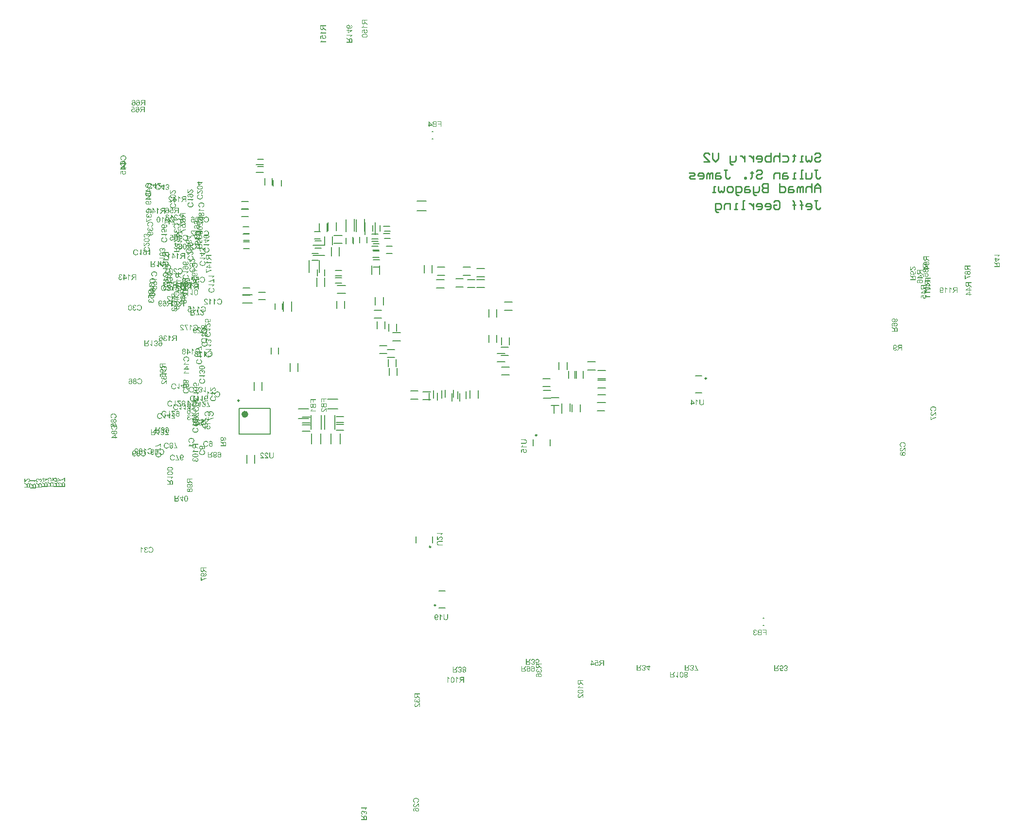
<source format=gbo>
G04*
G04 #@! TF.GenerationSoftware,Altium Limited,Altium Designer,25.1.2 (22)*
G04*
G04 Layer_Color=32896*
%FSLAX44Y44*%
%MOMM*%
G71*
G04*
G04 #@! TF.SameCoordinates,A11DD0CD-F6FC-4396-A5D6-A0F97A1EA5FB*
G04*
G04*
G04 #@! TF.FilePolarity,Positive*
G04*
G01*
G75*
%ADD10C,0.2500*%
%ADD11C,0.2000*%
%ADD189C,0.2540*%
%ADD233C,0.6000*%
G36*
X1223705Y642455D02*
X1219374D01*
Y640779D01*
X1219387Y640639D01*
Y640512D01*
X1219399Y640410D01*
X1219412Y640334D01*
Y640283D01*
X1219425Y640258D01*
Y640245D01*
X1219501Y640029D01*
X1219539Y639928D01*
X1219590Y639839D01*
X1219628Y639763D01*
X1219666Y639712D01*
X1219679Y639674D01*
X1219691Y639661D01*
X1219780Y639547D01*
X1219869Y639432D01*
X1219946Y639356D01*
X1222832D01*
Y638061D01*
X1221686D01*
X1223705Y636778D01*
Y635153D01*
X1221063Y636842D01*
X1220784Y637032D01*
X1220530Y637223D01*
X1220301Y637401D01*
X1220123Y637566D01*
X1219971Y637718D01*
X1219856Y637820D01*
X1219793Y637896D01*
X1219768Y637909D01*
Y637921D01*
X1219679Y638036D01*
X1219659Y638061D01*
X1219142D01*
X1219120Y637985D01*
X1219056Y637781D01*
X1218980Y637591D01*
X1218904Y637413D01*
X1218828Y637261D01*
X1218752Y637121D01*
X1218675Y637007D01*
X1218599Y636905D01*
X1218536Y636816D01*
X1218502Y636765D01*
Y636384D01*
X1218514Y636245D01*
Y636118D01*
X1218527Y636016D01*
X1218540Y635940D01*
Y635889D01*
X1218552Y635864D01*
Y635851D01*
X1218628Y635635D01*
X1218667Y635533D01*
X1218717Y635444D01*
X1218755Y635368D01*
X1218794Y635317D01*
X1218806Y635279D01*
X1218819Y635267D01*
X1218908Y635152D01*
X1218997Y635038D01*
X1219111Y634924D01*
X1219225Y634822D01*
X1219314Y634733D01*
X1219403Y634670D01*
X1219454Y634619D01*
X1219479Y634606D01*
X1219670Y634454D01*
X1219723Y634417D01*
X1220263Y634797D01*
X1221368D01*
Y633314D01*
X1222832Y632384D01*
Y630758D01*
X1221368Y631695D01*
Y630555D01*
X1223705D01*
Y629361D01*
X1221368D01*
Y628041D01*
X1220263D01*
Y629361D01*
X1213938D01*
Y629793D01*
X1211671D01*
Y628117D01*
X1211684Y627977D01*
Y627850D01*
X1211697Y627748D01*
X1211709Y627672D01*
Y627621D01*
X1211722Y627596D01*
Y627583D01*
X1211798Y627368D01*
X1211836Y627266D01*
X1211887Y627177D01*
X1211925Y627101D01*
X1211963Y627050D01*
X1211976Y627012D01*
X1211989Y626999D01*
X1212078Y626885D01*
X1212167Y626771D01*
X1212281Y626656D01*
X1212395Y626555D01*
X1212484Y626466D01*
X1212573Y626402D01*
X1212624Y626352D01*
X1212649Y626339D01*
X1212840Y626186D01*
X1213028Y626054D01*
Y626262D01*
X1213269Y626402D01*
X1213498Y626567D01*
X1213726Y626745D01*
X1213917Y626910D01*
X1214095Y627075D01*
X1214222Y627202D01*
X1214272Y627253D01*
X1214311Y627291D01*
X1214323Y627317D01*
X1214336Y627329D01*
X1214577Y627621D01*
X1214793Y627913D01*
X1214996Y628218D01*
X1215161Y628485D01*
X1215288Y628726D01*
X1215352Y628828D01*
X1215390Y628917D01*
X1215428Y628980D01*
X1215453Y629031D01*
X1215479Y629069D01*
Y629082D01*
X1216647D01*
X1216558Y628866D01*
X1216457Y628650D01*
X1216355Y628434D01*
X1216254Y628244D01*
X1216165Y628078D01*
X1216088Y627939D01*
X1216063Y627888D01*
X1216038Y627850D01*
X1216025Y627837D01*
Y627825D01*
X1215873Y627570D01*
X1215720Y627355D01*
X1215581Y627151D01*
X1215453Y626986D01*
X1215352Y626859D01*
X1215263Y626758D01*
X1215221Y626716D01*
Y626682D01*
X1222832D01*
Y625488D01*
X1215221D01*
Y624612D01*
X1216002Y624116D01*
Y622574D01*
X1216059Y622618D01*
X1216491Y622910D01*
X1216897Y623164D01*
X1217075Y623278D01*
X1217253Y623380D01*
X1217405Y623469D01*
X1217532Y623545D01*
X1217634Y623608D01*
X1217723Y623646D01*
X1217774Y623672D01*
X1217786Y623685D01*
X1218358Y623964D01*
X1218917Y624218D01*
X1219450Y624421D01*
X1219691Y624523D01*
X1219933Y624599D01*
X1220149Y624675D01*
X1220339Y624739D01*
X1220504Y624789D01*
X1220657Y624840D01*
X1220771Y624866D01*
X1220860Y624891D01*
X1220911Y624916D01*
X1220936D01*
X1221241Y624993D01*
X1221520Y625056D01*
X1221800Y625120D01*
X1222054Y625170D01*
X1222295Y625209D01*
X1222523Y625247D01*
X1222739Y625272D01*
X1222930Y625297D01*
X1223108Y625323D01*
X1223260Y625336D01*
X1223387Y625348D01*
X1223501D01*
X1223590Y625361D01*
X1223654D01*
X1223692D01*
X1223705D01*
Y624129D01*
X1223171Y624078D01*
X1222676Y624015D01*
X1222447Y623989D01*
X1222219Y623951D01*
X1222016Y623900D01*
X1221825Y623862D01*
X1221647Y623824D01*
X1221495Y623799D01*
X1221355Y623761D01*
X1221241Y623735D01*
X1221152Y623710D01*
X1221076Y623685D01*
X1221038Y623672D01*
X1221025D01*
X1220377Y623469D01*
X1219768Y623240D01*
X1219475Y623126D01*
X1219196Y623011D01*
X1218929Y622897D01*
X1218688Y622783D01*
X1218459Y622681D01*
X1218256Y622580D01*
X1218079Y622503D01*
X1217926Y622427D01*
X1217812Y622364D01*
X1217723Y622313D01*
X1217659Y622287D01*
X1217647Y622275D01*
X1217342Y622097D01*
X1217063Y621932D01*
X1216783Y621767D01*
X1216542Y621602D01*
X1216393Y621500D01*
X1216647D01*
X1216558Y621284D01*
X1216457Y621068D01*
X1216355Y620852D01*
X1216254Y620662D01*
X1216165Y620497D01*
X1216088Y620357D01*
X1216063Y620306D01*
X1216038Y620268D01*
X1216025Y620255D01*
Y620243D01*
X1215873Y619989D01*
X1215720Y619773D01*
X1215581Y619570D01*
X1215453Y619404D01*
X1215352Y619277D01*
X1215263Y619176D01*
X1215212Y619125D01*
X1215200Y619100D01*
X1222832D01*
Y617906D01*
X1213665D01*
Y617893D01*
X1216002D01*
Y616699D01*
X1213665D01*
Y615379D01*
X1212560D01*
Y616699D01*
X1206236D01*
Y617677D01*
X1212560Y622135D01*
X1213665D01*
Y619116D01*
X1213726Y619163D01*
X1213917Y619328D01*
X1214095Y619493D01*
X1214222Y619620D01*
X1214272Y619671D01*
X1214311Y619709D01*
X1214323Y619735D01*
X1214336Y619747D01*
X1214577Y620039D01*
X1214793Y620331D01*
X1214853Y620421D01*
X1214065D01*
Y623729D01*
X1213360Y624180D01*
X1213081Y624370D01*
X1212827Y624561D01*
X1212598Y624739D01*
X1212421Y624904D01*
X1212268Y625056D01*
X1212154Y625158D01*
X1212090Y625234D01*
X1212065Y625247D01*
Y625259D01*
X1211976Y625374D01*
X1211887Y625488D01*
X1211722Y625742D01*
X1211659Y625856D01*
X1211608Y625945D01*
X1211582Y626009D01*
X1211570Y626034D01*
X1211532Y625780D01*
X1211481Y625539D01*
X1211417Y625323D01*
X1211354Y625120D01*
X1211278Y624929D01*
X1211201Y624751D01*
X1211125Y624599D01*
X1211049Y624459D01*
X1210973Y624345D01*
X1210897Y624243D01*
X1210833Y624154D01*
X1210782Y624078D01*
X1210732Y624027D01*
X1210693Y623977D01*
X1210681Y623964D01*
X1210668Y623951D01*
X1210528Y623837D01*
X1210389Y623723D01*
X1210236Y623634D01*
X1210097Y623558D01*
X1209804Y623443D01*
X1209525Y623367D01*
X1209284Y623316D01*
X1209182Y623303D01*
X1209093Y623291D01*
X1209017Y623278D01*
X1208966D01*
X1208928D01*
X1208915D01*
X1208623Y623291D01*
X1208344Y623342D01*
X1208090Y623405D01*
X1207874Y623481D01*
X1207696Y623558D01*
X1207557Y623621D01*
X1207506Y623646D01*
X1207468Y623672D01*
X1207455Y623685D01*
X1207442D01*
X1207214Y623850D01*
X1207010Y624027D01*
X1206845Y624205D01*
X1206718Y624383D01*
X1206617Y624535D01*
X1206553Y624662D01*
X1206528Y624713D01*
X1206515Y624751D01*
X1206502Y624764D01*
Y624777D01*
X1206452Y624904D01*
X1206413Y625056D01*
X1206350Y625374D01*
X1206299Y625704D01*
X1206274Y626021D01*
X1206261Y626174D01*
X1206248Y626313D01*
Y626428D01*
X1206236Y626542D01*
Y631089D01*
X1215001D01*
X1215655Y631549D01*
X1215453Y631558D01*
X1215174Y631609D01*
X1214920Y631673D01*
X1214704Y631749D01*
X1214526Y631825D01*
X1214387Y631889D01*
X1214336Y631914D01*
X1214298Y631939D01*
X1214285Y631952D01*
X1214272D01*
X1214044Y632117D01*
X1213841Y632295D01*
X1213676Y632473D01*
X1213549Y632650D01*
X1213447Y632803D01*
X1213383Y632930D01*
X1213358Y632981D01*
X1213345Y633019D01*
X1213333Y633032D01*
Y633044D01*
X1213282Y633171D01*
X1213244Y633324D01*
X1213180Y633641D01*
X1213129Y633971D01*
X1213104Y634289D01*
X1213091Y634441D01*
X1213079Y634581D01*
Y634695D01*
X1213066Y634809D01*
Y639356D01*
X1213938D01*
Y643751D01*
X1223705D01*
Y642455D01*
D02*
G37*
G36*
X1213678Y614121D02*
X1213894Y614071D01*
X1214084Y614020D01*
X1214275Y613944D01*
X1214453Y613880D01*
X1214618Y613791D01*
X1214770Y613715D01*
X1214897Y613626D01*
X1215024Y613550D01*
X1215126Y613461D01*
X1215205Y613404D01*
X1215288Y613562D01*
X1215352Y613664D01*
X1215390Y613753D01*
X1215428Y613816D01*
X1215453Y613867D01*
X1215479Y613905D01*
Y613918D01*
X1216647D01*
X1216558Y613702D01*
X1216457Y613486D01*
X1216355Y613270D01*
X1216254Y613080D01*
X1216165Y612915D01*
X1216088Y612775D01*
X1216063Y612724D01*
X1216038Y612686D01*
X1216025Y612673D01*
Y612661D01*
X1215882Y612421D01*
X1215926Y612318D01*
X1215989Y612140D01*
X1216078Y611797D01*
X1216104Y611632D01*
X1216124Y611518D01*
X1222832D01*
Y610324D01*
X1216086D01*
X1216053Y610184D01*
X1215977Y609930D01*
X1215888Y609702D01*
X1215799Y609499D01*
X1215685Y609308D01*
X1215570Y609130D01*
X1215469Y608978D01*
X1215354Y608838D01*
X1215265Y608724D01*
X1215164Y608635D01*
X1215100Y608559D01*
X1215037Y608495D01*
X1214999Y608470D01*
X1214986Y608457D01*
X1214796Y608317D01*
X1214605Y608203D01*
X1214415Y608102D01*
X1214224Y608013D01*
X1214034Y607937D01*
X1213843Y607873D01*
X1213475Y607784D01*
X1213322Y607746D01*
X1213170Y607721D01*
X1213030Y607708D01*
X1212916Y607695D01*
X1212827Y607682D01*
X1212764D01*
X1212713D01*
X1212700D01*
X1212446Y607695D01*
X1212205Y607721D01*
X1211976Y607759D01*
X1211748Y607822D01*
X1211544Y607886D01*
X1211367Y607962D01*
X1211189Y608038D01*
X1211036Y608127D01*
X1210897Y608203D01*
X1210770Y608292D01*
X1210668Y608368D01*
X1210579Y608432D01*
X1210503Y608495D01*
X1210452Y608533D01*
X1210427Y608559D01*
X1210414Y608572D01*
X1210262Y608737D01*
X1210122Y608914D01*
X1210008Y609092D01*
X1209893Y609270D01*
X1209817Y609460D01*
X1209741Y609638D01*
X1209677Y609803D01*
X1209639Y609968D01*
X1209601Y610134D01*
X1209576Y610273D01*
X1209550Y610400D01*
X1209538Y610502D01*
X1209525Y610591D01*
Y610718D01*
X1209538Y610896D01*
X1209550Y611073D01*
X1209627Y611416D01*
X1209715Y611721D01*
X1209830Y612001D01*
X1209893Y612127D01*
X1209944Y612229D01*
X1210008Y612331D01*
X1210046Y612407D01*
X1210084Y612470D01*
X1210122Y612521D01*
X1210135Y612547D01*
X1210147Y612559D01*
X1207506Y612039D01*
Y608140D01*
X1206363D01*
Y612991D01*
X1211379Y613931D01*
X1211544Y612801D01*
X1211392Y612699D01*
X1211265Y612585D01*
X1211138Y612458D01*
X1211049Y612343D01*
X1210960Y612242D01*
X1210909Y612166D01*
X1210871Y612115D01*
X1210859Y612089D01*
X1210770Y611912D01*
X1210693Y611721D01*
X1210643Y611543D01*
X1210617Y611391D01*
X1210592Y611239D01*
X1210579Y611137D01*
Y610858D01*
X1210604Y610705D01*
X1210668Y610400D01*
X1210770Y610146D01*
X1210871Y609930D01*
X1210985Y609753D01*
X1211087Y609626D01*
X1211125Y609588D01*
X1211151Y609549D01*
X1211163Y609524D01*
X1211176D01*
X1211290Y609422D01*
X1211417Y609333D01*
X1211684Y609194D01*
X1211951Y609092D01*
X1212217Y609029D01*
X1212446Y608978D01*
X1212548Y608965D01*
X1212636D01*
X1212700Y608952D01*
X1212751D01*
X1212789D01*
X1212802D01*
X1213005D01*
X1213183Y608978D01*
X1213525Y609041D01*
X1213818Y609143D01*
X1214072Y609245D01*
X1214173Y609308D01*
X1214262Y609359D01*
X1214351Y609410D01*
X1214415Y609460D01*
X1214465Y609499D01*
X1214503Y609524D01*
X1214516Y609537D01*
X1214529Y609549D01*
X1214643Y609664D01*
X1214745Y609778D01*
X1214834Y609905D01*
X1214897Y610032D01*
X1215024Y610273D01*
X1215040Y610324D01*
X1213028D01*
Y611099D01*
X1213269Y611238D01*
X1213498Y611403D01*
X1213726Y611581D01*
X1213917Y611746D01*
X1214095Y611911D01*
X1214222Y612038D01*
X1214272Y612089D01*
X1214311Y612127D01*
X1214323Y612153D01*
X1214336Y612165D01*
X1214544Y612417D01*
X1214541Y612420D01*
X1214326Y612559D01*
X1214097Y612674D01*
X1213868Y612762D01*
X1213678Y612813D01*
X1213589Y612839D01*
X1213513Y612864D01*
X1213449Y612877D01*
X1213399D01*
X1213373Y612890D01*
X1213360D01*
X1213449Y614147D01*
X1213678Y614121D01*
D02*
G37*
G36*
X-163297Y596729D02*
X-163093Y596716D01*
X-162712Y596640D01*
X-162382Y596525D01*
X-162243Y596462D01*
X-162103Y596411D01*
X-161989Y596348D01*
X-161874Y596284D01*
X-161785Y596221D01*
X-161709Y596170D01*
X-161646Y596132D01*
X-161607Y596093D01*
X-161582Y596081D01*
X-161569Y596068D01*
X-161430Y595941D01*
X-161303Y595801D01*
X-161087Y595497D01*
X-160922Y595192D01*
X-160782Y594900D01*
X-160731Y594760D01*
X-160693Y594633D01*
X-160655Y594506D01*
X-160630Y594417D01*
X-160604Y594328D01*
X-160592Y594265D01*
X-160579Y594227D01*
Y594214D01*
X-161773Y593998D01*
X-161836Y594303D01*
X-161912Y594570D01*
X-162014Y594798D01*
X-162115Y594976D01*
X-162204Y595128D01*
X-162281Y595230D01*
X-162331Y595281D01*
X-162357Y595306D01*
X-162547Y595458D01*
X-162738Y595560D01*
X-162941Y595636D01*
X-163119Y595700D01*
X-163284Y595725D01*
X-163424Y595738D01*
X-163474Y595751D01*
X-163538D01*
X-163792Y595738D01*
X-164008Y595687D01*
X-164211Y595611D01*
X-164376Y595535D01*
X-164503Y595446D01*
X-164605Y595382D01*
X-164655Y595331D01*
X-164681Y595306D01*
X-164833Y595141D01*
X-164948Y594950D01*
X-165024Y594773D01*
X-165087Y594608D01*
X-165113Y594455D01*
X-165125Y594341D01*
X-165138Y594252D01*
Y594239D01*
Y594227D01*
X-165125Y594074D01*
X-165113Y593935D01*
X-165037Y593680D01*
X-164948Y593465D01*
X-164833Y593287D01*
X-164719Y593160D01*
X-164617Y593058D01*
X-164541Y593007D01*
X-164529Y592982D01*
X-164516D01*
X-164287Y592855D01*
X-164046Y592753D01*
X-163817Y592690D01*
X-163601Y592639D01*
X-163424Y592614D01*
X-163271Y592601D01*
X-163220Y592588D01*
X-163081D01*
X-163017Y592601D01*
X-162979Y592614D01*
X-162954D01*
X-162814Y591560D01*
X-162992Y591598D01*
X-163157Y591636D01*
X-163309Y591661D01*
X-163436Y591674D01*
X-163525Y591687D01*
X-163665D01*
X-163970Y591661D01*
X-164236Y591598D01*
X-164465Y591521D01*
X-164668Y591420D01*
X-164821Y591318D01*
X-164935Y591242D01*
X-165011Y591179D01*
X-165037Y591153D01*
X-165138Y591052D01*
X-165214Y590937D01*
X-165354Y590721D01*
X-165456Y590493D01*
X-165519Y590277D01*
X-165557Y590086D01*
X-165570Y589997D01*
Y589934D01*
X-165583Y589870D01*
Y589832D01*
Y589807D01*
Y589794D01*
Y589642D01*
X-165557Y589490D01*
X-165494Y589210D01*
X-165392Y588956D01*
X-165291Y588753D01*
X-165189Y588575D01*
X-165087Y588448D01*
X-165049Y588410D01*
X-165024Y588372D01*
X-165011Y588359D01*
X-164998Y588346D01*
X-164884Y588245D01*
X-164770Y588156D01*
X-164529Y588004D01*
X-164287Y587902D01*
X-164059Y587839D01*
X-163868Y587788D01*
X-163779Y587775D01*
X-163703D01*
X-163652Y587762D01*
X-163563D01*
X-163309Y587788D01*
X-163068Y587839D01*
X-162865Y587902D01*
X-162687Y587991D01*
X-162535Y588067D01*
X-162433Y588143D01*
X-162369Y588194D01*
X-162344Y588207D01*
X-162255Y588296D01*
X-162179Y588397D01*
X-162039Y588639D01*
X-161912Y588880D01*
X-161823Y589121D01*
X-161747Y589350D01*
X-161722Y589439D01*
X-161696Y589528D01*
X-161684Y589591D01*
X-161671Y589642D01*
X-161658Y589680D01*
Y589693D01*
X-160464Y589528D01*
X-160490Y589299D01*
X-160541Y589083D01*
X-160592Y588893D01*
X-160668Y588702D01*
X-160744Y588524D01*
X-160820Y588359D01*
X-160909Y588207D01*
X-160985Y588067D01*
X-161074Y587953D01*
X-161150Y587839D01*
X-161227Y587750D01*
X-161290Y587673D01*
X-161353Y587610D01*
X-161392Y587572D01*
X-161417Y587546D01*
X-161430Y587534D01*
X-161595Y587394D01*
X-161760Y587280D01*
X-161938Y587178D01*
X-162128Y587089D01*
X-162306Y587026D01*
X-162484Y586962D01*
X-162814Y586873D01*
X-162966Y586835D01*
X-163119Y586810D01*
X-163246Y586797D01*
X-163347Y586784D01*
X-163436Y586772D01*
X-163563D01*
X-163830Y586784D01*
X-164071Y586810D01*
X-164313Y586848D01*
X-164529Y586911D01*
X-164744Y586975D01*
X-164935Y587051D01*
X-165113Y587127D01*
X-165278Y587216D01*
X-165417Y587292D01*
X-165544Y587369D01*
X-165659Y587445D01*
X-165748Y587508D01*
X-165824Y587572D01*
X-165875Y587610D01*
X-165900Y587635D01*
X-165913Y587648D01*
X-166078Y587813D01*
X-166218Y587991D01*
X-166345Y588181D01*
X-166459Y588359D01*
X-166548Y588550D01*
X-166624Y588727D01*
X-166688Y588905D01*
X-166738Y589070D01*
X-166776Y589223D01*
X-166802Y589362D01*
X-166827Y589490D01*
X-166840Y589604D01*
X-166853Y589693D01*
Y589769D01*
Y589807D01*
Y589820D01*
X-166827Y590163D01*
X-166776Y590455D01*
X-166700Y590721D01*
X-166611Y590950D01*
X-166522Y591141D01*
X-166484Y591204D01*
X-166446Y591268D01*
X-166421Y591318D01*
X-166395Y591356D01*
X-166370Y591369D01*
Y591382D01*
X-166180Y591598D01*
X-165951Y591776D01*
X-165735Y591928D01*
X-165519Y592042D01*
X-165329Y592118D01*
X-165240Y592156D01*
X-165163Y592182D01*
X-165113Y592195D01*
X-165062Y592207D01*
X-165037Y592220D01*
X-165024D01*
X-165252Y592347D01*
X-165456Y592474D01*
X-165633Y592614D01*
X-165773Y592753D01*
X-165887Y592868D01*
X-165964Y592957D01*
X-166014Y593020D01*
X-166027Y593046D01*
X-166141Y593249D01*
X-166230Y593452D01*
X-166281Y593642D01*
X-166332Y593820D01*
X-166357Y593973D01*
X-166370Y594100D01*
Y594176D01*
Y594188D01*
Y594201D01*
X-166357Y594442D01*
X-166319Y594671D01*
X-166256Y594887D01*
X-166192Y595078D01*
X-166116Y595230D01*
X-166065Y595357D01*
X-166014Y595433D01*
X-166002Y595446D01*
Y595458D01*
X-165862Y595674D01*
X-165697Y595852D01*
X-165519Y596017D01*
X-165354Y596157D01*
X-165202Y596259D01*
X-165087Y596335D01*
X-165037Y596360D01*
X-164998Y596386D01*
X-164986Y596398D01*
X-164973D01*
X-164719Y596513D01*
X-164465Y596601D01*
X-164224Y596652D01*
X-163995Y596703D01*
X-163805Y596729D01*
X-163716D01*
X-163652Y596741D01*
X-163512D01*
X-163297Y596729D01*
D02*
G37*
G36*
X-154851Y596843D02*
X-154407Y596779D01*
X-154000Y596678D01*
X-153822Y596627D01*
X-153645Y596576D01*
X-153492Y596513D01*
X-153352Y596462D01*
X-153238Y596411D01*
X-153137Y596360D01*
X-153060Y596322D01*
X-152997Y596297D01*
X-152959Y596284D01*
X-152946Y596271D01*
X-152756Y596157D01*
X-152565Y596030D01*
X-152235Y595751D01*
X-151943Y595471D01*
X-151714Y595192D01*
X-151613Y595052D01*
X-151524Y594938D01*
X-151447Y594823D01*
X-151397Y594735D01*
X-151346Y594658D01*
X-151308Y594595D01*
X-151295Y594557D01*
X-151282Y594544D01*
X-151181Y594328D01*
X-151092Y594100D01*
X-150952Y593655D01*
X-150851Y593211D01*
X-150813Y592995D01*
X-150787Y592791D01*
X-150762Y592601D01*
X-150736Y592436D01*
X-150724Y592284D01*
Y592144D01*
X-150711Y592042D01*
Y591953D01*
Y591903D01*
Y591890D01*
X-150736Y591382D01*
X-150787Y590886D01*
X-150825Y590671D01*
X-150876Y590455D01*
X-150914Y590252D01*
X-150965Y590061D01*
X-151016Y589883D01*
X-151054Y589731D01*
X-151105Y589604D01*
X-151143Y589490D01*
X-151168Y589401D01*
X-151194Y589324D01*
X-151219Y589286D01*
Y589274D01*
X-151320Y589058D01*
X-151435Y588842D01*
X-151549Y588651D01*
X-151676Y588474D01*
X-151803Y588296D01*
X-151930Y588143D01*
X-152044Y588004D01*
X-152171Y587889D01*
X-152286Y587775D01*
X-152387Y587673D01*
X-152489Y587597D01*
X-152565Y587534D01*
X-152641Y587470D01*
X-152692Y587432D01*
X-152718Y587419D01*
X-152730Y587407D01*
X-152921Y587292D01*
X-153124Y587203D01*
X-153340Y587115D01*
X-153556Y587038D01*
X-153988Y586924D01*
X-154394Y586848D01*
X-154584Y586823D01*
X-154749Y586810D01*
X-154915Y586797D01*
X-155042Y586784D01*
X-155156Y586772D01*
X-155308D01*
X-155588Y586784D01*
X-155854Y586810D01*
X-156108Y586848D01*
X-156350Y586899D01*
X-156578Y586962D01*
X-156794Y587038D01*
X-156985Y587102D01*
X-157175Y587191D01*
X-157328Y587267D01*
X-157467Y587331D01*
X-157594Y587407D01*
X-157696Y587470D01*
X-157785Y587521D01*
X-157836Y587559D01*
X-157874Y587584D01*
X-157886Y587597D01*
X-158077Y587762D01*
X-158255Y587940D01*
X-158420Y588131D01*
X-158560Y588334D01*
X-158699Y588537D01*
X-158813Y588727D01*
X-158928Y588931D01*
X-159017Y589121D01*
X-159106Y589312D01*
X-159169Y589477D01*
X-159233Y589629D01*
X-159283Y589756D01*
X-159309Y589870D01*
X-159334Y589959D01*
X-159360Y590010D01*
Y590023D01*
X-158064Y590353D01*
X-158001Y590125D01*
X-157937Y589921D01*
X-157861Y589731D01*
X-157785Y589540D01*
X-157696Y589375D01*
X-157620Y589223D01*
X-157531Y589083D01*
X-157442Y588969D01*
X-157366Y588854D01*
X-157289Y588766D01*
X-157213Y588677D01*
X-157163Y588613D01*
X-157112Y588562D01*
X-157074Y588524D01*
X-157048Y588512D01*
X-157036Y588499D01*
X-156896Y588385D01*
X-156743Y588296D01*
X-156591Y588207D01*
X-156426Y588143D01*
X-156121Y588029D01*
X-155829Y587953D01*
X-155702Y587927D01*
X-155575Y587915D01*
X-155473Y587902D01*
X-155372Y587889D01*
X-155296Y587877D01*
X-155194D01*
X-154864Y587902D01*
X-154559Y587953D01*
X-154280Y588016D01*
X-154026Y588105D01*
X-153822Y588194D01*
X-153734Y588232D01*
X-153670Y588258D01*
X-153607Y588296D01*
X-153568Y588308D01*
X-153543Y588334D01*
X-153530D01*
X-153264Y588524D01*
X-153035Y588740D01*
X-152844Y588969D01*
X-152679Y589197D01*
X-152552Y589401D01*
X-152514Y589490D01*
X-152476Y589566D01*
X-152438Y589629D01*
X-152413Y589680D01*
X-152400Y589705D01*
Y589718D01*
X-152286Y590074D01*
X-152197Y590455D01*
X-152133Y590810D01*
X-152095Y591153D01*
X-152070Y591306D01*
Y591445D01*
X-152057Y591572D01*
X-152044Y591687D01*
Y591776D01*
Y591839D01*
Y591877D01*
Y591890D01*
X-152057Y592245D01*
X-152095Y592588D01*
X-152146Y592906D01*
X-152197Y593198D01*
X-152222Y593312D01*
X-152248Y593427D01*
X-152273Y593528D01*
X-152298Y593617D01*
X-152324Y593680D01*
X-152337Y593731D01*
X-152349Y593757D01*
Y593769D01*
X-152476Y594100D01*
X-152641Y594379D01*
X-152819Y594633D01*
X-152997Y594836D01*
X-153149Y595001D01*
X-153276Y595116D01*
X-153327Y595166D01*
X-153365Y595192D01*
X-153391Y595217D01*
X-153403D01*
X-153556Y595319D01*
X-153708Y595395D01*
X-154026Y595535D01*
X-154343Y595636D01*
X-154635Y595700D01*
X-154775Y595713D01*
X-154902Y595738D01*
X-155016Y595751D01*
X-155105D01*
X-155181Y595763D01*
X-155296D01*
X-155651Y595738D01*
X-155969Y595687D01*
X-156248Y595611D01*
X-156489Y595522D01*
X-156680Y595420D01*
X-156756Y595382D01*
X-156820Y595344D01*
X-156870Y595319D01*
X-156909Y595293D01*
X-156921Y595268D01*
X-156934D01*
X-157048Y595166D01*
X-157163Y595065D01*
X-157366Y594823D01*
X-157531Y594570D01*
X-157670Y594315D01*
X-157785Y594087D01*
X-157823Y593985D01*
X-157861Y593896D01*
X-157886Y593820D01*
X-157912Y593769D01*
X-157924Y593731D01*
Y593719D01*
X-159194Y594023D01*
X-159118Y594265D01*
X-159017Y594506D01*
X-158915Y594722D01*
X-158801Y594925D01*
X-158687Y595103D01*
X-158572Y595281D01*
X-158458Y595433D01*
X-158344Y595573D01*
X-158229Y595700D01*
X-158128Y595814D01*
X-158026Y595903D01*
X-157950Y595979D01*
X-157886Y596043D01*
X-157823Y596081D01*
X-157797Y596106D01*
X-157785Y596119D01*
X-157594Y596246D01*
X-157391Y596373D01*
X-157188Y596462D01*
X-156985Y596551D01*
X-156769Y596627D01*
X-156566Y596690D01*
X-156185Y596779D01*
X-156007Y596805D01*
X-155842Y596830D01*
X-155689Y596843D01*
X-155562Y596856D01*
X-155461Y596868D01*
X-155080D01*
X-154851Y596843D01*
D02*
G37*
G36*
X-170840Y596716D02*
X-170497Y596652D01*
X-170193Y596563D01*
X-169939Y596462D01*
X-169824Y596398D01*
X-169736Y596348D01*
X-169647Y596297D01*
X-169583Y596259D01*
X-169532Y596221D01*
X-169494Y596195D01*
X-169469Y596182D01*
X-169456Y596170D01*
X-169215Y595941D01*
X-168999Y595674D01*
X-168821Y595395D01*
X-168669Y595141D01*
X-168554Y594900D01*
X-168504Y594798D01*
X-168465Y594709D01*
X-168440Y594633D01*
X-168415Y594582D01*
X-168402Y594544D01*
Y594531D01*
X-168339Y594328D01*
X-168288Y594112D01*
X-168199Y593655D01*
X-168135Y593185D01*
X-168097Y592741D01*
X-168072Y592537D01*
Y592347D01*
X-168059Y592182D01*
X-168046Y592042D01*
Y591915D01*
Y591826D01*
Y591776D01*
Y591750D01*
X-168059Y591255D01*
X-168085Y590785D01*
X-168135Y590366D01*
X-168199Y589972D01*
X-168262Y589604D01*
X-168351Y589286D01*
X-168440Y588994D01*
X-168529Y588727D01*
X-168618Y588499D01*
X-168694Y588308D01*
X-168783Y588143D01*
X-168846Y588004D01*
X-168910Y587902D01*
X-168961Y587839D01*
X-168986Y587788D01*
X-168999Y587775D01*
X-169164Y587597D01*
X-169329Y587445D01*
X-169507Y587305D01*
X-169685Y587191D01*
X-169875Y587102D01*
X-170066Y587013D01*
X-170243Y586950D01*
X-170421Y586899D01*
X-170586Y586861D01*
X-170739Y586823D01*
X-170866Y586797D01*
X-170993Y586784D01*
X-171082D01*
X-171158Y586772D01*
X-171221D01*
X-171412Y586784D01*
X-171602Y586797D01*
X-171945Y586861D01*
X-172250Y586950D01*
X-172504Y587064D01*
X-172618Y587115D01*
X-172707Y587165D01*
X-172796Y587216D01*
X-172860Y587254D01*
X-172910Y587292D01*
X-172961Y587318D01*
X-172974Y587343D01*
X-172987D01*
X-173241Y587572D01*
X-173457Y587839D01*
X-173634Y588105D01*
X-173787Y588372D01*
X-173901Y588601D01*
X-173952Y588702D01*
X-173990Y588791D01*
X-174015Y588867D01*
X-174041Y588918D01*
X-174053Y588956D01*
Y588969D01*
X-174117Y589172D01*
X-174168Y589388D01*
X-174257Y589845D01*
X-174320Y590315D01*
X-174371Y590760D01*
X-174384Y590963D01*
X-174396Y591153D01*
Y591318D01*
X-174409Y591458D01*
Y591585D01*
Y591674D01*
Y591725D01*
Y591750D01*
Y592017D01*
X-174396Y592271D01*
X-174384Y592499D01*
X-174371Y592715D01*
X-174358Y592931D01*
X-174333Y593109D01*
X-174320Y593287D01*
X-174295Y593439D01*
X-174269Y593579D01*
X-174257Y593706D01*
X-174231Y593807D01*
X-174219Y593896D01*
X-174206Y593960D01*
X-174193Y594011D01*
X-174181Y594036D01*
Y594049D01*
X-174092Y594354D01*
X-174003Y594646D01*
X-173901Y594887D01*
X-173799Y595103D01*
X-173711Y595281D01*
X-173647Y595408D01*
X-173622Y595446D01*
X-173596Y595484D01*
X-173584Y595497D01*
Y595509D01*
X-173431Y595725D01*
X-173266Y595903D01*
X-173101Y596055D01*
X-172949Y596195D01*
X-172809Y596297D01*
X-172707Y596360D01*
X-172631Y596411D01*
X-172618Y596424D01*
X-172606D01*
X-172377Y596525D01*
X-172136Y596601D01*
X-171907Y596665D01*
X-171691Y596703D01*
X-171501Y596729D01*
X-171425D01*
X-171348Y596741D01*
X-171031D01*
X-170840Y596716D01*
D02*
G37*
G36*
X66605Y338982D02*
X66846Y338969D01*
X67075Y338931D01*
X67278Y338880D01*
X67481Y338830D01*
X67659Y338766D01*
X67824Y338703D01*
X67977Y338639D01*
X68116Y338563D01*
X68231Y338499D01*
X68332Y338436D01*
X68421Y338385D01*
X68485Y338334D01*
X68536Y338296D01*
X68561Y338284D01*
X68574Y338271D01*
X68726Y338131D01*
X68853Y337979D01*
X68967Y337814D01*
X69069Y337636D01*
X69158Y337471D01*
X69234Y337293D01*
X69348Y336950D01*
X69399Y336798D01*
X69437Y336645D01*
X69463Y336518D01*
X69488Y336404D01*
X69501Y336302D01*
Y336239D01*
X69513Y336188D01*
Y336175D01*
X68282Y336048D01*
X68256Y336379D01*
X68205Y336658D01*
X68116Y336899D01*
X68015Y337115D01*
X67926Y337267D01*
X67837Y337394D01*
X67786Y337458D01*
X67761Y337483D01*
X67558Y337661D01*
X67329Y337788D01*
X67088Y337877D01*
X66872Y337941D01*
X66681Y337979D01*
X66592Y337991D01*
X66516D01*
X66465Y338004D01*
X66377D01*
X66084Y337979D01*
X65818Y337928D01*
X65589Y337852D01*
X65399Y337763D01*
X65246Y337661D01*
X65132Y337585D01*
X65068Y337534D01*
X65043Y337509D01*
X64865Y337318D01*
X64738Y337115D01*
X64649Y336925D01*
X64586Y336734D01*
X64548Y336569D01*
X64535Y336429D01*
X64522Y336379D01*
Y336353D01*
Y336328D01*
Y336315D01*
Y336188D01*
X64548Y336061D01*
X64611Y335794D01*
X64700Y335553D01*
X64802Y335337D01*
X64916Y335147D01*
X64967Y335070D01*
X65005Y334994D01*
X65043Y334944D01*
X65068Y334905D01*
X65081Y334880D01*
X65094Y334867D01*
X65208Y334715D01*
X65348Y334562D01*
X65500Y334397D01*
X65665Y334220D01*
X66021Y333877D01*
X66377Y333546D01*
X66542Y333394D01*
X66707Y333254D01*
X66859Y333127D01*
X66986Y333013D01*
X67088Y332924D01*
X67177Y332861D01*
X67227Y332810D01*
X67240Y332797D01*
X67608Y332492D01*
X67926Y332213D01*
X68193Y331959D01*
X68409Y331743D01*
X68586Y331565D01*
X68713Y331426D01*
X68751Y331375D01*
X68790Y331337D01*
X68802Y331324D01*
X68815Y331311D01*
X69005Y331070D01*
X69171Y330841D01*
X69298Y330625D01*
X69412Y330422D01*
X69501Y330257D01*
X69552Y330130D01*
X69577Y330079D01*
X69590Y330041D01*
X69602Y330028D01*
Y330016D01*
X69653Y329863D01*
X69691Y329724D01*
X69717Y329584D01*
X69729Y329457D01*
X69742Y329343D01*
Y329267D01*
Y329216D01*
Y329190D01*
X63278D01*
Y330346D01*
X68078D01*
X67913Y330575D01*
X67824Y330689D01*
X67748Y330778D01*
X67672Y330867D01*
X67621Y330930D01*
X67583Y330968D01*
X67570Y330981D01*
X67507Y331045D01*
X67418Y331133D01*
X67329Y331222D01*
X67227Y331311D01*
X66999Y331515D01*
X66758Y331718D01*
X66542Y331908D01*
X66440Y331997D01*
X66364Y332073D01*
X66288Y332124D01*
X66237Y332175D01*
X66199Y332200D01*
X66186Y332213D01*
X65957Y332416D01*
X65729Y332607D01*
X65538Y332772D01*
X65348Y332937D01*
X65183Y333089D01*
X65030Y333242D01*
X64891Y333369D01*
X64776Y333483D01*
X64662Y333585D01*
X64573Y333674D01*
X64497Y333750D01*
X64433Y333813D01*
X64395Y333864D01*
X64357Y333902D01*
X64332Y333915D01*
Y333927D01*
X64141Y334156D01*
X63976Y334385D01*
X63836Y334588D01*
X63722Y334766D01*
X63633Y334905D01*
X63583Y335020D01*
X63545Y335096D01*
X63532Y335121D01*
X63456Y335337D01*
X63392Y335540D01*
X63354Y335743D01*
X63316Y335909D01*
X63303Y336061D01*
X63290Y336175D01*
Y336251D01*
Y336277D01*
X63303Y336493D01*
X63328Y336696D01*
X63367Y336886D01*
X63417Y337064D01*
X63557Y337394D01*
X63621Y337547D01*
X63697Y337674D01*
X63786Y337801D01*
X63849Y337903D01*
X63925Y337991D01*
X63989Y338068D01*
X64040Y338131D01*
X64078Y338169D01*
X64103Y338195D01*
X64116Y338207D01*
X64281Y338347D01*
X64446Y338461D01*
X64624Y338576D01*
X64814Y338665D01*
X65005Y338741D01*
X65183Y338804D01*
X65538Y338893D01*
X65703Y338931D01*
X65856Y338957D01*
X65996Y338969D01*
X66123Y338982D01*
X66211Y338995D01*
X66351D01*
X66605Y338982D01*
D02*
G37*
G36*
X59023D02*
X59264Y338969D01*
X59493Y338931D01*
X59696Y338880D01*
X59900Y338830D01*
X60077Y338766D01*
X60242Y338703D01*
X60395Y338639D01*
X60535Y338563D01*
X60649Y338499D01*
X60750Y338436D01*
X60839Y338385D01*
X60903Y338334D01*
X60954Y338296D01*
X60979Y338284D01*
X60992Y338271D01*
X61144Y338131D01*
X61271Y337979D01*
X61385Y337814D01*
X61487Y337636D01*
X61576Y337471D01*
X61652Y337293D01*
X61766Y336950D01*
X61817Y336798D01*
X61855Y336645D01*
X61881Y336518D01*
X61906Y336404D01*
X61919Y336302D01*
Y336239D01*
X61932Y336188D01*
Y336175D01*
X60700Y336048D01*
X60674Y336379D01*
X60623Y336658D01*
X60535Y336899D01*
X60433Y337115D01*
X60344Y337267D01*
X60255Y337394D01*
X60204Y337458D01*
X60179Y337483D01*
X59976Y337661D01*
X59747Y337788D01*
X59506Y337877D01*
X59290Y337941D01*
X59099Y337979D01*
X59011Y337991D01*
X58934D01*
X58884Y338004D01*
X58795D01*
X58502Y337979D01*
X58236Y337928D01*
X58007Y337852D01*
X57817Y337763D01*
X57664Y337661D01*
X57550Y337585D01*
X57487Y337534D01*
X57461Y337509D01*
X57283Y337318D01*
X57156Y337115D01*
X57067Y336925D01*
X57004Y336734D01*
X56966Y336569D01*
X56953Y336429D01*
X56940Y336379D01*
Y336353D01*
Y336328D01*
Y336315D01*
Y336188D01*
X56966Y336061D01*
X57029Y335794D01*
X57118Y335553D01*
X57220Y335337D01*
X57334Y335147D01*
X57385Y335070D01*
X57423Y334994D01*
X57461Y334944D01*
X57487Y334905D01*
X57499Y334880D01*
X57512Y334867D01*
X57626Y334715D01*
X57766Y334562D01*
X57918Y334397D01*
X58084Y334220D01*
X58439Y333877D01*
X58795Y333546D01*
X58960Y333394D01*
X59125Y333254D01*
X59277Y333127D01*
X59404Y333013D01*
X59506Y332924D01*
X59595Y332861D01*
X59646Y332810D01*
X59658Y332797D01*
X60026Y332492D01*
X60344Y332213D01*
X60611Y331959D01*
X60827Y331743D01*
X61004Y331565D01*
X61131Y331426D01*
X61170Y331375D01*
X61208Y331337D01*
X61220Y331324D01*
X61233Y331311D01*
X61424Y331070D01*
X61589Y330841D01*
X61716Y330625D01*
X61830Y330422D01*
X61919Y330257D01*
X61970Y330130D01*
X61995Y330079D01*
X62008Y330041D01*
X62021Y330028D01*
Y330016D01*
X62071Y329863D01*
X62109Y329724D01*
X62135Y329584D01*
X62147Y329457D01*
X62160Y329343D01*
Y329267D01*
Y329216D01*
Y329190D01*
X55696D01*
Y330346D01*
X60496D01*
X60331Y330575D01*
X60242Y330689D01*
X60166Y330778D01*
X60090Y330867D01*
X60039Y330930D01*
X60001Y330968D01*
X59988Y330981D01*
X59925Y331045D01*
X59836Y331133D01*
X59747Y331222D01*
X59646Y331311D01*
X59417Y331515D01*
X59176Y331718D01*
X58960Y331908D01*
X58858Y331997D01*
X58782Y332073D01*
X58706Y332124D01*
X58655Y332175D01*
X58617Y332200D01*
X58604Y332213D01*
X58376Y332416D01*
X58147Y332607D01*
X57956Y332772D01*
X57766Y332937D01*
X57601Y333089D01*
X57448Y333242D01*
X57309Y333369D01*
X57194Y333483D01*
X57080Y333585D01*
X56991Y333674D01*
X56915Y333750D01*
X56852Y333813D01*
X56813Y333864D01*
X56775Y333902D01*
X56750Y333915D01*
Y333927D01*
X56559Y334156D01*
X56394Y334385D01*
X56255Y334588D01*
X56140Y334766D01*
X56051Y334905D01*
X56001Y335020D01*
X55963Y335096D01*
X55950Y335121D01*
X55874Y335337D01*
X55810Y335540D01*
X55772Y335743D01*
X55734Y335909D01*
X55721Y336061D01*
X55708Y336175D01*
Y336251D01*
Y336277D01*
X55721Y336493D01*
X55747Y336696D01*
X55785Y336886D01*
X55835Y337064D01*
X55975Y337394D01*
X56039Y337547D01*
X56115Y337674D01*
X56204Y337801D01*
X56267Y337903D01*
X56343Y337991D01*
X56407Y338068D01*
X56458Y338131D01*
X56496Y338169D01*
X56521Y338195D01*
X56534Y338207D01*
X56699Y338347D01*
X56864Y338461D01*
X57042Y338576D01*
X57233Y338665D01*
X57423Y338741D01*
X57601Y338804D01*
X57956Y338893D01*
X58122Y338931D01*
X58274Y338957D01*
X58414Y338969D01*
X58541Y338982D01*
X58629Y338995D01*
X58769D01*
X59023Y338982D01*
D02*
G37*
G36*
X78924Y333305D02*
Y333026D01*
X78911Y332759D01*
X78886Y332505D01*
X78861Y332264D01*
X78835Y332048D01*
X78810Y331845D01*
X78772Y331667D01*
X78734Y331502D01*
X78708Y331349D01*
X78670Y331222D01*
X78645Y331108D01*
X78607Y331019D01*
X78594Y330943D01*
X78569Y330892D01*
X78556Y330867D01*
Y330854D01*
X78391Y330536D01*
X78200Y330270D01*
X77997Y330028D01*
X77794Y329838D01*
X77603Y329686D01*
X77451Y329584D01*
X77400Y329546D01*
X77349Y329521D01*
X77324Y329495D01*
X77311D01*
X76968Y329343D01*
X76587Y329229D01*
X76219Y329140D01*
X75863Y329089D01*
X75698Y329063D01*
X75546Y329051D01*
X75406Y329038D01*
X75292D01*
X75190Y329025D01*
X75063D01*
X74809Y329038D01*
X74555Y329051D01*
X74327Y329076D01*
X74111Y329114D01*
X73908Y329152D01*
X73730Y329190D01*
X73552Y329241D01*
X73400Y329292D01*
X73260Y329343D01*
X73133Y329394D01*
X73031Y329432D01*
X72943Y329470D01*
X72879Y329508D01*
X72828Y329533D01*
X72803Y329559D01*
X72790D01*
X72638Y329660D01*
X72485Y329775D01*
X72231Y330016D01*
X72028Y330244D01*
X71863Y330473D01*
X71736Y330664D01*
X71685Y330752D01*
X71647Y330829D01*
X71622Y330879D01*
X71596Y330930D01*
X71584Y330956D01*
Y330968D01*
X71520Y331133D01*
X71469Y331311D01*
X71380Y331692D01*
X71329Y332086D01*
X71279Y332467D01*
X71266Y332632D01*
X71253Y332797D01*
Y332937D01*
X71241Y333064D01*
Y333165D01*
Y333242D01*
Y333293D01*
Y333305D01*
Y338957D01*
X72536D01*
Y333318D01*
X72549Y332988D01*
X72561Y332683D01*
X72587Y332403D01*
X72625Y332150D01*
X72676Y331921D01*
X72727Y331718D01*
X72777Y331540D01*
X72841Y331387D01*
X72892Y331248D01*
X72955Y331133D01*
X73006Y331032D01*
X73044Y330956D01*
X73095Y330905D01*
X73120Y330867D01*
X73133Y330841D01*
X73146Y330829D01*
X73273Y330714D01*
X73412Y330625D01*
X73565Y330536D01*
X73717Y330460D01*
X74060Y330346D01*
X74390Y330270D01*
X74543Y330244D01*
X74695Y330232D01*
X74835Y330219D01*
X74949Y330206D01*
X75038Y330194D01*
X75178D01*
X75482Y330206D01*
X75749Y330244D01*
X75990Y330295D01*
X76194Y330359D01*
X76359Y330410D01*
X76486Y330460D01*
X76562Y330498D01*
X76575Y330511D01*
X76587D01*
X76791Y330651D01*
X76956Y330790D01*
X77095Y330956D01*
X77210Y331095D01*
X77299Y331235D01*
X77349Y331337D01*
X77387Y331413D01*
X77400Y331426D01*
Y331438D01*
X77438Y331565D01*
X77476Y331692D01*
X77527Y331984D01*
X77578Y332302D01*
X77603Y332607D01*
Y332746D01*
X77616Y332886D01*
Y333000D01*
X77629Y333115D01*
Y333191D01*
Y333267D01*
Y333305D01*
Y333318D01*
Y338957D01*
X78924D01*
Y333305D01*
D02*
G37*
G36*
X169920Y1082561D02*
X165589D01*
Y1080884D01*
X165602Y1080745D01*
Y1080618D01*
X165614Y1080516D01*
X165627Y1080440D01*
Y1080389D01*
X165640Y1080364D01*
Y1080351D01*
X165716Y1080135D01*
X165754Y1080033D01*
X165805Y1079945D01*
X165843Y1079868D01*
X165881Y1079818D01*
X165894Y1079779D01*
X165906Y1079767D01*
X165995Y1079652D01*
X166084Y1079538D01*
X166199Y1079424D01*
X166313Y1079322D01*
X166402Y1079233D01*
X166491Y1079170D01*
X166541Y1079119D01*
X166567Y1079106D01*
X166757Y1078954D01*
X166973Y1078801D01*
X167189Y1078649D01*
X167405Y1078497D01*
X167596Y1078370D01*
X167684Y1078306D01*
X167761Y1078255D01*
X167811Y1078217D01*
X167862Y1078192D01*
X167888Y1078167D01*
X167900D01*
X169920Y1076884D01*
Y1075258D01*
X167278Y1076947D01*
X166999Y1077138D01*
X166745Y1077328D01*
X166516Y1077506D01*
X166338Y1077671D01*
X166186Y1077824D01*
X166071Y1077925D01*
X166008Y1078001D01*
X165983Y1078014D01*
Y1078027D01*
X165894Y1078141D01*
X165805Y1078255D01*
X165640Y1078509D01*
X165576Y1078624D01*
X165525Y1078713D01*
X165500Y1078776D01*
X165487Y1078801D01*
X165449Y1078548D01*
X165398Y1078306D01*
X165335Y1078090D01*
X165271Y1077887D01*
X165195Y1077697D01*
X165119Y1077519D01*
X165043Y1077366D01*
X164967Y1077227D01*
X164890Y1077112D01*
X164814Y1077011D01*
X164751Y1076922D01*
X164700Y1076846D01*
X164649Y1076795D01*
X164611Y1076744D01*
X164598Y1076731D01*
X164586Y1076719D01*
X164446Y1076604D01*
X164306Y1076490D01*
X164154Y1076401D01*
X164014Y1076325D01*
X163722Y1076211D01*
X163443Y1076134D01*
X163201Y1076084D01*
X163100Y1076071D01*
X163011Y1076058D01*
X162935Y1076046D01*
X162884D01*
X162846D01*
X162833D01*
X162541Y1076058D01*
X162262Y1076109D01*
X162008Y1076173D01*
X161792Y1076249D01*
X161614Y1076325D01*
X161474Y1076388D01*
X161423Y1076414D01*
X161385Y1076439D01*
X161373Y1076452D01*
X161360D01*
X161131Y1076617D01*
X160928Y1076795D01*
X160763Y1076973D01*
X160636Y1077150D01*
X160534Y1077303D01*
X160471Y1077430D01*
X160445Y1077481D01*
X160433Y1077519D01*
X160420Y1077532D01*
Y1077544D01*
X160369Y1077671D01*
X160331Y1077824D01*
X160268Y1078141D01*
X160217Y1078471D01*
X160191Y1078789D01*
X160179Y1078941D01*
X160166Y1079081D01*
Y1079195D01*
X160153Y1079309D01*
Y1083856D01*
X169920D01*
Y1082561D01*
D02*
G37*
G36*
X163646Y1073366D02*
X163544Y1073150D01*
X163443Y1072934D01*
X163341Y1072744D01*
X163252Y1072579D01*
X163176Y1072439D01*
X163151Y1072388D01*
X163125Y1072350D01*
X163112Y1072337D01*
Y1072325D01*
X162960Y1072070D01*
X162808Y1071855D01*
X162668Y1071651D01*
X162541Y1071486D01*
X162439Y1071359D01*
X162350Y1071258D01*
X162300Y1071207D01*
X162287Y1071181D01*
X169920D01*
Y1069988D01*
X160115D01*
Y1070762D01*
X160357Y1070902D01*
X160585Y1071067D01*
X160814Y1071245D01*
X161004Y1071410D01*
X161182Y1071575D01*
X161309Y1071702D01*
X161360Y1071753D01*
X161398Y1071791D01*
X161411Y1071816D01*
X161423Y1071829D01*
X161665Y1072121D01*
X161880Y1072413D01*
X162084Y1072718D01*
X162249Y1072985D01*
X162376Y1073226D01*
X162439Y1073328D01*
X162477Y1073417D01*
X162516Y1073480D01*
X162541Y1073531D01*
X162566Y1073569D01*
Y1073582D01*
X163735D01*
X163646Y1073366D01*
D02*
G37*
G36*
X167596Y1066889D02*
X167811Y1066838D01*
X168002Y1066787D01*
X168192Y1066711D01*
X168370Y1066648D01*
X168535Y1066559D01*
X168688Y1066482D01*
X168815Y1066394D01*
X168942Y1066317D01*
X169043Y1066228D01*
X169132Y1066165D01*
X169208Y1066089D01*
X169272Y1066038D01*
X169310Y1066000D01*
X169335Y1065975D01*
X169348Y1065962D01*
X169475Y1065797D01*
X169589Y1065632D01*
X169691Y1065454D01*
X169767Y1065263D01*
X169843Y1065086D01*
X169907Y1064908D01*
X169996Y1064565D01*
X170021Y1064400D01*
X170047Y1064260D01*
X170059Y1064120D01*
X170072Y1064006D01*
X170085Y1063917D01*
Y1063790D01*
X170072Y1063498D01*
X170034Y1063219D01*
X169970Y1062952D01*
X169894Y1062698D01*
X169805Y1062469D01*
X169716Y1062266D01*
X169602Y1062076D01*
X169488Y1061898D01*
X169386Y1061745D01*
X169272Y1061606D01*
X169183Y1061491D01*
X169081Y1061403D01*
X169018Y1061326D01*
X168954Y1061263D01*
X168916Y1061237D01*
X168904Y1061225D01*
X168713Y1061085D01*
X168523Y1060971D01*
X168332Y1060869D01*
X168142Y1060780D01*
X167951Y1060704D01*
X167761Y1060640D01*
X167392Y1060552D01*
X167240Y1060514D01*
X167087Y1060488D01*
X166948Y1060475D01*
X166833Y1060463D01*
X166745Y1060450D01*
X166681D01*
X166630D01*
X166618D01*
X166364Y1060463D01*
X166122Y1060488D01*
X165894Y1060526D01*
X165665Y1060590D01*
X165462Y1060653D01*
X165284Y1060729D01*
X165106Y1060806D01*
X164954Y1060894D01*
X164814Y1060971D01*
X164687Y1061060D01*
X164586Y1061136D01*
X164497Y1061199D01*
X164421Y1061263D01*
X164370Y1061301D01*
X164344Y1061326D01*
X164332Y1061339D01*
X164179Y1061504D01*
X164039Y1061682D01*
X163925Y1061860D01*
X163811Y1062038D01*
X163735Y1062228D01*
X163659Y1062406D01*
X163595Y1062571D01*
X163557Y1062736D01*
X163519Y1062901D01*
X163493Y1063041D01*
X163468Y1063168D01*
X163455Y1063269D01*
X163443Y1063358D01*
Y1063485D01*
X163455Y1063663D01*
X163468Y1063841D01*
X163544Y1064184D01*
X163633Y1064489D01*
X163747Y1064768D01*
X163811Y1064895D01*
X163862Y1064997D01*
X163925Y1065098D01*
X163963Y1065174D01*
X164001Y1065238D01*
X164039Y1065289D01*
X164052Y1065314D01*
X164065Y1065327D01*
X161423Y1064806D01*
Y1060907D01*
X160280D01*
Y1065759D01*
X165297Y1066698D01*
X165462Y1065568D01*
X165310Y1065467D01*
X165182Y1065352D01*
X165056Y1065225D01*
X164967Y1065111D01*
X164878Y1065009D01*
X164827Y1064933D01*
X164789Y1064882D01*
X164776Y1064857D01*
X164687Y1064679D01*
X164611Y1064489D01*
X164560Y1064311D01*
X164535Y1064158D01*
X164509Y1064006D01*
X164497Y1063904D01*
Y1063625D01*
X164522Y1063473D01*
X164586Y1063168D01*
X164687Y1062914D01*
X164789Y1062698D01*
X164903Y1062520D01*
X165005Y1062393D01*
X165043Y1062355D01*
X165068Y1062317D01*
X165081Y1062291D01*
X165094D01*
X165208Y1062190D01*
X165335Y1062101D01*
X165602Y1061961D01*
X165868Y1061860D01*
X166135Y1061796D01*
X166364Y1061745D01*
X166465Y1061733D01*
X166554D01*
X166618Y1061720D01*
X166668D01*
X166707D01*
X166719D01*
X166922D01*
X167100Y1061745D01*
X167443Y1061809D01*
X167735Y1061910D01*
X167989Y1062012D01*
X168091Y1062076D01*
X168180Y1062126D01*
X168269Y1062177D01*
X168332Y1062228D01*
X168383Y1062266D01*
X168421Y1062291D01*
X168434Y1062304D01*
X168446Y1062317D01*
X168561Y1062431D01*
X168662Y1062545D01*
X168751Y1062673D01*
X168815Y1062800D01*
X168942Y1063041D01*
X169018Y1063282D01*
X169056Y1063485D01*
X169069Y1063574D01*
X169081Y1063638D01*
X169094Y1063701D01*
Y1063790D01*
X169069Y1064057D01*
X169018Y1064285D01*
X168954Y1064501D01*
X168866Y1064679D01*
X168789Y1064819D01*
X168713Y1064933D01*
X168662Y1064997D01*
X168650Y1065022D01*
X168459Y1065187D01*
X168243Y1065327D01*
X168015Y1065441D01*
X167786Y1065530D01*
X167596Y1065581D01*
X167507Y1065606D01*
X167430Y1065632D01*
X167367Y1065644D01*
X167316D01*
X167291Y1065657D01*
X167278D01*
X167367Y1066914D01*
X167596Y1066889D01*
D02*
G37*
G36*
X163646Y1058202D02*
X163544Y1057986D01*
X163443Y1057770D01*
X163341Y1057580D01*
X163252Y1057415D01*
X163176Y1057275D01*
X163151Y1057224D01*
X163125Y1057186D01*
X163112Y1057173D01*
Y1057161D01*
X162960Y1056907D01*
X162808Y1056691D01*
X162668Y1056488D01*
X162541Y1056322D01*
X162439Y1056196D01*
X162350Y1056094D01*
X162300Y1056043D01*
X162287Y1056018D01*
X169920D01*
Y1054824D01*
X160115D01*
Y1055599D01*
X160357Y1055738D01*
X160585Y1055903D01*
X160814Y1056081D01*
X161004Y1056246D01*
X161182Y1056411D01*
X161309Y1056538D01*
X161360Y1056589D01*
X161398Y1056627D01*
X161411Y1056653D01*
X161423Y1056665D01*
X161665Y1056957D01*
X161880Y1057250D01*
X162084Y1057554D01*
X162249Y1057821D01*
X162376Y1058062D01*
X162439Y1058164D01*
X162477Y1058253D01*
X162516Y1058316D01*
X162541Y1058367D01*
X162566Y1058405D01*
Y1058418D01*
X163735D01*
X163646Y1058202D01*
D02*
G37*
G36*
X242310Y1092378D02*
X237979D01*
Y1090701D01*
X237992Y1090562D01*
Y1090435D01*
X238004Y1090333D01*
X238017Y1090257D01*
Y1090206D01*
X238030Y1090181D01*
Y1090168D01*
X238106Y1089952D01*
X238144Y1089850D01*
X238195Y1089762D01*
X238233Y1089685D01*
X238271Y1089635D01*
X238284Y1089596D01*
X238296Y1089584D01*
X238385Y1089470D01*
X238474Y1089355D01*
X238589Y1089241D01*
X238703Y1089139D01*
X238792Y1089050D01*
X238881Y1088987D01*
X238931Y1088936D01*
X238957Y1088923D01*
X239147Y1088771D01*
X239363Y1088619D01*
X239579Y1088466D01*
X239795Y1088314D01*
X239986Y1088187D01*
X240074Y1088123D01*
X240151Y1088073D01*
X240201Y1088034D01*
X240252Y1088009D01*
X240278Y1087984D01*
X240290D01*
X242310Y1086701D01*
Y1085075D01*
X239668Y1086764D01*
X239389Y1086955D01*
X239135Y1087145D01*
X238906Y1087323D01*
X238728Y1087488D01*
X238576Y1087641D01*
X238461Y1087742D01*
X238398Y1087819D01*
X238373Y1087831D01*
Y1087844D01*
X238284Y1087958D01*
X238195Y1088073D01*
X238030Y1088326D01*
X237966Y1088441D01*
X237915Y1088530D01*
X237890Y1088593D01*
X237877Y1088619D01*
X237839Y1088365D01*
X237788Y1088123D01*
X237725Y1087907D01*
X237661Y1087704D01*
X237585Y1087514D01*
X237509Y1087336D01*
X237433Y1087184D01*
X237357Y1087044D01*
X237280Y1086929D01*
X237204Y1086828D01*
X237141Y1086739D01*
X237090Y1086663D01*
X237039Y1086612D01*
X237001Y1086561D01*
X236988Y1086548D01*
X236976Y1086536D01*
X236836Y1086422D01*
X236696Y1086307D01*
X236544Y1086218D01*
X236404Y1086142D01*
X236112Y1086028D01*
X235833Y1085952D01*
X235591Y1085901D01*
X235490Y1085888D01*
X235401Y1085875D01*
X235325Y1085863D01*
X235274D01*
X235236D01*
X235223D01*
X234931Y1085875D01*
X234652Y1085926D01*
X234398Y1085990D01*
X234182Y1086066D01*
X234004Y1086142D01*
X233864Y1086206D01*
X233813Y1086231D01*
X233775Y1086256D01*
X233762Y1086269D01*
X233750D01*
X233521Y1086434D01*
X233318Y1086612D01*
X233153Y1086790D01*
X233026Y1086968D01*
X232924Y1087120D01*
X232861Y1087247D01*
X232835Y1087298D01*
X232823Y1087336D01*
X232810Y1087349D01*
Y1087361D01*
X232759Y1087488D01*
X232721Y1087641D01*
X232658Y1087958D01*
X232607Y1088288D01*
X232581Y1088606D01*
X232569Y1088758D01*
X232556Y1088898D01*
Y1089012D01*
X232543Y1089127D01*
Y1093673D01*
X242310D01*
Y1092378D01*
D02*
G37*
G36*
X236036Y1083183D02*
X235934Y1082967D01*
X235833Y1082751D01*
X235731Y1082561D01*
X235642Y1082396D01*
X235566Y1082256D01*
X235541Y1082205D01*
X235515Y1082167D01*
X235502Y1082154D01*
Y1082142D01*
X235350Y1081888D01*
X235198Y1081672D01*
X235058Y1081469D01*
X234931Y1081303D01*
X234829Y1081176D01*
X234740Y1081075D01*
X234690Y1081024D01*
X234677Y1080999D01*
X242310D01*
Y1079805D01*
X232505D01*
Y1080580D01*
X232747Y1080719D01*
X232975Y1080884D01*
X233204Y1081062D01*
X233394Y1081227D01*
X233572Y1081392D01*
X233699Y1081519D01*
X233750Y1081570D01*
X233788Y1081608D01*
X233801Y1081634D01*
X233813Y1081646D01*
X234055Y1081938D01*
X234270Y1082231D01*
X234474Y1082535D01*
X234639Y1082802D01*
X234766Y1083043D01*
X234829Y1083145D01*
X234867Y1083234D01*
X234905Y1083297D01*
X234931Y1083348D01*
X234956Y1083386D01*
Y1083399D01*
X236125D01*
X236036Y1083183D01*
D02*
G37*
G36*
X239986Y1076706D02*
X240201Y1076655D01*
X240392Y1076604D01*
X240582Y1076528D01*
X240760Y1076465D01*
X240925Y1076376D01*
X241078Y1076300D01*
X241205Y1076211D01*
X241332Y1076134D01*
X241433Y1076046D01*
X241522Y1075982D01*
X241598Y1075906D01*
X241662Y1075855D01*
X241700Y1075817D01*
X241725Y1075792D01*
X241738Y1075779D01*
X241865Y1075614D01*
X241979Y1075449D01*
X242081Y1075271D01*
X242157Y1075080D01*
X242233Y1074903D01*
X242297Y1074725D01*
X242386Y1074382D01*
X242411Y1074217D01*
X242437Y1074077D01*
X242449Y1073937D01*
X242462Y1073823D01*
X242475Y1073734D01*
Y1073607D01*
X242462Y1073315D01*
X242424Y1073036D01*
X242360Y1072769D01*
X242284Y1072515D01*
X242195Y1072286D01*
X242106Y1072083D01*
X241992Y1071893D01*
X241878Y1071715D01*
X241776Y1071562D01*
X241662Y1071423D01*
X241573Y1071309D01*
X241471Y1071220D01*
X241408Y1071143D01*
X241344Y1071080D01*
X241306Y1071055D01*
X241294Y1071042D01*
X241103Y1070902D01*
X240913Y1070788D01*
X240722Y1070686D01*
X240532Y1070597D01*
X240341Y1070521D01*
X240151Y1070458D01*
X239782Y1070369D01*
X239630Y1070331D01*
X239478Y1070305D01*
X239338Y1070293D01*
X239223Y1070280D01*
X239135Y1070267D01*
X239071D01*
X239020D01*
X239008D01*
X238754Y1070280D01*
X238512Y1070305D01*
X238284Y1070343D01*
X238055Y1070407D01*
X237852Y1070470D01*
X237674Y1070546D01*
X237496Y1070623D01*
X237344Y1070712D01*
X237204Y1070788D01*
X237077Y1070877D01*
X236976Y1070953D01*
X236887Y1071016D01*
X236810Y1071080D01*
X236760Y1071118D01*
X236734Y1071143D01*
X236722Y1071156D01*
X236569Y1071321D01*
X236430Y1071499D01*
X236315Y1071677D01*
X236201Y1071855D01*
X236125Y1072045D01*
X236049Y1072223D01*
X235985Y1072388D01*
X235947Y1072553D01*
X235909Y1072718D01*
X235883Y1072858D01*
X235858Y1072985D01*
X235845Y1073086D01*
X235833Y1073175D01*
Y1073302D01*
X235845Y1073480D01*
X235858Y1073658D01*
X235934Y1074001D01*
X236023Y1074306D01*
X236137Y1074585D01*
X236201Y1074712D01*
X236252Y1074814D01*
X236315Y1074915D01*
X236353Y1074992D01*
X236391Y1075055D01*
X236430Y1075106D01*
X236442Y1075131D01*
X236455Y1075144D01*
X233813Y1074623D01*
Y1070724D01*
X232670D01*
Y1075576D01*
X237687Y1076516D01*
X237852Y1075385D01*
X237700Y1075284D01*
X237572Y1075169D01*
X237446Y1075042D01*
X237357Y1074928D01*
X237268Y1074826D01*
X237217Y1074750D01*
X237179Y1074699D01*
X237166Y1074674D01*
X237077Y1074496D01*
X237001Y1074306D01*
X236950Y1074128D01*
X236925Y1073976D01*
X236899Y1073823D01*
X236887Y1073721D01*
Y1073442D01*
X236912Y1073290D01*
X236976Y1072985D01*
X237077Y1072731D01*
X237179Y1072515D01*
X237293Y1072337D01*
X237395Y1072210D01*
X237433Y1072172D01*
X237458Y1072134D01*
X237471Y1072109D01*
X237484D01*
X237598Y1072007D01*
X237725Y1071918D01*
X237992Y1071778D01*
X238258Y1071677D01*
X238525Y1071613D01*
X238754Y1071562D01*
X238855Y1071550D01*
X238944D01*
X239008Y1071537D01*
X239058D01*
X239097D01*
X239109D01*
X239312D01*
X239490Y1071562D01*
X239833Y1071626D01*
X240125Y1071728D01*
X240379Y1071829D01*
X240481Y1071893D01*
X240570Y1071944D01*
X240659Y1071994D01*
X240722Y1072045D01*
X240773Y1072083D01*
X240811Y1072109D01*
X240824Y1072121D01*
X240836Y1072134D01*
X240951Y1072248D01*
X241052Y1072363D01*
X241141Y1072490D01*
X241205Y1072617D01*
X241332Y1072858D01*
X241408Y1073099D01*
X241446Y1073302D01*
X241459Y1073391D01*
X241471Y1073455D01*
X241484Y1073518D01*
Y1073607D01*
X241459Y1073874D01*
X241408Y1074102D01*
X241344Y1074318D01*
X241255Y1074496D01*
X241179Y1074636D01*
X241103Y1074750D01*
X241052Y1074814D01*
X241040Y1074839D01*
X240849Y1075004D01*
X240633Y1075144D01*
X240405Y1075258D01*
X240176Y1075347D01*
X239986Y1075398D01*
X239897Y1075423D01*
X239820Y1075449D01*
X239757Y1075461D01*
X239706D01*
X239681Y1075474D01*
X239668D01*
X239757Y1076731D01*
X239986Y1076706D01*
D02*
G37*
G36*
X237992Y1069137D02*
X238461Y1069111D01*
X238881Y1069061D01*
X239274Y1068997D01*
X239643Y1068934D01*
X239960Y1068845D01*
X240252Y1068756D01*
X240519Y1068667D01*
X240748Y1068578D01*
X240938Y1068502D01*
X241103Y1068413D01*
X241243Y1068349D01*
X241344Y1068286D01*
X241408Y1068235D01*
X241459Y1068210D01*
X241471Y1068197D01*
X241649Y1068032D01*
X241802Y1067867D01*
X241941Y1067689D01*
X242056Y1067511D01*
X242145Y1067321D01*
X242233Y1067130D01*
X242297Y1066952D01*
X242348Y1066775D01*
X242386Y1066609D01*
X242424Y1066457D01*
X242449Y1066330D01*
X242462Y1066203D01*
Y1066114D01*
X242475Y1066038D01*
Y1065975D01*
X242462Y1065784D01*
X242449Y1065593D01*
X242386Y1065251D01*
X242297Y1064946D01*
X242183Y1064692D01*
X242132Y1064577D01*
X242081Y1064489D01*
X242030Y1064400D01*
X241992Y1064336D01*
X241954Y1064285D01*
X241929Y1064235D01*
X241903Y1064222D01*
Y1064209D01*
X241675Y1063955D01*
X241408Y1063739D01*
X241141Y1063561D01*
X240875Y1063409D01*
X240646Y1063295D01*
X240544Y1063244D01*
X240455Y1063206D01*
X240379Y1063180D01*
X240328Y1063155D01*
X240290Y1063142D01*
X240278D01*
X240074Y1063079D01*
X239858Y1063028D01*
X239401Y1062939D01*
X238931Y1062876D01*
X238487Y1062825D01*
X238284Y1062812D01*
X238093Y1062800D01*
X237928D01*
X237788Y1062787D01*
X237661D01*
X237572D01*
X237522D01*
X237496D01*
X237230D01*
X236976Y1062800D01*
X236747Y1062812D01*
X236531Y1062825D01*
X236315Y1062838D01*
X236137Y1062863D01*
X235960Y1062876D01*
X235807Y1062901D01*
X235667Y1062926D01*
X235541Y1062939D01*
X235439Y1062965D01*
X235350Y1062977D01*
X235287Y1062990D01*
X235236Y1063003D01*
X235210Y1063015D01*
X235198D01*
X234893Y1063104D01*
X234601Y1063193D01*
X234359Y1063295D01*
X234144Y1063396D01*
X233966Y1063485D01*
X233839Y1063549D01*
X233801Y1063574D01*
X233762Y1063600D01*
X233750Y1063612D01*
X233737D01*
X233521Y1063765D01*
X233343Y1063930D01*
X233191Y1064095D01*
X233051Y1064247D01*
X232950Y1064387D01*
X232886Y1064489D01*
X232835Y1064565D01*
X232823Y1064577D01*
Y1064590D01*
X232721Y1064819D01*
X232645Y1065060D01*
X232581Y1065289D01*
X232543Y1065505D01*
X232518Y1065695D01*
Y1065771D01*
X232505Y1065847D01*
Y1066165D01*
X232531Y1066356D01*
X232594Y1066698D01*
X232683Y1067003D01*
X232785Y1067257D01*
X232848Y1067372D01*
X232899Y1067460D01*
X232950Y1067549D01*
X232988Y1067613D01*
X233026Y1067664D01*
X233051Y1067702D01*
X233064Y1067727D01*
X233077Y1067740D01*
X233305Y1067981D01*
X233572Y1068197D01*
X233851Y1068375D01*
X234105Y1068527D01*
X234347Y1068642D01*
X234448Y1068692D01*
X234537Y1068730D01*
X234613Y1068756D01*
X234664Y1068781D01*
X234702Y1068794D01*
X234715D01*
X234918Y1068857D01*
X235134Y1068908D01*
X235591Y1068997D01*
X236061Y1069061D01*
X236506Y1069099D01*
X236709Y1069124D01*
X236899D01*
X237064Y1069137D01*
X237204Y1069149D01*
X237331D01*
X237420D01*
X237471D01*
X237496D01*
X237992Y1069137D01*
D02*
G37*
G36*
X-46552Y775100D02*
X-46057Y775049D01*
X-45841Y775011D01*
X-45625Y774960D01*
X-45422Y774922D01*
X-45231Y774872D01*
X-45053Y774821D01*
X-44901Y774783D01*
X-44774Y774732D01*
X-44660Y774694D01*
X-44571Y774668D01*
X-44495Y774643D01*
X-44456Y774617D01*
X-44444D01*
X-44228Y774516D01*
X-44012Y774402D01*
X-43821Y774287D01*
X-43644Y774160D01*
X-43466Y774033D01*
X-43313Y773906D01*
X-43174Y773792D01*
X-43059Y773665D01*
X-42945Y773551D01*
X-42843Y773449D01*
X-42767Y773347D01*
X-42704Y773271D01*
X-42640Y773195D01*
X-42602Y773144D01*
X-42590Y773119D01*
X-42577Y773106D01*
X-42463Y772916D01*
X-42374Y772712D01*
X-42285Y772497D01*
X-42208Y772281D01*
X-42094Y771849D01*
X-42018Y771442D01*
X-41993Y771252D01*
X-41980Y771087D01*
X-41967Y770922D01*
X-41954Y770795D01*
X-41942Y770680D01*
Y770528D01*
X-41954Y770249D01*
X-41980Y769982D01*
X-42018Y769728D01*
X-42069Y769487D01*
X-42132Y769258D01*
X-42208Y769042D01*
X-42272Y768852D01*
X-42361Y768661D01*
X-42437Y768509D01*
X-42501Y768369D01*
X-42577Y768242D01*
X-42640Y768140D01*
X-42691Y768052D01*
X-42729Y768001D01*
X-42755Y767963D01*
X-42767Y767950D01*
X-42932Y767759D01*
X-43110Y767582D01*
X-43301Y767417D01*
X-43504Y767277D01*
X-43707Y767137D01*
X-43898Y767023D01*
X-44101Y766909D01*
X-44291Y766820D01*
X-44482Y766731D01*
X-44647Y766667D01*
X-44799Y766604D01*
X-44926Y766553D01*
X-45041Y766528D01*
X-45129Y766502D01*
X-45180Y766477D01*
X-45193D01*
X-45523Y767772D01*
X-45295Y767836D01*
X-45091Y767899D01*
X-44901Y767975D01*
X-44710Y768052D01*
X-44545Y768140D01*
X-44393Y768217D01*
X-44253Y768306D01*
X-44139Y768394D01*
X-44025Y768471D01*
X-43936Y768547D01*
X-43847Y768623D01*
X-43783Y768674D01*
X-43733Y768725D01*
X-43694Y768763D01*
X-43682Y768788D01*
X-43669Y768801D01*
X-43555Y768941D01*
X-43466Y769093D01*
X-43377Y769245D01*
X-43313Y769410D01*
X-43199Y769715D01*
X-43123Y770007D01*
X-43098Y770134D01*
X-43085Y770261D01*
X-43072Y770363D01*
X-43059Y770465D01*
X-43047Y770541D01*
Y770642D01*
X-43072Y770973D01*
X-43123Y771277D01*
X-43186Y771557D01*
X-43275Y771811D01*
X-43364Y772014D01*
X-43402Y772103D01*
X-43428Y772166D01*
X-43466Y772230D01*
X-43478Y772268D01*
X-43504Y772293D01*
Y772306D01*
X-43694Y772573D01*
X-43910Y772801D01*
X-44139Y772992D01*
X-44367Y773157D01*
X-44571Y773284D01*
X-44660Y773322D01*
X-44736Y773360D01*
X-44799Y773398D01*
X-44850Y773424D01*
X-44875Y773436D01*
X-44888D01*
X-45244Y773551D01*
X-45625Y773640D01*
X-45980Y773703D01*
X-46323Y773741D01*
X-46476Y773767D01*
X-46615D01*
X-46742Y773779D01*
X-46857Y773792D01*
X-46946D01*
X-47009D01*
X-47047D01*
X-47060D01*
X-47415Y773779D01*
X-47758Y773741D01*
X-48076Y773690D01*
X-48368Y773640D01*
X-48482Y773614D01*
X-48597Y773589D01*
X-48698Y773563D01*
X-48787Y773538D01*
X-48851Y773513D01*
X-48901Y773500D01*
X-48927Y773487D01*
X-48939D01*
X-49270Y773360D01*
X-49549Y773195D01*
X-49803Y773017D01*
X-50006Y772840D01*
X-50171Y772687D01*
X-50286Y772560D01*
X-50336Y772509D01*
X-50362Y772471D01*
X-50387Y772446D01*
Y772433D01*
X-50489Y772281D01*
X-50565Y772128D01*
X-50705Y771811D01*
X-50806Y771493D01*
X-50870Y771201D01*
X-50883Y771061D01*
X-50908Y770935D01*
X-50921Y770820D01*
Y770731D01*
X-50933Y770655D01*
Y770541D01*
X-50908Y770185D01*
X-50857Y769868D01*
X-50781Y769588D01*
X-50692Y769347D01*
X-50591Y769156D01*
X-50552Y769080D01*
X-50514Y769017D01*
X-50489Y768966D01*
X-50464Y768928D01*
X-50438Y768915D01*
Y768903D01*
X-50336Y768788D01*
X-50235Y768674D01*
X-49994Y768471D01*
X-49740Y768306D01*
X-49486Y768166D01*
X-49257Y768052D01*
X-49155Y768014D01*
X-49067Y767975D01*
X-48990Y767950D01*
X-48939Y767925D01*
X-48901Y767912D01*
X-48889D01*
X-49194Y766642D01*
X-49435Y766718D01*
X-49676Y766820D01*
X-49892Y766921D01*
X-50095Y767036D01*
X-50273Y767150D01*
X-50451Y767264D01*
X-50603Y767378D01*
X-50743Y767493D01*
X-50870Y767607D01*
X-50984Y767709D01*
X-51073Y767810D01*
X-51149Y767887D01*
X-51213Y767950D01*
X-51251Y768014D01*
X-51276Y768039D01*
X-51289Y768052D01*
X-51416Y768242D01*
X-51543Y768445D01*
X-51632Y768649D01*
X-51721Y768852D01*
X-51797Y769068D01*
X-51860Y769271D01*
X-51949Y769652D01*
X-51975Y769830D01*
X-52000Y769995D01*
X-52013Y770147D01*
X-52026Y770274D01*
X-52038Y770376D01*
Y770757D01*
X-52013Y770985D01*
X-51949Y771430D01*
X-51848Y771836D01*
X-51797Y772014D01*
X-51746Y772192D01*
X-51683Y772344D01*
X-51632Y772484D01*
X-51581Y772598D01*
X-51530Y772700D01*
X-51492Y772776D01*
X-51467Y772840D01*
X-51454Y772878D01*
X-51441Y772890D01*
X-51327Y773081D01*
X-51200Y773271D01*
X-50921Y773602D01*
X-50641Y773894D01*
X-50362Y774122D01*
X-50222Y774224D01*
X-50108Y774313D01*
X-49994Y774389D01*
X-49905Y774440D01*
X-49829Y774491D01*
X-49765Y774529D01*
X-49727Y774541D01*
X-49714Y774554D01*
X-49498Y774656D01*
X-49270Y774744D01*
X-48825Y774884D01*
X-48381Y774986D01*
X-48165Y775024D01*
X-47962Y775049D01*
X-47771Y775075D01*
X-47606Y775100D01*
X-47454Y775113D01*
X-47314D01*
X-47212Y775126D01*
X-47123D01*
X-47073D01*
X-47060D01*
X-46552Y775100D01*
D02*
G37*
G36*
X-48381Y764242D02*
X-48482Y764026D01*
X-48584Y763810D01*
X-48685Y763619D01*
X-48774Y763454D01*
X-48851Y763315D01*
X-48876Y763264D01*
X-48901Y763226D01*
X-48914Y763213D01*
Y763200D01*
X-49067Y762946D01*
X-49219Y762730D01*
X-49359Y762527D01*
X-49486Y762362D01*
X-49587Y762235D01*
X-49676Y762133D01*
X-49727Y762083D01*
X-49740Y762057D01*
X-42107D01*
Y760863D01*
X-51911D01*
Y761638D01*
X-51670Y761778D01*
X-51441Y761943D01*
X-51213Y762121D01*
X-51022Y762286D01*
X-50844Y762451D01*
X-50718Y762578D01*
X-50667Y762629D01*
X-50629Y762667D01*
X-50616Y762692D01*
X-50603Y762705D01*
X-50362Y762997D01*
X-50146Y763289D01*
X-49943Y763594D01*
X-49778Y763861D01*
X-49651Y764102D01*
X-49587Y764203D01*
X-49549Y764292D01*
X-49511Y764356D01*
X-49486Y764407D01*
X-49460Y764445D01*
Y764457D01*
X-48292D01*
X-48381Y764242D01*
D02*
G37*
G36*
X-44698Y757790D02*
X-44469Y757765D01*
X-44253Y757727D01*
X-44050Y757663D01*
X-43860Y757599D01*
X-43682Y757523D01*
X-43529Y757447D01*
X-43377Y757358D01*
X-43250Y757282D01*
X-43136Y757206D01*
X-43034Y757130D01*
X-42945Y757066D01*
X-42882Y757003D01*
X-42831Y756964D01*
X-42805Y756939D01*
X-42793Y756926D01*
X-42640Y756749D01*
X-42513Y756571D01*
X-42399Y756380D01*
X-42297Y756190D01*
X-42221Y755987D01*
X-42145Y755796D01*
X-42043Y755428D01*
X-42018Y755250D01*
X-41993Y755098D01*
X-41967Y754958D01*
X-41954Y754831D01*
X-41942Y754729D01*
Y754590D01*
X-41954Y754323D01*
X-41980Y754082D01*
X-42018Y753840D01*
X-42081Y753624D01*
X-42145Y753409D01*
X-42208Y753218D01*
X-42285Y753053D01*
X-42374Y752888D01*
X-42450Y752748D01*
X-42526Y752621D01*
X-42590Y752520D01*
X-42666Y752431D01*
X-42716Y752354D01*
X-42755Y752304D01*
X-42780Y752278D01*
X-42793Y752265D01*
X-42958Y752113D01*
X-43123Y751973D01*
X-43301Y751859D01*
X-43478Y751745D01*
X-43656Y751669D01*
X-43834Y751592D01*
X-43999Y751529D01*
X-44164Y751491D01*
X-44317Y751453D01*
X-44444Y751427D01*
X-44571Y751402D01*
X-44685Y751389D01*
X-44774Y751376D01*
X-44837D01*
X-44875D01*
X-44888D01*
X-45218Y751402D01*
X-45523Y751453D01*
X-45790Y751529D01*
X-46019Y751605D01*
X-46196Y751694D01*
X-46273Y751732D01*
X-46336Y751770D01*
X-46387Y751808D01*
X-46425Y751821D01*
X-46438Y751846D01*
X-46450D01*
X-46679Y752037D01*
X-46869Y752253D01*
X-47035Y752481D01*
X-47161Y752710D01*
X-47263Y752913D01*
X-47301Y752989D01*
X-47339Y753066D01*
X-47365Y753129D01*
X-47377Y753180D01*
X-47390Y753205D01*
Y753218D01*
X-47504Y752964D01*
X-47631Y752748D01*
X-47758Y752558D01*
X-47885Y752405D01*
X-48000Y752291D01*
X-48089Y752202D01*
X-48139Y752151D01*
X-48165Y752139D01*
X-48368Y752011D01*
X-48571Y751923D01*
X-48762Y751859D01*
X-48952Y751821D01*
X-49117Y751783D01*
X-49244Y751770D01*
X-49295D01*
X-49333D01*
X-49346D01*
X-49359D01*
X-49549Y751783D01*
X-49740Y751808D01*
X-49917Y751846D01*
X-50095Y751897D01*
X-50400Y752024D01*
X-50667Y752164D01*
X-50768Y752240D01*
X-50870Y752304D01*
X-50959Y752380D01*
X-51035Y752431D01*
X-51086Y752481D01*
X-51124Y752520D01*
X-51149Y752545D01*
X-51162Y752558D01*
X-51289Y752710D01*
X-51416Y752862D01*
X-51505Y753040D01*
X-51594Y753205D01*
X-51670Y753383D01*
X-51733Y753548D01*
X-51822Y753878D01*
X-51848Y754031D01*
X-51873Y754171D01*
X-51886Y754297D01*
X-51899Y754399D01*
X-51911Y754488D01*
Y754615D01*
X-51899Y754844D01*
X-51886Y755072D01*
X-51848Y755275D01*
X-51797Y755466D01*
X-51746Y755644D01*
X-51683Y755822D01*
X-51606Y755974D01*
X-51543Y756101D01*
X-51480Y756228D01*
X-51403Y756342D01*
X-51340Y756431D01*
X-51289Y756507D01*
X-51238Y756571D01*
X-51213Y756609D01*
X-51187Y756634D01*
X-51175Y756647D01*
X-51035Y756787D01*
X-50895Y756901D01*
X-50743Y757003D01*
X-50591Y757092D01*
X-50438Y757155D01*
X-50286Y757218D01*
X-50006Y757307D01*
X-49765Y757371D01*
X-49651Y757384D01*
X-49562Y757396D01*
X-49486Y757409D01*
X-49435D01*
X-49397D01*
X-49384D01*
X-49130Y757396D01*
X-48901Y757358D01*
X-48698Y757295D01*
X-48520Y757231D01*
X-48381Y757168D01*
X-48266Y757104D01*
X-48203Y757066D01*
X-48177Y757053D01*
X-48000Y756901D01*
X-47835Y756736D01*
X-47708Y756545D01*
X-47593Y756368D01*
X-47504Y756202D01*
X-47441Y756076D01*
X-47415Y756025D01*
X-47403Y755987D01*
X-47390Y755961D01*
Y755948D01*
X-47288Y756266D01*
X-47161Y756533D01*
X-47009Y756774D01*
X-46869Y756964D01*
X-46730Y757117D01*
X-46615Y757231D01*
X-46539Y757295D01*
X-46526Y757320D01*
X-46514D01*
X-46260Y757485D01*
X-45993Y757599D01*
X-45739Y757688D01*
X-45485Y757739D01*
X-45257Y757777D01*
X-45168Y757790D01*
X-45091D01*
X-45015Y757803D01*
X-44964D01*
X-44939D01*
X-44926D01*
X-44698Y757790D01*
D02*
G37*
G36*
X-74175Y755642D02*
X-78506D01*
Y753966D01*
X-78493Y753826D01*
Y753699D01*
X-78480Y753597D01*
X-78467Y753521D01*
Y753470D01*
X-78455Y753445D01*
Y753432D01*
X-78379Y753216D01*
X-78341Y753115D01*
X-78290Y753026D01*
X-78252Y752950D01*
X-78214Y752899D01*
X-78201Y752861D01*
X-78188Y752848D01*
X-78099Y752734D01*
X-78010Y752619D01*
X-77896Y752505D01*
X-77782Y752404D01*
X-77693Y752315D01*
X-77604Y752251D01*
X-77553Y752200D01*
X-77528Y752188D01*
X-77337Y752035D01*
X-77121Y751883D01*
X-76905Y751730D01*
X-76690Y751578D01*
X-76499Y751451D01*
X-76410Y751388D01*
X-76334Y751337D01*
X-76283Y751299D01*
X-76232Y751273D01*
X-76207Y751248D01*
X-76194D01*
X-74175Y749965D01*
Y748340D01*
X-76817Y750029D01*
X-77096Y750219D01*
X-77350Y750410D01*
X-77579Y750587D01*
X-77756Y750753D01*
X-77909Y750905D01*
X-78023Y751007D01*
X-78087Y751083D01*
X-78112Y751096D01*
Y751108D01*
X-78201Y751223D01*
X-78290Y751337D01*
X-78455Y751591D01*
X-78518Y751705D01*
X-78569Y751794D01*
X-78594Y751858D01*
X-78607Y751883D01*
X-78645Y751629D01*
X-78677Y751479D01*
X-78569Y751135D01*
X-78467Y750691D01*
X-78429Y750475D01*
X-78404Y750272D01*
X-78378Y750081D01*
X-78353Y749916D01*
X-78340Y749763D01*
Y749624D01*
X-78327Y749522D01*
Y749433D01*
Y749382D01*
Y749370D01*
X-78353Y748862D01*
X-78404Y748366D01*
X-78442Y748151D01*
X-78492Y747935D01*
X-78530Y747731D01*
X-78556Y747636D01*
X-78277Y747628D01*
X-77858Y747603D01*
X-77464Y747552D01*
X-77096Y747489D01*
X-76778Y747425D01*
X-76474Y747349D01*
X-76207Y747260D01*
X-75966Y747171D01*
X-75762Y747082D01*
X-75585Y746993D01*
X-75432Y746917D01*
X-75318Y746854D01*
X-75216Y746790D01*
X-75201Y746777D01*
X-74194D01*
Y745482D01*
X-74267D01*
X-74200Y745304D01*
X-74149Y745114D01*
X-74099Y744936D01*
X-74073Y744771D01*
X-74048Y744631D01*
X-74022Y744504D01*
Y744390D01*
X-74010Y744314D01*
Y744250D01*
X-74022Y743933D01*
X-74073Y743641D01*
X-74137Y743374D01*
X-74226Y743145D01*
X-74302Y742955D01*
X-74327Y742879D01*
X-74365Y742802D01*
X-74391Y742752D01*
X-74416Y742713D01*
X-74429Y742701D01*
Y742688D01*
X-74607Y742434D01*
X-74797Y742218D01*
X-75000Y742040D01*
X-75191Y741875D01*
X-75369Y741761D01*
X-75508Y741672D01*
X-75559Y741634D01*
X-75597Y741609D01*
X-75623Y741596D01*
X-75635D01*
X-75940Y741456D01*
X-76232Y741355D01*
X-76520Y741292D01*
X-76518Y741291D01*
X-76429Y741228D01*
X-76353Y741177D01*
X-76302Y741139D01*
X-76251Y741113D01*
X-76226Y741088D01*
X-76213D01*
X-74194Y739805D01*
Y738548D01*
X-74188D01*
X-74175D01*
Y737316D01*
X-74708Y737265D01*
X-75204Y737202D01*
X-75432Y737176D01*
X-75661Y737138D01*
X-75701Y737128D01*
X-75578Y737062D01*
X-75426Y736986D01*
X-75299Y736897D01*
X-75172Y736821D01*
X-75070Y736732D01*
X-74981Y736668D01*
X-74905Y736592D01*
X-74842Y736541D01*
X-74804Y736503D01*
X-74778Y736478D01*
X-74766Y736465D01*
X-74639Y736300D01*
X-74524Y736135D01*
X-74423Y735957D01*
X-74346Y735767D01*
X-74270Y735589D01*
X-74207Y735411D01*
X-74118Y735068D01*
X-74092Y734903D01*
X-74067Y734763D01*
X-74054Y734624D01*
X-74042Y734509D01*
X-74029Y734420D01*
Y734293D01*
X-74042Y734001D01*
X-74080Y733722D01*
X-74143Y733455D01*
X-74219Y733201D01*
X-74308Y732973D01*
X-74397Y732769D01*
X-74511Y732579D01*
X-74626Y732401D01*
X-74727Y732249D01*
X-74842Y732109D01*
X-74931Y731995D01*
X-75032Y731906D01*
X-75096Y731830D01*
X-75159Y731766D01*
X-75197Y731741D01*
X-75210Y731728D01*
X-75401Y731588D01*
X-75591Y731474D01*
X-75781Y731372D01*
X-75972Y731283D01*
X-76163Y731207D01*
X-76353Y731144D01*
X-76721Y731055D01*
X-76874Y731017D01*
X-77026Y730991D01*
X-77166Y730979D01*
X-77280Y730966D01*
X-77369Y730953D01*
X-77432D01*
X-77483D01*
X-77496D01*
X-77750Y730966D01*
X-77991Y730991D01*
X-78220Y731030D01*
X-78449Y731093D01*
X-78652Y731156D01*
X-78829Y731233D01*
X-79007Y731309D01*
X-79160Y731398D01*
X-79299Y731474D01*
X-79426Y731563D01*
X-79528Y731639D01*
X-79617Y731703D01*
X-79693Y731766D01*
X-79744Y731804D01*
X-79769Y731830D01*
X-79782Y731842D01*
X-79934Y732007D01*
X-80074Y732185D01*
X-80188Y732363D01*
X-80303Y732541D01*
X-80379Y732731D01*
X-80455Y732909D01*
X-80519Y733074D01*
X-80557Y733239D01*
X-80595Y733404D01*
X-80620Y733544D01*
X-80646Y733671D01*
X-80658Y733773D01*
X-80671Y733862D01*
Y733989D01*
X-80658Y734166D01*
X-80646Y734344D01*
X-80569Y734687D01*
X-80480Y734992D01*
X-80366Y735271D01*
X-80303Y735398D01*
X-80287Y735431D01*
X-80538Y735284D01*
X-80817Y735119D01*
X-81096Y734954D01*
X-81338Y734789D01*
X-81579Y734624D01*
X-81795Y734471D01*
X-81998Y734332D01*
X-82176Y734192D01*
X-82328Y734065D01*
X-82468Y733951D01*
X-82595Y733849D01*
X-82690Y733777D01*
Y731411D01*
X-83833D01*
Y736262D01*
X-83814Y736265D01*
Y737279D01*
X-83826Y737267D01*
X-84017Y737152D01*
X-84220Y737064D01*
X-84436Y736975D01*
X-84652Y736898D01*
X-85084Y736784D01*
X-85490Y736708D01*
X-85681Y736683D01*
X-85846Y736670D01*
X-86011Y736657D01*
X-86040Y736654D01*
X-86024Y736638D01*
X-85947Y736536D01*
X-85884Y736460D01*
X-85820Y736384D01*
X-85782Y736333D01*
X-85770Y736308D01*
X-85757Y736295D01*
X-85642Y736105D01*
X-85554Y735901D01*
X-85465Y735686D01*
X-85388Y735470D01*
X-85274Y735038D01*
X-85198Y734632D01*
X-85173Y734441D01*
X-85160Y734276D01*
X-85147Y734111D01*
X-85134Y733984D01*
X-85122Y733869D01*
Y733717D01*
X-85134Y733438D01*
X-85160Y733171D01*
X-85198Y732917D01*
X-85249Y732676D01*
X-85312Y732447D01*
X-85388Y732231D01*
X-85452Y732041D01*
X-85541Y731850D01*
X-85617Y731698D01*
X-85681Y731558D01*
X-85757Y731431D01*
X-85820Y731329D01*
X-85871Y731241D01*
X-85909Y731190D01*
X-85935Y731152D01*
X-85947Y731139D01*
X-86112Y730948D01*
X-86290Y730771D01*
X-86481Y730606D01*
X-86684Y730466D01*
X-86887Y730326D01*
X-87078Y730212D01*
X-87281Y730098D01*
X-87471Y730009D01*
X-87662Y729920D01*
X-87827Y729856D01*
X-87979Y729793D01*
X-88106Y729742D01*
X-88221Y729717D01*
X-88309Y729691D01*
X-88360Y729666D01*
X-88373D01*
X-88703Y730961D01*
X-88475Y731025D01*
X-88271Y731088D01*
X-88081Y731164D01*
X-87890Y731241D01*
X-87725Y731329D01*
X-87573Y731406D01*
X-87433Y731495D01*
X-87319Y731583D01*
X-87205Y731660D01*
X-87116Y731736D01*
X-87027Y731812D01*
X-86963Y731863D01*
X-86912Y731914D01*
X-86874Y731952D01*
X-86862Y731977D01*
X-86849Y731990D01*
X-86735Y732130D01*
X-86646Y732282D01*
X-86557Y732434D01*
X-86493Y732599D01*
X-86379Y732904D01*
X-86303Y733196D01*
X-86278Y733323D01*
X-86265Y733450D01*
X-86252Y733552D01*
X-86239Y733654D01*
X-86227Y733730D01*
Y733831D01*
X-86252Y734162D01*
X-86303Y734466D01*
X-86366Y734746D01*
X-86455Y735000D01*
X-86544Y735203D01*
X-86582Y735292D01*
X-86608Y735355D01*
X-86646Y735419D01*
X-86658Y735457D01*
X-86684Y735482D01*
Y735495D01*
X-86874Y735762D01*
X-87090Y735990D01*
X-87319Y736181D01*
X-87548Y736346D01*
X-87751Y736473D01*
X-87840Y736511D01*
X-87916Y736549D01*
X-87979Y736587D01*
X-88030Y736613D01*
X-88055Y736625D01*
X-88068D01*
X-88424Y736740D01*
X-88805Y736829D01*
X-89160Y736892D01*
X-89503Y736930D01*
X-89656Y736956D01*
X-89795D01*
X-89922Y736968D01*
X-90037Y736981D01*
X-90126D01*
X-90189D01*
X-90227D01*
X-90240D01*
X-90596Y736968D01*
X-90938Y736930D01*
X-91256Y736879D01*
X-91383Y736857D01*
Y736822D01*
Y736797D01*
X-91691D01*
X-91777Y736778D01*
X-91878Y736752D01*
X-91967Y736727D01*
X-92031Y736702D01*
X-92081Y736689D01*
X-92107Y736676D01*
X-92120D01*
X-92450Y736549D01*
X-92729Y736384D01*
X-92983Y736206D01*
X-93186Y736029D01*
X-93351Y735876D01*
X-93466Y735749D01*
X-93517Y735698D01*
X-93542Y735660D01*
X-93567Y735635D01*
Y735622D01*
X-93669Y735470D01*
X-93745Y735317D01*
X-93885Y735000D01*
X-93986Y734682D01*
X-94050Y734390D01*
X-94063Y734250D01*
X-94088Y734124D01*
X-94101Y734009D01*
Y733920D01*
X-94113Y733844D01*
Y733730D01*
X-94088Y733374D01*
X-94037Y733057D01*
X-93961Y732777D01*
X-93872Y732536D01*
X-93771Y732346D01*
X-93732Y732269D01*
X-93694Y732206D01*
X-93669Y732155D01*
X-93644Y732117D01*
X-93618Y732104D01*
Y732092D01*
X-93517Y731977D01*
X-93415Y731863D01*
X-93174Y731660D01*
X-92920Y731495D01*
X-92666Y731355D01*
X-92437Y731241D01*
X-92335Y731202D01*
X-92247Y731164D01*
X-92170Y731139D01*
X-92120Y731114D01*
X-92081Y731101D01*
X-92069D01*
X-92374Y729831D01*
X-92615Y729907D01*
X-92856Y730009D01*
X-93072Y730110D01*
X-93275Y730225D01*
X-93453Y730339D01*
X-93631Y730453D01*
X-93783Y730567D01*
X-93923Y730682D01*
X-94050Y730796D01*
X-94164Y730898D01*
X-94253Y730999D01*
X-94329Y731076D01*
X-94393Y731139D01*
X-94431Y731202D01*
X-94456Y731228D01*
X-94469Y731241D01*
X-94596Y731431D01*
X-94723Y731634D01*
X-94812Y731837D01*
X-94901Y732041D01*
X-94977Y732257D01*
X-95041Y732460D01*
X-95129Y732841D01*
X-95155Y733019D01*
X-95180Y733184D01*
X-95193Y733336D01*
X-95206Y733463D01*
X-95218Y733565D01*
Y733946D01*
X-95193Y734174D01*
X-95129Y734619D01*
X-95028Y735025D01*
X-94977Y735203D01*
X-94926Y735381D01*
X-94863Y735533D01*
X-94812Y735673D01*
X-94761Y735787D01*
X-94710Y735889D01*
X-94672Y735965D01*
X-94647Y736029D01*
X-94634Y736067D01*
X-94621Y736079D01*
X-94507Y736270D01*
X-94380Y736460D01*
X-94101Y736790D01*
X-94095Y736797D01*
X-97847D01*
Y737952D01*
X-93047D01*
X-93212Y738181D01*
X-93301Y738295D01*
X-93377Y738384D01*
X-93453Y738473D01*
X-93504Y738537D01*
X-93542Y738575D01*
X-93555Y738587D01*
X-93618Y738651D01*
X-93707Y738740D01*
X-93796Y738829D01*
X-93897Y738918D01*
X-94126Y739121D01*
X-94367Y739324D01*
X-94583Y739515D01*
X-94685Y739604D01*
X-94761Y739680D01*
X-94837Y739731D01*
X-94888Y739781D01*
X-94926Y739807D01*
X-94939Y739819D01*
X-95168Y740023D01*
X-95396Y740213D01*
X-95587Y740378D01*
X-95777Y740543D01*
X-95942Y740696D01*
X-96083Y740836D01*
X-96209Y740785D01*
X-96425Y740708D01*
X-96857Y740594D01*
X-97263Y740518D01*
X-97453Y740492D01*
X-97619Y740480D01*
X-97784Y740467D01*
X-97911Y740454D01*
X-98025Y740442D01*
X-98177D01*
X-98457Y740454D01*
X-98723Y740480D01*
X-98977Y740518D01*
X-99219Y740569D01*
X-99447Y740632D01*
X-99663Y740708D01*
X-99854Y740772D01*
X-100044Y740861D01*
X-100197Y740937D01*
X-100336Y741001D01*
X-100463Y741077D01*
X-100565Y741140D01*
X-100654Y741191D01*
X-100705Y741229D01*
X-100743Y741255D01*
X-100755Y741267D01*
X-100946Y741432D01*
X-101124Y741610D01*
X-101289Y741801D01*
X-101429Y742004D01*
X-101568Y742207D01*
X-101683Y742398D01*
X-101797Y742601D01*
X-101886Y742791D01*
X-101975Y742982D01*
X-102038Y743147D01*
X-102102Y743299D01*
X-102152Y743426D01*
X-102178Y743540D01*
X-102203Y743629D01*
X-102229Y743680D01*
Y743693D01*
X-101677Y743833D01*
X-101784Y743909D01*
X-101987Y744048D01*
X-102152Y744175D01*
X-102280Y744277D01*
X-102381Y744366D01*
X-102432Y744417D01*
X-102457Y744429D01*
Y736797D01*
X-103651D01*
Y740607D01*
X-109620D01*
Y741762D01*
X-104819D01*
X-104985Y741991D01*
X-105073Y742105D01*
X-105150Y742194D01*
X-105226Y742283D01*
X-105277Y742347D01*
X-105315Y742385D01*
X-105328Y742398D01*
X-105391Y742461D01*
X-105480Y742550D01*
X-105569Y742639D01*
X-105670Y742728D01*
X-105899Y742931D01*
X-106140Y743134D01*
X-106356Y743325D01*
X-106458Y743413D01*
X-106534Y743490D01*
X-106610Y743540D01*
X-106661Y743591D01*
X-106699Y743617D01*
X-106712Y743629D01*
X-106940Y743833D01*
X-107169Y744023D01*
X-107359Y744188D01*
X-107550Y744353D01*
X-107715Y744506D01*
X-107760Y744550D01*
X-107893Y744607D01*
X-108058Y744696D01*
X-108198Y744772D01*
X-108325Y744849D01*
X-108439Y744925D01*
X-108528Y744988D01*
X-108604Y745052D01*
X-108655Y745090D01*
X-108680Y745115D01*
X-108693Y745128D01*
X-108858Y745293D01*
X-108998Y745471D01*
X-109125Y745661D01*
X-109239Y745839D01*
X-109328Y746030D01*
X-109404Y746208D01*
X-109468Y746385D01*
X-109518Y746551D01*
X-109557Y746703D01*
X-109582Y746842D01*
X-109607Y746970D01*
X-109620Y747084D01*
X-109633Y747173D01*
Y747249D01*
Y747287D01*
Y747300D01*
X-109607Y747643D01*
D01*
Y747668D01*
Y747693D01*
X-109595Y747909D01*
X-109569Y748112D01*
X-109531Y748303D01*
X-109480Y748481D01*
X-109341Y748811D01*
X-109277Y748963D01*
X-109201Y749090D01*
X-109112Y749218D01*
X-109049Y749319D01*
X-108972Y749408D01*
X-108909Y749484D01*
X-108858Y749548D01*
X-108820Y749586D01*
X-108794Y749611D01*
X-108782Y749624D01*
X-108617Y749763D01*
X-108452Y749878D01*
X-108280Y749988D01*
X-108413Y750094D01*
X-108553Y750233D01*
X-108667Y750348D01*
X-108744Y750437D01*
X-108794Y750500D01*
X-108807Y750526D01*
X-108921Y750729D01*
X-109010Y750932D01*
X-109061Y751123D01*
X-109112Y751300D01*
X-109137Y751453D01*
X-109150Y751580D01*
Y751656D01*
Y751668D01*
Y751681D01*
X-109137Y751923D01*
X-109099Y752151D01*
X-109036Y752367D01*
X-108972Y752558D01*
X-108896Y752710D01*
X-108845Y752837D01*
X-108794Y752913D01*
X-108782Y752926D01*
Y752939D01*
X-108642Y753154D01*
X-108477Y753332D01*
X-108299Y753497D01*
X-108134Y753637D01*
X-107982Y753739D01*
X-107867Y753815D01*
X-107817Y753840D01*
X-107779Y753866D01*
X-107766Y753878D01*
X-107753D01*
X-107499Y753993D01*
X-107245Y754081D01*
X-107004Y754132D01*
X-106775Y754183D01*
X-106585Y754209D01*
X-106496D01*
X-106432Y754221D01*
X-106293D01*
X-106077Y754209D01*
X-105874Y754196D01*
X-105493Y754120D01*
X-105162Y754005D01*
X-105023Y753942D01*
X-104883Y753891D01*
X-104769Y753828D01*
X-104654Y753764D01*
X-104565Y753700D01*
X-104489Y753650D01*
X-104426Y753612D01*
X-104388Y753574D01*
X-104362Y753561D01*
X-104350Y753548D01*
X-104210Y753421D01*
X-104083Y753281D01*
X-103867Y752977D01*
X-103702Y752672D01*
X-103562Y752380D01*
X-103511Y752240D01*
X-103473Y752113D01*
X-103435Y751986D01*
X-103410Y751897D01*
X-103384Y751808D01*
X-103372Y751745D01*
X-103359Y751707D01*
Y751694D01*
X-104553Y751478D01*
X-104616Y751783D01*
X-104692Y752049D01*
X-104794Y752278D01*
X-104896Y752456D01*
X-104985Y752608D01*
X-105061Y752710D01*
X-105112Y752761D01*
X-105137Y752786D01*
X-105328Y752939D01*
X-105518Y753040D01*
X-105721Y753116D01*
X-105899Y753180D01*
X-106064Y753205D01*
X-106204Y753218D01*
X-106255Y753231D01*
X-106318D01*
X-106572Y753218D01*
X-106788Y753167D01*
X-106991Y753091D01*
X-107156Y753015D01*
X-107283Y752926D01*
X-107385Y752862D01*
X-107436Y752812D01*
X-107461Y752786D01*
X-107613Y752621D01*
X-107728Y752430D01*
X-107804Y752253D01*
X-107867Y752088D01*
X-107893Y751935D01*
X-107906Y751821D01*
X-107918Y751732D01*
Y751719D01*
Y751707D01*
X-107906Y751554D01*
X-107893Y751414D01*
X-107817Y751161D01*
X-107728Y750945D01*
X-107613Y750767D01*
X-107499Y750640D01*
X-107397Y750538D01*
X-107321Y750487D01*
X-107309Y750462D01*
X-107296D01*
X-107114Y750361D01*
X-107042Y750373D01*
X-106902Y750386D01*
X-106775Y750398D01*
X-106686Y750411D01*
X-106547D01*
X-106293Y750398D01*
X-106051Y750386D01*
X-105823Y750348D01*
X-105620Y750297D01*
X-105416Y750246D01*
X-105239Y750183D01*
X-105073Y750119D01*
X-104921Y750056D01*
X-104781Y749979D01*
X-104667Y749916D01*
X-104565Y749852D01*
X-104477Y749802D01*
X-104413Y749751D01*
X-104362Y749713D01*
X-104337Y749700D01*
X-104324Y749687D01*
X-104172Y749548D01*
X-104045Y749395D01*
X-103930Y749230D01*
X-103829Y749052D01*
X-103740Y748887D01*
X-103664Y748709D01*
X-103549Y748366D01*
X-103499Y748214D01*
X-103461Y748062D01*
X-103435Y747935D01*
X-103410Y747820D01*
X-103397Y747719D01*
Y747655D01*
X-103384Y747605D01*
Y747592D01*
X-104616Y747465D01*
X-104642Y747795D01*
X-104692Y748074D01*
X-104781Y748316D01*
X-104883Y748532D01*
X-104972Y748684D01*
X-105061Y748811D01*
X-105112Y748875D01*
X-105137Y748900D01*
X-105340Y749078D01*
X-105569Y749205D01*
X-105618Y749223D01*
X-105594Y749040D01*
X-105772Y749078D01*
X-105937Y749116D01*
X-106089Y749141D01*
X-106216Y749154D01*
X-106305Y749167D01*
X-106445D01*
X-106750Y749141D01*
X-107017Y749078D01*
X-107245Y749001D01*
X-107448Y748900D01*
X-107601Y748798D01*
X-107715Y748722D01*
X-107791Y748659D01*
X-107817Y748633D01*
X-107918Y748532D01*
X-107994Y748417D01*
X-108134Y748201D01*
X-108236Y747973D01*
X-108299Y747757D01*
X-108337Y747566D01*
X-108350Y747477D01*
D01*
X-108287Y747211D01*
X-108198Y746970D01*
X-108096Y746754D01*
X-107982Y746563D01*
X-107931Y746487D01*
X-107893Y746411D01*
X-107855Y746360D01*
X-107829Y746322D01*
X-107817Y746296D01*
X-107804Y746284D01*
X-107690Y746131D01*
X-107550Y745979D01*
X-107397Y745814D01*
X-107233Y745636D01*
X-106929Y745344D01*
X-106839Y745319D01*
X-106648Y745268D01*
X-106559Y745255D01*
X-106483D01*
X-106432Y745242D01*
X-106343D01*
X-106089Y745268D01*
X-105848Y745319D01*
X-105645Y745382D01*
X-105467Y745471D01*
X-105315Y745547D01*
X-105213Y745623D01*
X-105150Y745674D01*
X-105124Y745687D01*
X-105035Y745776D01*
X-104959Y745877D01*
X-104819Y746119D01*
X-104692Y746360D01*
X-104604Y746601D01*
X-104527Y746830D01*
X-104502Y746919D01*
X-104477Y747008D01*
X-104464Y747071D01*
X-104451Y747122D01*
X-104438Y747160D01*
Y747173D01*
X-103245Y747008D01*
X-103270Y746779D01*
X-103312Y746601D01*
X-102876D01*
X-102737Y746360D01*
X-102572Y746131D01*
X-102394Y745903D01*
X-102229Y745712D01*
X-102064Y745534D01*
X-101937Y745407D01*
X-101886Y745357D01*
X-101848Y745319D01*
X-101822Y745306D01*
X-101810Y745293D01*
X-101517Y745052D01*
X-101225Y744836D01*
X-100921Y744633D01*
X-100654Y744468D01*
X-100413Y744341D01*
X-100311Y744277D01*
X-100222Y744239D01*
X-100159Y744201D01*
X-100108Y744175D01*
X-100070Y744150D01*
X-100057D01*
Y742982D01*
X-100273Y743071D01*
X-100489Y743172D01*
X-100673Y743259D01*
X-100654Y743210D01*
X-100565Y743045D01*
X-100489Y742893D01*
X-100400Y742753D01*
X-100311Y742639D01*
X-100235Y742524D01*
X-100159Y742436D01*
X-100082Y742347D01*
X-100031Y742283D01*
X-99981Y742232D01*
X-99943Y742194D01*
X-99917Y742182D01*
X-99905Y742169D01*
X-99765Y742055D01*
X-99612Y741966D01*
X-99460Y741877D01*
X-99295Y741813D01*
X-98990Y741699D01*
X-98698Y741623D01*
X-98571Y741598D01*
X-98444Y741585D01*
X-98342Y741572D01*
X-98241Y741559D01*
X-98165Y741547D01*
X-98063D01*
X-97733Y741572D01*
X-97428Y741623D01*
X-97149Y741686D01*
X-96972Y741748D01*
X-96984Y741762D01*
X-97149Y741991D01*
X-97288Y742194D01*
X-97403Y742372D01*
X-97492Y742512D01*
X-97542Y742626D01*
X-97580Y742702D01*
X-97593Y742728D01*
X-97669Y742944D01*
X-97733Y743147D01*
X-97771Y743350D01*
X-97809Y743515D01*
X-97822Y743668D01*
X-97835Y743782D01*
Y743858D01*
Y743884D01*
X-97822Y744099D01*
X-97796Y744303D01*
X-97758Y744493D01*
X-97707Y744671D01*
X-97568Y745001D01*
X-97504Y745153D01*
X-97428Y745280D01*
X-97339Y745407D01*
X-97276Y745509D01*
X-97199Y745598D01*
X-97136Y745674D01*
X-97085Y745738D01*
X-97047Y745776D01*
X-97022Y745801D01*
X-97009Y745814D01*
X-96844Y745954D01*
X-96679Y746068D01*
X-96501Y746182D01*
X-96311Y746271D01*
X-96120Y746347D01*
X-95942Y746411D01*
X-95587Y746500D01*
X-95421Y746538D01*
X-95269Y746563D01*
X-95129Y746576D01*
X-95017Y746587D01*
X-95066Y746868D01*
X-95091Y746982D01*
X-95117Y747096D01*
X-95142Y747198D01*
X-95168Y747287D01*
X-95193Y747350D01*
X-95205Y747401D01*
X-95218Y747427D01*
Y747439D01*
X-95345Y747770D01*
X-95510Y748049D01*
X-95688Y748303D01*
X-95866Y748506D01*
X-96018Y748671D01*
X-96145Y748786D01*
X-96196Y748837D01*
X-96234Y748862D01*
X-96260Y748887D01*
X-96272D01*
X-96425Y748989D01*
X-96577Y749065D01*
X-96895Y749205D01*
X-97212Y749306D01*
X-97504Y749370D01*
X-97644Y749382D01*
X-97771Y749408D01*
X-97885Y749421D01*
X-97974D01*
X-98050Y749433D01*
X-98165D01*
X-98520Y749408D01*
X-98838Y749357D01*
X-98977Y749319D01*
Y744417D01*
X-100171D01*
Y748569D01*
X-100235Y748493D01*
X-100400Y748240D01*
X-100540Y747986D01*
X-100654Y747757D01*
X-100692Y747655D01*
X-100730Y747566D01*
X-100755Y747490D01*
X-100781Y747439D01*
X-100794Y747401D01*
Y747389D01*
X-102064Y747693D01*
X-101987Y747935D01*
X-101886Y748176D01*
X-101784Y748392D01*
X-101670Y748595D01*
X-101556Y748773D01*
X-101441Y748951D01*
X-101327Y749103D01*
X-101213Y749243D01*
X-101098Y749370D01*
X-100997Y749484D01*
X-100895Y749573D01*
X-100819Y749649D01*
X-100755Y749713D01*
X-100692Y749751D01*
X-100667Y749776D01*
X-100654Y749789D01*
X-100463Y749916D01*
X-100260Y750043D01*
X-100171Y750082D01*
Y754221D01*
X-99397D01*
X-99257Y753980D01*
X-99092Y753751D01*
X-98914Y753523D01*
X-98749Y753332D01*
X-98584Y753154D01*
X-98457Y753027D01*
X-98406Y752977D01*
X-98368Y752939D01*
X-98342Y752926D01*
X-98330Y752913D01*
X-98038Y752672D01*
X-97746Y752456D01*
X-97441Y752253D01*
X-97174Y752088D01*
X-96933Y751961D01*
X-96831Y751897D01*
X-96742Y751859D01*
X-96679Y751821D01*
X-96628Y751796D01*
X-96590Y751770D01*
X-96577D01*
Y750602D01*
X-96793Y750691D01*
X-97009Y750792D01*
X-97225Y750894D01*
X-97415Y750995D01*
X-97580Y751084D01*
X-97720Y751161D01*
X-97771Y751186D01*
X-97809Y751211D01*
X-97822Y751224D01*
X-97835D01*
X-98088Y751376D01*
X-98304Y751529D01*
X-98507Y751668D01*
X-98673Y751796D01*
X-98800Y751897D01*
X-98901Y751986D01*
X-98952Y752037D01*
X-98977Y752049D01*
Y750460D01*
X-98876Y750475D01*
X-98711Y750500D01*
X-98558Y750513D01*
X-98431Y750526D01*
X-98330Y750538D01*
X-97949D01*
X-97720Y750513D01*
X-97276Y750449D01*
X-96869Y750348D01*
X-96692Y750297D01*
X-96514Y750246D01*
X-96361Y750183D01*
X-96222Y750132D01*
X-96107Y750081D01*
X-96006Y750030D01*
X-95929Y749992D01*
X-95866Y749967D01*
X-95828Y749954D01*
X-95815Y749941D01*
X-95625Y749827D01*
X-95434Y749700D01*
X-95104Y749421D01*
X-94812Y749141D01*
X-94583Y748862D01*
X-94482Y748722D01*
X-94393Y748608D01*
X-94317Y748493D01*
X-94266Y748405D01*
X-94215Y748328D01*
X-94177Y748265D01*
X-94164Y748227D01*
X-94151Y748214D01*
X-94050Y747998D01*
X-93961Y747770D01*
X-93821Y747325D01*
X-93720Y746881D01*
X-93681Y746665D01*
X-93656Y746461D01*
X-93653Y746439D01*
X-93644Y746436D01*
X-93466Y746373D01*
X-93301Y746309D01*
X-93148Y746246D01*
X-93008Y746170D01*
X-92894Y746106D01*
X-92793Y746042D01*
X-92704Y745992D01*
X-92640Y745941D01*
X-92589Y745903D01*
X-92564Y745890D01*
X-92551Y745877D01*
X-92399Y745738D01*
X-92272Y745585D01*
X-92263Y745573D01*
X-89567D01*
X-89732Y745801D01*
X-89821Y745915D01*
X-89897Y746004D01*
X-89973Y746093D01*
X-90024Y746157D01*
X-90062Y746195D01*
X-90075Y746208D01*
X-90138Y746271D01*
X-90227Y746360D01*
X-90316Y746449D01*
X-90418Y746538D01*
X-90646Y746741D01*
X-90888Y746944D01*
X-91103Y747135D01*
X-91205Y747224D01*
X-91281Y747300D01*
X-91357Y747350D01*
X-91408Y747401D01*
X-91446Y747427D01*
X-91459Y747439D01*
X-91688Y747643D01*
X-91916Y747833D01*
X-92107Y747998D01*
X-92297Y748163D01*
X-92462Y748316D01*
X-92615Y748468D01*
X-92754Y748595D01*
X-92869Y748709D01*
X-92983Y748811D01*
X-93072Y748900D01*
X-93148Y748976D01*
X-93212Y749040D01*
X-93250Y749090D01*
X-93288Y749128D01*
X-93313Y749141D01*
Y749154D01*
X-93504Y749382D01*
X-93669Y749611D01*
X-93809Y749814D01*
X-93923Y749992D01*
X-94012Y750132D01*
X-94062Y750246D01*
X-94101Y750322D01*
X-94113Y750348D01*
X-94190Y750564D01*
X-94253Y750767D01*
X-94291Y750970D01*
X-94329Y751135D01*
X-94342Y751288D01*
X-94355Y751402D01*
Y751478D01*
Y751504D01*
X-94342Y751719D01*
X-94317Y751923D01*
X-94278Y752113D01*
X-94228Y752291D01*
X-94088Y752621D01*
X-94024Y752773D01*
X-93948Y752900D01*
X-93859Y753027D01*
X-93796Y753129D01*
X-93720Y753218D01*
X-93656Y753294D01*
X-93605Y753358D01*
X-93567Y753396D01*
X-93542Y753421D01*
X-93529Y753434D01*
X-93364Y753574D01*
X-93199Y753688D01*
X-93021Y753802D01*
X-92831Y753891D01*
X-92640Y753967D01*
X-92462Y754031D01*
X-92107Y754120D01*
X-91942Y754158D01*
X-91789Y754183D01*
X-91650Y754196D01*
X-91523Y754209D01*
X-91434Y754221D01*
X-91294D01*
X-91040Y754209D01*
X-90799Y754196D01*
X-90570Y754158D01*
X-90367Y754107D01*
X-90164Y754056D01*
X-89986Y753993D01*
X-89821Y753929D01*
X-89668Y753866D01*
X-89529Y753790D01*
X-89414Y753726D01*
X-89313Y753662D01*
X-89224Y753612D01*
X-89160Y753561D01*
X-89109Y753523D01*
X-89084Y753510D01*
X-89071Y753497D01*
X-88919Y753358D01*
X-88792Y753205D01*
X-88678Y753040D01*
X-88576Y752862D01*
X-88487Y752697D01*
X-88411Y752519D01*
X-88297Y752177D01*
X-88246Y752024D01*
X-88208Y751872D01*
X-88182Y751745D01*
X-88157Y751630D01*
X-88144Y751529D01*
Y751465D01*
X-88132Y751414D01*
Y751402D01*
X-89364Y751275D01*
X-89389Y751605D01*
X-89440Y751885D01*
X-89529Y752126D01*
X-89630Y752342D01*
X-89719Y752494D01*
X-89808Y752621D01*
X-89859Y752684D01*
X-89884Y752710D01*
X-90087Y752888D01*
X-90316Y753015D01*
X-90557Y753104D01*
X-90773Y753167D01*
X-90964Y753205D01*
X-91053Y753218D01*
X-91129D01*
X-91180Y753231D01*
X-91269D01*
X-91561Y753205D01*
X-91827Y753154D01*
X-92056Y753078D01*
X-92246Y752989D01*
X-92399Y752888D01*
X-92513Y752812D01*
X-92577Y752761D01*
X-92602Y752735D01*
X-92780Y752545D01*
X-92907Y752342D01*
X-92996Y752151D01*
X-93059Y751961D01*
X-93097Y751796D01*
X-93110Y751656D01*
X-93123Y751605D01*
Y751580D01*
Y751554D01*
Y751542D01*
Y751414D01*
X-93097Y751288D01*
X-93034Y751021D01*
X-92945Y750779D01*
X-92843Y750564D01*
X-92729Y750373D01*
X-92678Y750297D01*
X-92640Y750221D01*
X-92602Y750170D01*
X-92577Y750132D01*
X-92564Y750106D01*
X-92551Y750094D01*
X-92437Y749941D01*
X-92297Y749789D01*
X-92145Y749624D01*
X-91980Y749446D01*
X-91624Y749103D01*
X-91269Y748773D01*
X-91103Y748621D01*
X-90938Y748481D01*
X-90786Y748354D01*
X-90659Y748240D01*
X-90557Y748151D01*
X-90468Y748087D01*
X-90418Y748036D01*
X-90405Y748024D01*
X-90037Y747719D01*
X-89719Y747439D01*
X-89452Y747185D01*
X-89237Y746970D01*
X-89059Y746792D01*
X-88932Y746652D01*
X-88894Y746601D01*
X-88856Y746563D01*
X-88843Y746551D01*
X-88830Y746538D01*
X-88640Y746296D01*
X-88561Y746187D01*
X-88487Y746233D01*
X-88284Y746322D01*
X-88081Y746411D01*
X-87865Y746487D01*
X-87662Y746551D01*
X-87281Y746639D01*
X-87103Y746665D01*
X-86938Y746690D01*
X-86785Y746703D01*
X-86685Y746713D01*
X-86722Y746792D01*
X-86785Y746957D01*
X-86849Y747109D01*
X-86900Y747236D01*
X-86925Y747350D01*
X-86951Y747439D01*
X-86976Y747490D01*
Y747503D01*
X-85681Y747833D01*
X-85617Y747605D01*
X-85554Y747401D01*
X-85477Y747211D01*
X-85401Y747020D01*
X-85312Y746855D01*
X-85236Y746703D01*
X-85147Y746563D01*
X-85135Y746547D01*
X-85096Y746538D01*
X-84919Y746487D01*
X-84741Y746436D01*
X-84588Y746373D01*
X-84449Y746322D01*
X-84334Y746271D01*
X-84233Y746220D01*
X-84157Y746182D01*
X-84093Y746157D01*
X-84055Y746144D01*
X-84042Y746131D01*
X-83960Y746082D01*
Y746777D01*
X-82595D01*
X-82303Y746943D01*
X-81998Y747082D01*
X-81668Y747197D01*
X-81325Y747298D01*
X-80982Y747387D01*
X-80639Y747451D01*
X-80309Y747514D01*
X-79991Y747552D01*
X-79900Y747564D01*
X-79813Y747935D01*
X-79750Y748290D01*
X-79712Y748633D01*
X-79686Y748786D01*
Y748925D01*
X-79673Y749052D01*
X-79661Y749167D01*
Y749256D01*
Y749319D01*
Y749357D01*
Y749370D01*
X-79671Y749667D01*
X-79788Y749572D01*
X-79941Y749483D01*
X-80080Y749406D01*
X-80372Y749292D01*
X-80652Y749216D01*
X-80893Y749165D01*
X-80995Y749152D01*
X-81084Y749140D01*
X-81160Y749127D01*
X-81211D01*
X-81249D01*
X-81262D01*
X-81554Y749140D01*
X-81833Y749191D01*
X-82087Y749254D01*
X-82303Y749330D01*
X-82481Y749406D01*
X-82620Y749470D01*
X-82671Y749495D01*
X-82709Y749521D01*
X-82722Y749533D01*
X-82735D01*
X-82963Y749698D01*
X-83167Y749876D01*
X-83332Y750054D01*
X-83459Y750232D01*
X-83560Y750384D01*
X-83624Y750511D01*
X-83649Y750562D01*
X-83662Y750600D01*
X-83674Y750613D01*
Y750626D01*
X-83725Y750753D01*
X-83763Y750905D01*
X-83827Y751223D01*
X-83878Y751553D01*
X-83903Y751870D01*
X-83916Y752023D01*
X-83928Y752162D01*
Y752277D01*
X-83941Y752391D01*
Y753063D01*
X-84106Y753002D01*
X-84296Y752900D01*
X-84372Y752862D01*
X-84436Y752824D01*
X-84487Y752799D01*
X-84525Y752773D01*
X-84538Y752748D01*
X-84550D01*
X-84664Y752646D01*
X-84779Y752545D01*
X-84982Y752303D01*
X-85147Y752049D01*
X-85287Y751796D01*
X-85401Y751567D01*
X-85439Y751465D01*
X-85477Y751376D01*
X-85503Y751300D01*
X-85528Y751249D01*
X-85541Y751211D01*
Y751199D01*
X-86811Y751504D01*
X-86735Y751745D01*
X-86633Y751986D01*
X-86531Y752202D01*
X-86417Y752405D01*
X-86303Y752583D01*
X-86188Y752761D01*
X-86074Y752913D01*
X-85960Y753053D01*
X-85846Y753180D01*
X-85744Y753294D01*
X-85642Y753383D01*
X-85566Y753459D01*
X-85503Y753523D01*
X-85439Y753561D01*
X-85414Y753586D01*
X-85401Y753599D01*
X-85211Y753726D01*
X-85007Y753853D01*
X-84804Y753942D01*
X-84601Y754031D01*
X-84385Y754107D01*
X-84182Y754171D01*
X-83941Y754227D01*
Y756937D01*
X-74175D01*
Y755642D01*
D02*
G37*
G36*
X-49092Y750995D02*
X-48597Y750945D01*
X-48381Y750907D01*
X-48165Y750856D01*
X-47962Y750818D01*
X-47771Y750767D01*
X-47593Y750716D01*
X-47441Y750678D01*
X-47314Y750627D01*
X-47200Y750589D01*
X-47111Y750564D01*
X-47035Y750538D01*
X-46996Y750513D01*
X-46984D01*
X-46768Y750411D01*
X-46760Y750407D01*
X-46590Y750398D01*
X-46349Y750386D01*
X-46120Y750348D01*
X-45917Y750297D01*
X-45714Y750246D01*
X-45536Y750183D01*
X-45371Y750119D01*
X-45218Y750056D01*
X-45079Y749979D01*
X-44964Y749916D01*
X-44863Y749852D01*
X-44774Y749802D01*
X-44710Y749751D01*
X-44660Y749713D01*
X-44634Y749700D01*
X-44621Y749687D01*
X-44469Y749548D01*
X-44410Y749477D01*
X-44367Y750030D01*
X-44152Y749992D01*
X-43961Y749954D01*
X-43771Y749903D01*
X-43605Y749840D01*
X-43440Y749764D01*
X-43288Y749700D01*
X-43161Y749624D01*
X-43034Y749548D01*
X-42932Y749472D01*
X-42843Y749408D01*
X-42755Y749344D01*
X-42691Y749281D01*
X-42640Y749230D01*
X-42602Y749192D01*
X-42590Y749179D01*
X-42577Y749167D01*
X-42463Y749027D01*
X-42374Y748875D01*
X-42285Y748722D01*
X-42208Y748570D01*
X-42117Y748316D01*
X-42081Y748392D01*
X-41967Y748595D01*
X-41853Y748773D01*
X-41739Y748951D01*
X-41624Y749103D01*
X-41510Y749243D01*
X-41396Y749370D01*
X-41294Y749484D01*
X-41192Y749573D01*
X-41116Y749649D01*
X-41053Y749713D01*
X-40989Y749751D01*
X-40964Y749776D01*
X-40951Y749789D01*
X-40761Y749916D01*
X-40557Y750043D01*
X-40354Y750132D01*
X-40151Y750221D01*
X-39935Y750297D01*
X-39732Y750360D01*
X-39351Y750449D01*
X-39173Y750475D01*
X-39008Y750500D01*
X-38856Y750513D01*
X-38729Y750526D01*
X-38627Y750538D01*
X-38246D01*
X-38017Y750513D01*
X-37573Y750449D01*
X-37167Y750348D01*
X-36989Y750297D01*
X-36811Y750246D01*
X-36658Y750183D01*
X-36519Y750132D01*
X-36405Y750081D01*
X-36303Y750030D01*
X-36227Y749992D01*
X-36163Y749967D01*
X-36125Y749954D01*
X-36112Y749941D01*
X-35922Y749827D01*
X-35731Y749700D01*
X-35401Y749421D01*
X-35109Y749141D01*
X-34880Y748862D01*
X-34779Y748722D01*
X-34690Y748608D01*
X-34614Y748493D01*
X-34563Y748405D01*
X-34512Y748328D01*
X-34474Y748265D01*
X-34461Y748227D01*
X-34449Y748214D01*
X-34347Y747998D01*
X-34258Y747770D01*
X-34118Y747325D01*
X-34017Y746881D01*
X-33979Y746665D01*
X-33953Y746461D01*
X-33928Y746271D01*
X-33903Y746106D01*
X-33890Y745954D01*
Y745814D01*
X-33877Y745712D01*
Y745623D01*
Y745573D01*
Y745560D01*
X-33903Y745052D01*
X-33953Y744557D01*
X-33991Y744341D01*
X-34042Y744125D01*
X-34080Y743922D01*
X-34131Y743731D01*
X-34182Y743553D01*
X-34220Y743401D01*
X-34271Y743274D01*
X-34309Y743159D01*
X-34334Y743071D01*
X-34360Y742994D01*
X-34385Y742956D01*
Y742944D01*
X-34487Y742728D01*
X-34601Y742512D01*
X-34715Y742321D01*
X-34842Y742143D01*
X-34969Y741966D01*
X-35096Y741813D01*
X-35211Y741674D01*
X-35338Y741559D01*
X-35452Y741445D01*
X-35554Y741343D01*
X-35655Y741267D01*
X-35731Y741204D01*
X-35808Y741140D01*
X-35858Y741102D01*
X-35884Y741089D01*
X-35896Y741077D01*
X-36087Y740962D01*
X-36290Y740873D01*
X-36506Y740785D01*
X-36722Y740708D01*
X-37154Y740594D01*
X-37560Y740518D01*
X-37751Y740492D01*
X-37916Y740480D01*
X-38081Y740467D01*
X-38208Y740454D01*
X-38322Y740442D01*
X-38475D01*
X-38754Y740454D01*
X-39021Y740480D01*
X-39275Y740518D01*
X-39516Y740569D01*
X-39745Y740632D01*
X-39960Y740708D01*
X-40151Y740772D01*
X-40342Y740861D01*
X-40494Y740937D01*
X-40634Y741001D01*
X-40761Y741077D01*
X-40862Y741140D01*
X-40951Y741191D01*
X-41002Y741229D01*
X-41040Y741255D01*
X-41053Y741267D01*
X-41243Y741432D01*
X-41421Y741610D01*
X-41586Y741801D01*
X-41726Y742004D01*
X-41866Y742207D01*
X-41980Y742398D01*
X-42094Y742601D01*
X-42183Y742791D01*
X-42272Y742982D01*
X-42335Y743147D01*
X-42399Y743299D01*
X-42450Y743426D01*
X-42475Y743540D01*
X-42501Y743629D01*
X-42526Y743680D01*
Y743693D01*
X-41231Y744023D01*
X-41167Y743794D01*
X-41104Y743591D01*
X-41027Y743401D01*
X-40951Y743210D01*
X-40862Y743045D01*
X-40786Y742893D01*
X-40697Y742753D01*
X-40608Y742639D01*
X-40532Y742524D01*
X-40456Y742436D01*
X-40380Y742347D01*
X-40329Y742283D01*
X-40278Y742232D01*
X-40240Y742194D01*
X-40215Y742182D01*
X-40202Y742169D01*
X-40062Y742055D01*
X-39910Y741966D01*
X-39757Y741877D01*
X-39592Y741813D01*
X-39287Y741699D01*
X-38995Y741623D01*
X-38868Y741598D01*
X-38741Y741585D01*
X-38640Y741572D01*
X-38538Y741559D01*
X-38462Y741547D01*
X-38360D01*
X-38030Y741572D01*
X-37725Y741623D01*
X-37446Y741686D01*
X-37192Y741775D01*
X-36989Y741864D01*
X-36900Y741902D01*
X-36836Y741928D01*
X-36773Y741966D01*
X-36735Y741979D01*
X-36709Y742004D01*
X-36697D01*
X-36430Y742194D01*
X-36201Y742410D01*
X-36011Y742639D01*
X-35846Y742867D01*
X-35719Y743071D01*
X-35681Y743159D01*
X-35642Y743236D01*
X-35604Y743299D01*
X-35579Y743350D01*
X-35566Y743375D01*
Y743388D01*
X-35452Y743744D01*
X-35363Y744125D01*
X-35300Y744480D01*
X-35261Y744823D01*
X-35236Y744976D01*
Y745115D01*
X-35223Y745242D01*
X-35211Y745357D01*
Y745445D01*
Y745509D01*
Y745547D01*
Y745560D01*
X-35223Y745915D01*
X-35261Y746258D01*
X-35312Y746576D01*
X-35363Y746868D01*
X-35389Y746982D01*
X-35414Y747096D01*
X-35439Y747198D01*
X-35465Y747287D01*
X-35490Y747350D01*
X-35503Y747401D01*
X-35515Y747427D01*
Y747439D01*
X-35642Y747770D01*
X-35808Y748049D01*
X-35985Y748303D01*
X-36163Y748506D01*
X-36316Y748671D01*
X-36443Y748786D01*
X-36493Y748837D01*
X-36532Y748862D01*
X-36557Y748887D01*
X-36570D01*
X-36722Y748989D01*
X-36874Y749065D01*
X-37192Y749205D01*
X-37509Y749306D01*
X-37801Y749370D01*
X-37941Y749382D01*
X-38068Y749408D01*
X-38182Y749421D01*
X-38271D01*
X-38348Y749433D01*
X-38462D01*
X-38818Y749408D01*
X-39135Y749357D01*
X-39414Y749281D01*
X-39656Y749192D01*
X-39846Y749090D01*
X-39922Y749052D01*
X-39986Y749014D01*
X-40037Y748989D01*
X-40075Y748963D01*
X-40087Y748938D01*
X-40100D01*
X-40215Y748837D01*
X-40329Y748735D01*
X-40532Y748493D01*
X-40697Y748240D01*
X-40837Y747986D01*
X-40951Y747757D01*
X-40989Y747655D01*
X-41027Y747566D01*
X-41053Y747490D01*
X-41078Y747439D01*
X-41091Y747401D01*
Y747389D01*
X-41968Y747599D01*
X-41967Y747592D01*
X-41954Y747490D01*
X-41942Y747414D01*
Y747300D01*
X-41954Y747097D01*
X-41967Y746906D01*
X-42031Y746551D01*
X-42120Y746233D01*
X-42234Y745954D01*
X-42285Y745839D01*
X-42336Y745725D01*
X-42386Y745636D01*
X-42424Y745560D01*
X-42463Y745496D01*
X-42488Y745458D01*
X-42513Y745433D01*
Y745420D01*
X-42755Y745128D01*
X-43021Y744887D01*
X-43301Y744671D01*
X-43580Y744506D01*
X-43821Y744366D01*
X-43923Y744315D01*
X-44025Y744277D01*
X-44101Y744239D01*
X-44152Y744214D01*
X-44190Y744201D01*
X-44202D01*
X-44418Y744125D01*
X-44647Y744061D01*
X-45129Y743960D01*
X-45231Y743947D01*
X-45269Y743896D01*
X-45295Y743858D01*
X-45307Y743845D01*
X-45397Y743742D01*
X-45269Y743629D01*
X-45002Y743375D01*
X-44787Y743159D01*
X-44609Y742982D01*
X-44482Y742842D01*
X-44444Y742791D01*
X-44405Y742753D01*
X-44393Y742740D01*
X-44380Y742728D01*
X-44190Y742486D01*
X-44025Y742258D01*
X-43898Y742042D01*
X-43783Y741839D01*
X-43694Y741674D01*
X-43643Y741547D01*
X-43618Y741496D01*
X-43605Y741458D01*
X-43593Y741445D01*
Y741432D01*
X-43542Y741280D01*
X-43504Y741140D01*
X-43478Y741001D01*
X-43466Y740873D01*
X-43453Y740759D01*
Y740683D01*
Y740632D01*
Y740607D01*
X-44647D01*
Y734981D01*
X-45803D01*
Y739781D01*
X-46031Y739616D01*
X-46146Y739527D01*
X-46234Y739451D01*
X-46323Y739375D01*
X-46387Y739324D01*
X-46425Y739286D01*
X-46438Y739273D01*
X-46501Y739210D01*
X-46590Y739121D01*
X-46679Y739032D01*
X-46768Y738931D01*
X-46971Y738702D01*
X-47174Y738461D01*
X-47365Y738245D01*
X-47454Y738143D01*
X-47530Y738067D01*
X-47581Y737991D01*
X-47631Y737940D01*
X-47657Y737902D01*
X-47670Y737889D01*
X-47873Y737661D01*
X-48063Y737432D01*
X-48228Y737241D01*
X-48393Y737051D01*
X-48546Y736886D01*
X-48698Y736733D01*
X-48825Y736594D01*
X-48939Y736479D01*
X-49041Y736365D01*
X-49130Y736276D01*
X-49206Y736200D01*
X-49270Y736136D01*
X-49321Y736098D01*
X-49359Y736060D01*
X-49371Y736035D01*
X-49384D01*
X-49613Y735844D01*
X-49841Y735679D01*
X-50044Y735540D01*
X-50222Y735425D01*
X-50362Y735336D01*
X-50476Y735286D01*
X-50552Y735247D01*
X-50578Y735235D01*
X-50794Y735159D01*
X-50997Y735095D01*
X-51117Y735072D01*
X-51035Y735019D01*
X-50794Y734816D01*
X-50578Y734625D01*
X-50425Y734447D01*
X-50298Y734308D01*
X-50260Y734257D01*
X-50235Y734219D01*
X-50209Y734193D01*
Y734181D01*
X-50032Y733876D01*
X-49945Y733669D01*
X-49892Y733673D01*
X-49752Y733685D01*
X-49625D01*
X-49536D01*
X-49486D01*
X-49460D01*
X-48965Y733673D01*
X-48495Y733647D01*
X-48076Y733596D01*
X-47682Y733533D01*
X-47314Y733469D01*
X-46996Y733381D01*
X-46704Y733292D01*
X-46438Y733203D01*
X-46209Y733114D01*
X-46019Y733038D01*
X-45853Y732949D01*
X-45714Y732885D01*
X-45612Y732822D01*
X-45549Y732771D01*
X-45498Y732746D01*
X-45485Y732733D01*
X-45307Y732568D01*
X-45155Y732403D01*
X-45015Y732225D01*
X-44901Y732047D01*
X-44812Y731857D01*
X-44723Y731666D01*
X-44660Y731488D01*
X-44609Y731311D01*
X-44571Y731145D01*
X-44533Y730993D01*
X-44507Y730866D01*
X-44495Y730739D01*
Y730650D01*
X-44482Y730574D01*
Y730510D01*
X-44495Y730320D01*
X-44507Y730129D01*
X-44571Y729787D01*
X-44660Y729482D01*
X-44774Y729228D01*
X-44825Y729113D01*
X-44875Y729025D01*
X-44926Y728936D01*
X-44964Y728872D01*
X-45002Y728821D01*
X-45028Y728771D01*
X-45053Y728758D01*
Y728745D01*
X-45282Y728491D01*
X-45549Y728275D01*
X-45815Y728097D01*
X-46082Y727945D01*
X-46311Y727831D01*
X-46412Y727780D01*
X-46501Y727742D01*
X-46577Y727716D01*
X-46628Y727691D01*
X-46666Y727678D01*
X-46679D01*
X-46882Y727615D01*
X-47098Y727564D01*
X-47555Y727475D01*
X-48025Y727412D01*
X-48470Y727361D01*
X-48673Y727348D01*
X-48863Y727335D01*
X-49028D01*
X-49168Y727323D01*
X-49295D01*
X-49384D01*
X-49435D01*
X-49460D01*
X-49727D01*
X-49981Y727335D01*
X-50209Y727348D01*
X-50425Y727361D01*
X-50641Y727374D01*
X-50819Y727399D01*
X-50997Y727412D01*
X-51149Y727437D01*
X-51289Y727462D01*
X-51416Y727475D01*
X-51518Y727501D01*
X-51606Y727513D01*
X-51670Y727526D01*
X-51721Y727539D01*
X-51746Y727551D01*
X-51759D01*
X-52064Y727640D01*
X-52356Y727729D01*
X-52597Y727831D01*
X-52813Y727932D01*
X-52991Y728021D01*
X-53118Y728085D01*
X-53156Y728110D01*
X-53194Y728136D01*
X-53207Y728148D01*
X-53219D01*
X-53435Y728301D01*
X-53613Y728466D01*
X-53766Y728631D01*
X-53905Y728783D01*
X-54007Y728923D01*
X-54070Y729025D01*
X-54121Y729101D01*
X-54134Y729113D01*
Y729126D01*
X-54235Y729355D01*
X-54312Y729596D01*
X-54323Y729636D01*
X-54350Y729647D01*
X-54528Y729723D01*
X-54680Y729799D01*
X-54820Y729875D01*
X-54947Y729951D01*
X-55061Y730028D01*
X-55137Y730091D01*
X-55213Y730142D01*
X-55264Y730180D01*
X-55290Y730206D01*
X-55302Y730218D01*
X-55455Y730383D01*
X-55594Y730548D01*
X-55709Y730714D01*
X-55810Y730891D01*
X-55899Y731069D01*
X-55963Y731234D01*
X-56026Y731399D01*
X-56064Y731552D01*
X-56102Y731704D01*
X-56128Y731831D01*
X-56153Y731958D01*
X-56166Y732060D01*
X-56178Y732149D01*
Y732263D01*
X-56166Y732530D01*
X-56128Y732784D01*
X-56064Y733012D01*
X-56001Y733203D01*
X-55937Y733381D01*
X-55874Y733495D01*
X-55861Y733546D01*
X-55836Y733584D01*
X-55823Y733596D01*
Y733609D01*
X-55683Y733825D01*
X-55531Y734028D01*
X-55378Y734193D01*
X-55226Y734333D01*
X-55099Y734447D01*
X-54985Y734536D01*
X-54921Y734587D01*
X-54896Y734600D01*
X-54997D01*
X-55074D01*
X-55124D01*
X-55137D01*
X-55416Y734587D01*
X-55683Y734574D01*
X-55937Y734549D01*
X-56153Y734511D01*
X-56344Y734473D01*
X-56420Y734460D01*
X-56483Y734447D01*
X-56534Y734435D01*
X-56572D01*
X-56598Y734422D01*
X-56610D01*
X-56864Y734358D01*
X-57093Y734282D01*
X-57283Y734206D01*
X-57449Y734130D01*
X-57575Y734066D01*
X-57677Y734028D01*
X-57728Y733990D01*
X-57753Y733977D01*
X-57906Y733876D01*
X-58033Y733762D01*
X-58147Y733647D01*
X-58249Y733533D01*
X-58325Y733444D01*
X-58376Y733368D01*
X-58414Y733304D01*
X-58426Y733292D01*
X-58503Y733127D01*
X-58566Y732961D01*
X-58604Y732796D01*
X-58642Y732657D01*
X-58655Y732517D01*
X-58668Y732415D01*
Y732326D01*
X-58655Y732098D01*
X-58617Y731882D01*
X-58553Y731704D01*
X-58490Y731552D01*
X-58426Y731425D01*
X-58363Y731336D01*
X-58325Y731285D01*
X-58312Y731260D01*
X-58160Y731120D01*
X-57982Y731006D01*
X-57791Y730904D01*
X-57588Y730841D01*
X-57423Y730777D01*
X-57271Y730739D01*
X-57220Y730726D01*
X-57182D01*
X-57156Y730714D01*
X-57144D01*
X-57233Y729558D01*
X-57449Y729596D01*
X-57639Y729634D01*
X-57829Y729685D01*
X-57995Y729748D01*
X-58160Y729825D01*
X-58312Y729888D01*
X-58439Y729964D01*
X-58566Y730040D01*
X-58668Y730117D01*
X-58757Y730180D01*
X-58846Y730244D01*
X-58909Y730307D01*
X-58960Y730358D01*
X-58998Y730396D01*
X-59011Y730409D01*
X-59023Y730421D01*
X-59138Y730561D01*
X-59226Y730714D01*
X-59315Y730866D01*
X-59392Y731018D01*
X-59506Y731336D01*
X-59582Y731628D01*
X-59608Y731768D01*
X-59620Y731895D01*
X-59633Y731996D01*
X-59646Y732098D01*
X-59658Y732174D01*
Y732288D01*
X-59646Y732492D01*
X-59633Y732682D01*
X-59569Y733038D01*
X-59481Y733355D01*
X-59366Y733634D01*
X-59315Y733749D01*
X-59265Y733863D01*
X-59214Y733952D01*
X-59176Y734028D01*
X-59138Y734092D01*
X-59112Y734130D01*
X-59087Y734155D01*
Y734168D01*
X-58846Y734460D01*
X-58579Y734701D01*
X-58299Y734917D01*
X-58020Y735082D01*
X-57779Y735222D01*
X-57677Y735273D01*
X-57575Y735311D01*
X-57499Y735349D01*
X-57449Y735374D01*
X-57410Y735387D01*
X-57398D01*
X-57182Y735463D01*
X-56953Y735527D01*
X-56471Y735628D01*
X-55963Y735692D01*
X-55721Y735717D01*
X-55493Y735743D01*
X-55264Y735755D01*
X-55061Y735768D01*
X-54883Y735781D01*
X-54718Y735794D01*
X-54591D01*
X-54489D01*
X-54439D01*
X-54413D01*
X-54083D01*
X-53778Y735781D01*
X-53611Y735766D01*
X-53626Y735781D01*
X-53651Y735806D01*
X-53664Y735819D01*
X-53804Y735984D01*
X-53918Y736149D01*
X-54032Y736327D01*
X-54121Y736517D01*
X-54197Y736708D01*
X-54261Y736886D01*
X-54346Y737227D01*
X-54350Y737229D01*
X-54528Y737305D01*
X-54680Y737381D01*
X-54820Y737457D01*
X-54947Y737533D01*
X-55061Y737610D01*
X-55137Y737673D01*
X-55213Y737724D01*
X-55264Y737762D01*
X-55290Y737787D01*
X-55302Y737800D01*
X-55455Y737965D01*
X-55594Y738130D01*
X-55709Y738295D01*
X-55810Y738473D01*
X-55899Y738651D01*
X-55963Y738816D01*
X-56026Y738981D01*
X-56064Y739134D01*
X-56102Y739286D01*
X-56128Y739413D01*
X-56153Y739540D01*
X-56166Y739642D01*
X-56178Y739731D01*
Y739845D01*
X-56166Y740111D01*
X-56128Y740366D01*
X-56064Y740594D01*
X-56001Y740785D01*
X-55964Y740887D01*
X-56026Y740924D01*
X-56077Y740962D01*
X-56128Y740988D01*
X-56140Y741013D01*
X-56153D01*
X-56407Y741242D01*
X-56623Y741508D01*
X-56801Y741775D01*
X-56890Y741932D01*
X-57093Y741864D01*
X-57283Y741788D01*
X-57449Y741712D01*
X-57575Y741648D01*
X-57677Y741610D01*
X-57728Y741572D01*
X-57753Y741559D01*
X-57906Y741458D01*
X-58033Y741343D01*
X-58147Y741229D01*
X-58249Y741115D01*
X-58325Y741026D01*
X-58376Y740950D01*
X-58414Y740886D01*
X-58426Y740873D01*
X-58503Y740708D01*
X-58566Y740543D01*
X-58604Y740378D01*
X-58642Y740238D01*
X-58655Y740099D01*
X-58668Y739997D01*
Y739908D01*
X-58655Y739680D01*
X-58617Y739464D01*
X-58553Y739286D01*
X-58490Y739134D01*
X-58426Y739007D01*
X-58363Y738918D01*
X-58325Y738867D01*
X-58312Y738841D01*
X-58160Y738702D01*
X-57982Y738587D01*
X-57791Y738486D01*
X-57588Y738422D01*
X-57423Y738359D01*
X-57271Y738321D01*
X-57220Y738308D01*
X-57182D01*
X-57156Y738295D01*
X-57144D01*
X-57233Y737140D01*
X-57449Y737178D01*
X-57639Y737216D01*
X-57829Y737267D01*
X-57995Y737330D01*
X-58160Y737406D01*
X-58312Y737470D01*
X-58439Y737546D01*
X-58566Y737622D01*
X-58668Y737699D01*
X-58757Y737762D01*
X-58846Y737825D01*
X-58909Y737889D01*
X-58960Y737940D01*
X-58998Y737978D01*
X-59011Y737991D01*
X-59023Y738003D01*
X-59138Y738143D01*
X-59226Y738295D01*
X-59315Y738448D01*
X-59392Y738600D01*
X-59506Y738918D01*
X-59582Y739210D01*
X-59608Y739350D01*
X-59620Y739476D01*
X-59633Y739578D01*
X-59646Y739680D01*
X-59658Y739756D01*
Y739870D01*
X-59646Y740073D01*
X-59633Y740264D01*
X-59569Y740620D01*
X-59481Y740937D01*
X-59366Y741216D01*
X-59315Y741331D01*
X-59265Y741445D01*
X-59214Y741534D01*
X-59176Y741610D01*
X-59138Y741674D01*
X-59112Y741712D01*
X-59087Y741737D01*
Y741750D01*
X-58846Y742042D01*
X-58579Y742283D01*
X-58299Y742499D01*
X-58020Y742664D01*
X-57779Y742804D01*
X-57677Y742855D01*
X-57575Y742893D01*
X-57499Y742931D01*
X-57449Y742956D01*
X-57410Y742969D01*
X-57398D01*
X-57320Y742997D01*
X-57334Y743058D01*
X-57423Y743515D01*
X-57487Y743985D01*
X-57537Y744429D01*
X-57550Y744633D01*
X-57563Y744823D01*
Y744988D01*
X-57575Y745128D01*
Y745255D01*
Y745344D01*
Y745395D01*
Y745420D01*
Y745687D01*
X-57563Y745941D01*
X-57550Y746170D01*
X-57537Y746385D01*
X-57525Y746601D01*
X-57499Y746779D01*
X-57487Y746957D01*
X-57461Y747109D01*
X-57436Y747249D01*
X-57423Y747376D01*
X-57398Y747477D01*
X-57385Y747566D01*
X-57372Y747630D01*
X-57359Y747681D01*
X-57347Y747706D01*
Y747719D01*
X-57258Y748024D01*
X-57169Y748316D01*
X-57067Y748557D01*
X-56966Y748773D01*
X-56877Y748951D01*
X-56813Y749078D01*
X-56788Y749116D01*
X-56763Y749154D01*
X-56750Y749167D01*
Y749179D01*
X-56597Y749395D01*
X-56432Y749573D01*
X-56267Y749725D01*
X-56115Y749865D01*
X-55975Y749967D01*
X-55874Y750030D01*
X-55797Y750081D01*
X-55785Y750094D01*
X-55772D01*
X-55543Y750195D01*
X-55302Y750272D01*
X-55073Y750335D01*
X-54858Y750373D01*
X-54667Y750398D01*
X-54591D01*
X-54515Y750411D01*
X-54197D01*
X-54007Y750386D01*
X-53664Y750322D01*
X-53359Y750233D01*
X-53105Y750132D01*
X-52991Y750068D01*
X-52902Y750018D01*
D01*
X-52762Y750119D01*
X-52648Y750208D01*
X-52534Y750284D01*
X-52445Y750335D01*
X-52368Y750386D01*
X-52305Y750424D01*
X-52267Y750437D01*
X-52254Y750449D01*
X-52038Y750551D01*
X-51810Y750640D01*
X-51365Y750780D01*
X-50921Y750881D01*
X-50705Y750919D01*
X-50502Y750945D01*
X-50311Y750970D01*
X-50146Y750995D01*
X-49994Y751008D01*
X-49854D01*
X-49752Y751021D01*
X-49663D01*
X-49613D01*
X-49600D01*
X-49092Y750995D01*
D02*
G37*
G36*
X-114509Y750170D02*
X-114345Y749941D01*
X-114167Y749713D01*
X-114002Y749522D01*
X-113836Y749344D01*
X-113709Y749218D01*
X-113659Y749167D01*
X-113621Y749128D01*
X-113595Y749116D01*
X-113582Y749103D01*
X-113290Y748862D01*
X-112998Y748646D01*
X-112693Y748443D01*
X-112427Y748278D01*
X-112185Y748151D01*
X-112084Y748087D01*
X-111995Y748049D01*
X-111931Y748011D01*
X-111881Y747986D01*
X-111842Y747960D01*
X-111830D01*
Y746792D01*
X-112046Y746881D01*
X-112262Y746982D01*
X-112478Y747084D01*
X-112668Y747185D01*
X-112833Y747274D01*
X-112973Y747350D01*
X-113024Y747376D01*
X-113062Y747401D01*
X-113074Y747414D01*
X-113087D01*
X-113341Y747566D01*
X-113557Y747719D01*
X-113760Y747859D01*
X-113925Y747986D01*
X-114052Y748087D01*
X-114154Y748176D01*
X-114205Y748227D01*
X-114230Y748240D01*
Y740607D01*
X-115424D01*
Y750411D01*
X-114649D01*
X-114509Y750170D01*
D02*
G37*
G36*
X-61957Y750398D02*
X-61690Y750360D01*
X-61436Y750310D01*
X-61195Y750233D01*
X-60979Y750145D01*
X-60776Y750056D01*
X-60585Y749954D01*
X-60420Y749852D01*
X-60280Y749738D01*
X-60141Y749637D01*
X-60026Y749548D01*
X-59938Y749459D01*
X-59861Y749382D01*
X-59811Y749332D01*
X-59785Y749294D01*
X-59773Y749281D01*
X-59595Y749027D01*
X-59430Y748735D01*
X-59290Y748430D01*
X-59176Y748100D01*
X-59074Y747757D01*
X-58985Y747414D01*
X-58922Y747071D01*
X-58858Y746741D01*
X-58820Y746423D01*
X-58782Y746131D01*
X-58769Y745865D01*
X-58744Y745623D01*
Y745433D01*
X-58731Y745357D01*
Y745293D01*
Y745242D01*
Y745204D01*
Y745179D01*
Y745166D01*
X-58744Y744709D01*
X-58769Y744290D01*
X-58820Y743896D01*
X-58884Y743528D01*
X-58947Y743210D01*
X-59023Y742906D01*
X-59112Y742639D01*
X-59201Y742398D01*
X-59290Y742194D01*
X-59379Y742017D01*
X-59455Y741864D01*
X-59518Y741750D01*
X-59582Y741648D01*
X-59633Y741585D01*
X-59658Y741547D01*
X-59671Y741534D01*
X-59861Y741343D01*
X-60052Y741178D01*
X-60255Y741026D01*
X-60458Y740899D01*
X-60662Y740797D01*
X-60865Y740708D01*
X-61068Y740632D01*
X-61258Y740581D01*
X-61436Y740531D01*
X-61601Y740505D01*
X-61741Y740480D01*
X-61868Y740454D01*
X-61982D01*
X-62059Y740442D01*
X-62122D01*
X-62439Y740454D01*
X-62732Y740505D01*
X-62998Y740569D01*
X-63227Y740658D01*
X-63417Y740734D01*
X-63494Y740759D01*
X-63570Y740797D01*
X-63621Y740823D01*
X-63659Y740848D01*
X-63671Y740861D01*
X-63684D01*
X-63938Y741039D01*
X-64154Y741229D01*
X-64332Y741432D01*
X-64497Y741623D01*
X-64611Y741801D01*
X-64700Y741940D01*
X-64738Y741991D01*
X-64764Y742029D01*
X-64776Y742055D01*
Y742067D01*
X-64916Y742372D01*
X-65018Y742664D01*
X-65081Y742956D01*
X-65132Y743210D01*
X-65157Y743439D01*
X-65170Y743528D01*
X-65183Y743617D01*
Y743680D01*
Y743731D01*
Y743756D01*
Y743769D01*
X-65170Y744023D01*
X-65145Y744265D01*
X-65107Y744493D01*
X-65056Y744722D01*
X-64980Y744925D01*
X-64916Y745103D01*
X-64840Y745280D01*
X-64764Y745433D01*
X-64675Y745573D01*
X-64598Y745699D01*
X-64535Y745801D01*
X-64472Y745890D01*
X-64408Y745966D01*
X-64370Y746017D01*
X-64345Y746042D01*
X-64332Y746055D01*
X-64167Y746208D01*
X-64002Y746347D01*
X-63836Y746461D01*
X-63659Y746576D01*
X-63481Y746652D01*
X-63316Y746728D01*
X-63151Y746792D01*
X-62998Y746830D01*
X-62846Y746868D01*
X-62719Y746893D01*
X-62592Y746919D01*
X-62490Y746932D01*
X-62401Y746944D01*
X-62287D01*
X-62033Y746932D01*
X-61792Y746893D01*
X-61576Y746842D01*
X-61373Y746779D01*
X-61208Y746715D01*
X-61093Y746665D01*
X-61042Y746639D01*
X-61004Y746627D01*
X-60992Y746614D01*
X-60979D01*
X-60750Y746487D01*
X-60547Y746322D01*
X-60369Y746170D01*
X-60217Y746004D01*
X-60090Y745865D01*
X-60001Y745750D01*
X-59950Y745661D01*
X-59925Y745649D01*
Y745903D01*
X-59938Y746157D01*
X-59963Y746398D01*
X-59988Y746614D01*
X-60014Y746817D01*
X-60039Y746995D01*
X-60065Y747173D01*
X-60090Y747325D01*
X-60128Y747452D01*
X-60153Y747566D01*
X-60179Y747668D01*
X-60204Y747757D01*
X-60230Y747820D01*
X-60242Y747859D01*
X-60255Y747884D01*
Y747897D01*
X-60395Y748176D01*
X-60535Y748417D01*
X-60687Y748621D01*
X-60827Y748786D01*
X-60954Y748925D01*
X-61055Y749014D01*
X-61119Y749078D01*
X-61144Y749090D01*
X-61322Y749205D01*
X-61487Y749281D01*
X-61665Y749344D01*
X-61817Y749382D01*
X-61957Y749408D01*
X-62059Y749421D01*
X-62160D01*
X-62414Y749395D01*
X-62655Y749344D01*
X-62859Y749256D01*
X-63036Y749167D01*
X-63176Y749078D01*
X-63278Y748989D01*
X-63341Y748938D01*
X-63367Y748913D01*
X-63468Y748773D01*
X-63557Y748621D01*
X-63646Y748456D01*
X-63710Y748290D01*
X-63760Y748138D01*
X-63798Y748011D01*
X-63811Y747960D01*
Y747922D01*
X-63824Y747909D01*
Y747897D01*
X-65018Y747986D01*
X-64980Y748189D01*
X-64941Y748392D01*
X-64814Y748735D01*
X-64738Y748900D01*
X-64675Y749040D01*
X-64598Y749179D01*
X-64522Y749294D01*
X-64446Y749408D01*
X-64370Y749497D01*
X-64306Y749573D01*
X-64243Y749649D01*
X-64192Y749700D01*
X-64167Y749738D01*
X-64141Y749751D01*
X-64129Y749763D01*
X-63989Y749878D01*
X-63836Y749979D01*
X-63684Y750068D01*
X-63519Y750145D01*
X-63201Y750259D01*
X-62909Y750335D01*
X-62770Y750360D01*
X-62643Y750373D01*
X-62528Y750386D01*
X-62427Y750398D01*
X-62351Y750411D01*
X-62236D01*
X-61957Y750398D01*
D02*
G37*
G36*
X-110318Y746360D02*
X-110153Y746131D01*
X-109976Y745903D01*
X-109810Y745712D01*
X-109645Y745534D01*
X-109518Y745407D01*
X-109468Y745357D01*
X-109430Y745319D01*
X-109404Y745306D01*
X-109391Y745293D01*
X-109099Y745052D01*
X-108807Y744836D01*
X-108502Y744633D01*
X-108236Y744468D01*
X-107994Y744341D01*
X-107893Y744277D01*
X-107804Y744239D01*
X-107740Y744201D01*
X-107690Y744175D01*
X-107652Y744150D01*
X-107639D01*
Y742982D01*
X-107855Y743071D01*
X-108071Y743172D01*
X-108287Y743274D01*
X-108477Y743375D01*
X-108642Y743464D01*
X-108782Y743540D01*
X-108833Y743566D01*
X-108871Y743591D01*
X-108883Y743604D01*
X-108896D01*
X-109150Y743756D01*
X-109366Y743909D01*
X-109569Y744048D01*
X-109734Y744175D01*
X-109861Y744277D01*
X-109963Y744366D01*
X-110014Y744417D01*
X-110039Y744429D01*
Y736797D01*
X-111233D01*
Y746601D01*
X-110458D01*
X-110318Y746360D01*
D02*
G37*
G36*
X-121291Y750386D02*
X-120948Y750322D01*
X-120644Y750233D01*
X-120390Y750132D01*
X-120275Y750068D01*
X-120186Y750017D01*
X-120098Y749967D01*
X-120034Y749929D01*
X-119983Y749891D01*
X-119945Y749865D01*
X-119920Y749852D01*
X-119907Y749840D01*
X-119666Y749611D01*
X-119450Y749344D01*
X-119272Y749065D01*
X-119120Y748811D01*
X-119005Y748570D01*
X-118954Y748468D01*
X-118917Y748379D01*
X-118891Y748303D01*
X-118866Y748252D01*
X-118853Y748214D01*
Y748201D01*
X-118789Y747998D01*
X-118739Y747782D01*
X-118650Y747325D01*
X-118586Y746855D01*
X-118548Y746411D01*
X-118523Y746208D01*
Y746017D01*
X-118510Y745852D01*
X-118497Y745712D01*
Y745585D01*
Y745496D01*
Y745445D01*
Y745420D01*
X-118510Y744925D01*
X-118535Y744455D01*
X-118586Y744036D01*
X-118650Y743642D01*
X-118713Y743274D01*
X-118802Y742956D01*
X-118891Y742664D01*
X-118980Y742398D01*
X-119069Y742169D01*
X-119145Y741979D01*
X-119234Y741813D01*
X-119298Y741674D01*
X-119361Y741572D01*
X-119412Y741508D01*
X-119437Y741458D01*
X-119450Y741445D01*
X-119615Y741267D01*
X-119780Y741115D01*
X-119958Y740975D01*
X-120136Y740861D01*
X-120326Y740772D01*
X-120517Y740683D01*
X-120694Y740620D01*
X-120872Y740569D01*
X-121037Y740531D01*
X-121190Y740492D01*
X-121317Y740467D01*
X-121444Y740454D01*
X-121533D01*
X-121609Y740442D01*
X-121672D01*
X-121863Y740454D01*
X-122053Y740467D01*
X-122396Y740531D01*
X-122701Y740620D01*
X-122955Y740734D01*
X-123069Y740785D01*
X-123158Y740835D01*
X-123247Y740886D01*
X-123311Y740924D01*
X-123362Y740962D01*
X-123412Y740988D01*
X-123425Y741013D01*
X-123438D01*
X-123692Y741242D01*
X-123907Y741508D01*
X-124085Y741775D01*
X-124238Y742042D01*
X-124352Y742271D01*
X-124403Y742372D01*
X-124441Y742461D01*
X-124466Y742537D01*
X-124492Y742588D01*
X-124504Y742626D01*
Y742639D01*
X-124568Y742842D01*
X-124619Y743058D01*
X-124708Y743515D01*
X-124771Y743985D01*
X-124822Y744429D01*
X-124835Y744633D01*
X-124847Y744823D01*
Y744988D01*
X-124860Y745128D01*
Y745255D01*
Y745344D01*
Y745395D01*
Y745420D01*
Y745687D01*
X-124847Y745941D01*
X-124835Y746170D01*
X-124822Y746385D01*
X-124809Y746601D01*
X-124784Y746779D01*
X-124771Y746957D01*
X-124746Y747109D01*
X-124720Y747249D01*
X-124708Y747376D01*
X-124682Y747477D01*
X-124670Y747566D01*
X-124657Y747630D01*
X-124644Y747681D01*
X-124631Y747706D01*
Y747719D01*
X-124543Y748024D01*
X-124454Y748316D01*
X-124352Y748557D01*
X-124250Y748773D01*
X-124162Y748951D01*
X-124098Y749078D01*
X-124073Y749116D01*
X-124047Y749154D01*
X-124035Y749167D01*
Y749179D01*
X-123882Y749395D01*
X-123717Y749573D01*
X-123552Y749725D01*
X-123399Y749865D01*
X-123260Y749967D01*
X-123158Y750030D01*
X-123082Y750081D01*
X-123069Y750094D01*
X-123057D01*
X-122828Y750195D01*
X-122587Y750272D01*
X-122358Y750335D01*
X-122142Y750373D01*
X-121952Y750398D01*
X-121875D01*
X-121799Y750411D01*
X-121482D01*
X-121291Y750386D01*
D02*
G37*
G36*
X-49689Y725809D02*
X-49270Y725888D01*
X-49105Y724757D01*
X-49257Y724656D01*
X-49384Y724541D01*
X-49511Y724414D01*
X-49600Y724300D01*
X-49604Y724296D01*
X-49524Y724230D01*
X-49409Y724103D01*
X-49295Y723989D01*
X-49194Y723887D01*
X-49117Y723786D01*
X-49054Y723709D01*
X-48990Y723633D01*
X-48952Y723583D01*
X-48939Y723557D01*
X-48927Y723544D01*
X-48812Y723354D01*
X-48724Y723151D01*
X-48635Y722935D01*
X-48559Y722719D01*
X-48444Y722287D01*
X-48368Y721881D01*
X-48343Y721690D01*
X-48330Y721525D01*
X-48317Y721360D01*
X-48305Y721233D01*
X-48292Y721119D01*
Y720966D01*
X-48292Y720955D01*
X-48203Y720935D01*
X-48190Y720933D01*
Y726281D01*
X-47415D01*
X-47276Y726040D01*
X-47210Y725950D01*
X-47200Y726104D01*
X-46971Y726078D01*
X-46755Y726027D01*
X-46565Y725976D01*
X-46374Y725900D01*
X-46196Y725837D01*
X-46031Y725748D01*
X-45879Y725672D01*
X-45752Y725583D01*
X-45625Y725507D01*
X-45523Y725418D01*
X-45434Y725354D01*
X-45358Y725278D01*
X-45295Y725227D01*
X-45257Y725189D01*
X-45231Y725164D01*
X-45218Y725151D01*
X-45091Y724986D01*
X-44977Y724821D01*
X-44875Y724643D01*
X-44799Y724453D01*
X-44723Y724275D01*
X-44660Y724097D01*
X-44571Y723754D01*
X-44545Y723589D01*
X-44520Y723449D01*
X-44507Y723309D01*
X-44495Y723195D01*
X-44482Y723106D01*
Y722979D01*
X-44495Y722687D01*
X-44533Y722408D01*
X-44596Y722141D01*
X-44672Y721887D01*
X-44761Y721658D01*
X-44850Y721455D01*
X-44964Y721265D01*
X-45079Y721087D01*
X-45180Y720935D01*
X-45295Y720795D01*
X-45384Y720681D01*
X-45485Y720592D01*
X-45549Y720516D01*
X-45612Y720452D01*
X-45650Y720427D01*
X-45663Y720414D01*
X-45853Y720274D01*
X-46044Y720160D01*
X-46234Y720058D01*
X-46425Y719969D01*
X-46615Y719893D01*
X-46806Y719830D01*
X-46996Y719784D01*
Y717498D01*
X-46897Y717448D01*
X-46770Y717385D01*
X-46732Y717359D01*
X-46694Y717334D01*
X-46681Y717321D01*
X-46669D01*
X-46453Y717169D01*
X-46275Y717004D01*
X-46122Y716839D01*
X-45983Y716686D01*
X-45881Y716546D01*
X-45818Y716445D01*
X-45767Y716369D01*
X-45754Y716356D01*
Y716343D01*
X-45653Y716115D01*
X-45576Y715873D01*
X-45513Y715645D01*
X-45475Y715429D01*
X-45449Y715238D01*
Y715162D01*
X-45437Y715086D01*
Y714768D01*
X-45462Y714578D01*
X-45526Y714235D01*
X-45615Y713930D01*
X-45716Y713676D01*
X-45780Y713562D01*
X-45830Y713473D01*
X-45881Y713384D01*
X-45919Y713321D01*
X-45957Y713270D01*
X-45983Y713232D01*
X-45995Y713206D01*
X-46008Y713194D01*
X-46237Y712952D01*
X-46504Y712736D01*
X-46783Y712559D01*
X-47037Y712406D01*
X-47278Y712292D01*
X-47380Y712241D01*
X-47469Y712203D01*
X-47545Y712178D01*
X-47596Y712152D01*
X-47634Y712140D01*
X-47646D01*
X-47850Y712076D01*
X-48066Y712025D01*
X-48457Y711949D01*
Y711302D01*
X-58261D01*
Y712076D01*
X-58020Y712216D01*
X-57791Y712381D01*
X-57563Y712559D01*
X-57422Y712681D01*
X-57588Y712768D01*
X-57779Y712883D01*
X-57957Y713010D01*
X-58134Y713137D01*
X-58287Y713264D01*
X-58426Y713378D01*
X-58541Y713505D01*
X-58655Y713619D01*
X-58757Y713721D01*
X-58833Y713822D01*
X-58896Y713899D01*
X-58960Y713975D01*
X-58998Y714026D01*
X-59011Y714051D01*
X-59023Y714064D01*
X-59138Y714254D01*
X-59226Y714457D01*
X-59315Y714673D01*
X-59392Y714889D01*
X-59506Y715321D01*
X-59582Y715727D01*
X-59608Y715918D01*
X-59620Y716083D01*
X-59633Y716248D01*
X-59646Y716375D01*
X-59657Y716477D01*
X-65132D01*
Y717633D01*
X-60331D01*
X-60496Y717861D01*
X-60585Y717975D01*
X-60662Y718064D01*
X-60738Y718153D01*
X-60788Y718217D01*
X-60827Y718255D01*
X-60839Y718268D01*
X-60903Y718331D01*
X-60992Y718420D01*
X-61081Y718509D01*
X-61182Y718598D01*
X-61411Y718801D01*
X-61652Y719004D01*
X-61868Y719195D01*
X-61970Y719284D01*
X-62046Y719360D01*
X-62122Y719410D01*
X-62173Y719461D01*
X-62211Y719487D01*
X-62224Y719499D01*
X-62452Y719703D01*
X-62681Y719893D01*
X-62871Y720058D01*
X-63062Y720223D01*
X-63227Y720376D01*
X-63379Y720528D01*
X-63519Y720655D01*
X-63633Y720769D01*
X-63748Y720871D01*
X-63836Y720960D01*
X-63913Y721036D01*
X-63976Y721100D01*
X-64014Y721150D01*
X-64052Y721189D01*
X-64078Y721201D01*
Y721214D01*
X-64268Y721442D01*
X-64433Y721671D01*
X-64573Y721874D01*
X-64687Y722052D01*
X-64776Y722192D01*
X-64827Y722306D01*
X-64865Y722382D01*
X-64878Y722408D01*
X-64954Y722624D01*
X-65018Y722827D01*
X-65056Y723030D01*
X-65094Y723195D01*
X-65107Y723347D01*
X-65119Y723462D01*
Y723538D01*
Y723563D01*
X-65107Y723779D01*
X-65081Y723982D01*
X-65043Y724173D01*
X-64992Y724351D01*
X-64852Y724681D01*
X-64789Y724833D01*
X-64713Y724960D01*
X-64624Y725087D01*
X-64560Y725189D01*
X-64484Y725278D01*
X-64421Y725354D01*
X-64370Y725418D01*
X-64332Y725456D01*
X-64306Y725481D01*
X-64294Y725494D01*
X-64129Y725633D01*
X-63963Y725748D01*
X-63786Y725862D01*
X-63595Y725951D01*
X-63405Y726027D01*
X-63227Y726091D01*
X-62871Y726180D01*
X-62706Y726218D01*
X-62554Y726243D01*
X-62414Y726256D01*
X-62287Y726268D01*
X-62198Y726281D01*
X-62059D01*
X-61804Y726268D01*
X-61563Y726256D01*
X-61335Y726218D01*
X-61131Y726167D01*
X-60928Y726116D01*
X-60750Y726053D01*
X-60585Y725989D01*
X-60433Y725926D01*
X-60293Y725849D01*
X-60179Y725786D01*
X-60077Y725722D01*
X-59988Y725672D01*
X-59925Y725621D01*
X-59874Y725583D01*
X-59849Y725570D01*
X-59836Y725557D01*
X-59684Y725418D01*
X-59557Y725265D01*
X-59493Y725174D01*
Y726307D01*
X-49689D01*
Y725809D01*
D02*
G37*
G36*
X-82678Y724984D02*
X-82271Y725314D01*
X-81839Y725645D01*
X-81408Y725937D01*
X-81001Y726191D01*
X-80823Y726305D01*
X-80646Y726407D01*
X-80493Y726496D01*
X-80366Y726572D01*
X-80265Y726635D01*
X-80176Y726673D01*
X-80125Y726699D01*
X-80112Y726712D01*
X-79541Y726991D01*
X-78982Y727245D01*
X-78449Y727448D01*
X-78207Y727550D01*
X-77966Y727626D01*
X-77750Y727702D01*
X-77559Y727766D01*
X-77394Y727816D01*
X-77242Y727867D01*
X-77128Y727893D01*
X-77039Y727918D01*
X-76988Y727943D01*
X-76963D01*
X-76658Y728020D01*
X-76378Y728083D01*
X-76099Y728147D01*
X-75845Y728197D01*
X-75604Y728235D01*
X-75375Y728274D01*
X-75159Y728299D01*
X-74969Y728324D01*
X-74791Y728350D01*
X-74639Y728363D01*
X-74511Y728375D01*
X-74397D01*
X-74308Y728388D01*
X-74245D01*
X-74207D01*
X-74194D01*
Y727156D01*
X-74727Y727105D01*
X-75223Y727042D01*
X-75451Y727016D01*
X-75680Y726978D01*
X-75883Y726927D01*
X-76074Y726889D01*
X-76251Y726851D01*
X-76404Y726826D01*
X-76543Y726788D01*
X-76658Y726762D01*
X-76747Y726737D01*
X-76823Y726712D01*
X-76861Y726699D01*
X-76874D01*
X-77521Y726496D01*
X-78131Y726267D01*
X-78423Y726153D01*
X-78703Y726038D01*
X-78969Y725924D01*
X-79211Y725810D01*
X-79439Y725708D01*
X-79642Y725607D01*
X-79820Y725530D01*
X-79973Y725454D01*
X-80087Y725391D01*
X-80176Y725340D01*
X-80239Y725314D01*
X-80252Y725302D01*
X-80334Y725254D01*
Y719271D01*
X-81490D01*
Y724046D01*
X-81896Y723716D01*
X-82328Y723386D01*
X-82760Y723093D01*
X-83166Y722840D01*
X-83344Y722725D01*
X-83522Y722624D01*
X-83674Y722535D01*
X-83801Y722458D01*
X-83903Y722395D01*
X-83991Y722357D01*
X-84042Y722331D01*
X-84055Y722319D01*
X-84627Y722039D01*
X-85185Y721785D01*
X-85719Y721582D01*
X-85960Y721481D01*
X-86201Y721404D01*
X-86417Y721328D01*
X-86608Y721265D01*
X-86773Y721214D01*
X-86925Y721163D01*
X-87039Y721138D01*
X-87128Y721112D01*
X-87179Y721087D01*
X-87205D01*
X-87509Y721011D01*
X-87724Y720962D01*
X-87649Y720954D01*
X-87433Y720916D01*
X-87230Y720852D01*
X-87039Y720788D01*
X-86862Y720712D01*
X-86709Y720636D01*
X-86557Y720547D01*
X-86430Y720471D01*
X-86316Y720395D01*
X-86214Y720319D01*
X-86125Y720255D01*
X-86062Y720192D01*
X-86011Y720154D01*
X-85985Y720128D01*
X-85973Y720115D01*
X-85820Y719938D01*
X-85693Y719760D01*
X-85579Y719569D01*
X-85477Y719379D01*
X-85401Y719176D01*
X-85325Y718985D01*
X-85223Y718617D01*
X-85198Y718439D01*
X-85173Y718287D01*
X-85147Y718147D01*
X-85135Y718026D01*
X-85071D01*
X-84969D01*
X-84931D01*
Y718661D01*
X-84157D01*
X-84017Y718420D01*
X-83852Y718191D01*
X-83674Y717963D01*
X-83668Y717956D01*
X-83458Y717925D01*
X-83242Y717899D01*
X-83039Y717861D01*
X-82849Y717823D01*
X-82683Y717772D01*
X-82544Y717734D01*
X-82429Y717709D01*
X-82328Y717671D01*
X-82252Y717645D01*
X-82188Y717620D01*
X-82163Y717607D01*
X-82150D01*
X-81807Y717442D01*
X-81515Y717252D01*
X-81274Y717048D01*
X-81058Y716858D01*
X-80905Y716680D01*
X-80778Y716540D01*
X-80740Y716489D01*
X-80715Y716451D01*
X-80689Y716426D01*
Y716413D01*
X-80512Y716108D01*
X-80385Y715804D01*
X-80296Y715512D01*
X-80232Y715245D01*
X-80194Y715016D01*
X-80182Y714915D01*
Y714838D01*
X-80169Y714762D01*
Y714673D01*
X-80182Y714432D01*
X-80207Y714203D01*
X-80258Y713975D01*
X-80309Y713772D01*
X-80385Y713581D01*
X-80461Y713403D01*
X-80537Y713226D01*
X-80626Y713086D01*
X-80715Y712946D01*
X-80791Y712819D01*
X-80867Y712718D01*
X-80943Y712629D01*
X-80994Y712565D01*
X-81045Y712514D01*
X-81070Y712489D01*
X-81083Y712476D01*
X-81261Y712324D01*
X-81439Y712197D01*
X-81642Y712083D01*
X-81833Y711981D01*
X-82036Y711892D01*
X-82239Y711829D01*
X-82620Y711727D01*
X-82785Y711689D01*
X-82950Y711664D01*
X-83103Y711638D01*
X-83230Y711625D01*
X-83331Y711613D01*
X-83407D01*
X-83458D01*
X-83471D01*
X-83737Y711625D01*
Y708857D01*
X-84931D01*
Y711923D01*
X-85007Y711956D01*
X-85160Y712032D01*
X-85300Y712108D01*
X-85427Y712184D01*
X-85541Y712260D01*
X-85617Y712324D01*
X-85693Y712375D01*
X-85744Y712413D01*
X-85770Y712438D01*
X-85782Y712451D01*
X-85935Y712616D01*
X-86074Y712781D01*
X-86189Y712946D01*
X-86290Y713124D01*
X-86379Y713302D01*
X-86443Y713467D01*
X-86506Y713632D01*
X-86544Y713784D01*
X-86582Y713937D01*
X-86608Y714064D01*
X-86633Y714191D01*
X-86646Y714292D01*
X-86658Y714381D01*
Y714496D01*
X-86646Y714762D01*
X-86616Y714961D01*
X-86658Y714934D01*
X-86836Y714858D01*
X-87014Y714781D01*
X-87179Y714718D01*
X-87344Y714680D01*
X-87497Y714642D01*
X-87624Y714616D01*
X-87751Y714591D01*
X-87865Y714578D01*
X-87954Y714566D01*
X-88017D01*
X-88055D01*
X-88068D01*
X-88091Y714567D01*
X-88132Y714394D01*
X-88195Y714191D01*
X-88271Y714000D01*
X-88348Y713822D01*
X-88424Y713670D01*
X-88500Y713530D01*
X-88576Y713403D01*
X-88619Y713339D01*
X-88462Y713238D01*
X-88271Y713137D01*
X-88068Y713073D01*
X-87903Y713010D01*
X-87751Y712972D01*
X-87700Y712959D01*
X-87662D01*
X-87636Y712946D01*
X-87624D01*
X-87678Y712243D01*
X-87645Y712241D01*
X-87442Y712216D01*
X-87251Y712178D01*
X-87074Y712127D01*
X-86743Y711987D01*
X-86591Y711924D01*
X-86464Y711847D01*
X-86337Y711758D01*
X-86235Y711695D01*
X-86146Y711619D01*
X-86070Y711555D01*
X-86007Y711505D01*
X-85969Y711466D01*
X-85943Y711441D01*
X-85931Y711428D01*
X-85791Y711263D01*
X-85677Y711098D01*
X-85562Y710920D01*
X-85473Y710730D01*
X-85397Y710539D01*
X-85334Y710361D01*
X-85245Y710006D01*
X-85207Y709841D01*
X-85181Y709688D01*
X-85169Y709549D01*
X-85156Y709422D01*
X-85143Y709333D01*
Y709193D01*
X-85156Y708939D01*
X-85169Y708698D01*
X-85195Y708539D01*
X-80169D01*
Y707765D01*
X-80410Y707625D01*
X-80639Y707460D01*
X-80867Y707282D01*
X-81058Y707117D01*
X-81236Y706952D01*
X-81363Y706825D01*
X-81413Y706774D01*
X-81452Y706736D01*
X-81464Y706711D01*
X-81477Y706698D01*
X-81718Y706406D01*
X-81934Y706114D01*
X-82137Y705809D01*
X-82302Y705542D01*
X-82429Y705301D01*
X-82493Y705199D01*
X-82531Y705110D01*
X-82569Y705047D01*
X-82594Y704996D01*
X-82620Y704958D01*
Y704945D01*
X-83788D01*
X-83699Y705161D01*
X-83598Y705377D01*
X-83496Y705593D01*
X-83395Y705783D01*
X-83306Y705948D01*
X-83230Y706088D01*
X-83204Y706139D01*
X-83179Y706177D01*
X-83166Y706190D01*
Y706202D01*
X-83014Y706457D01*
X-82861Y706672D01*
X-82722Y706876D01*
X-82594Y707041D01*
X-82493Y707168D01*
X-82404Y707269D01*
X-82353Y707320D01*
X-82340Y707346D01*
X-85621D01*
X-85639Y707314D01*
X-85702Y707212D01*
X-85753Y707123D01*
X-85804Y707059D01*
X-85842Y707009D01*
X-85854Y706983D01*
X-85867Y706971D01*
X-86007Y706818D01*
X-86159Y706691D01*
X-86324Y706577D01*
X-86502Y706475D01*
X-86667Y706386D01*
X-86845Y706310D01*
X-87188Y706196D01*
X-87340Y706145D01*
X-87493Y706107D01*
X-87620Y706082D01*
X-87734Y706056D01*
X-87836Y706043D01*
X-87899D01*
X-87950Y706031D01*
X-87963D01*
X-88090Y707263D01*
X-87759Y707288D01*
X-87480Y707339D01*
X-87462Y707346D01*
X-89973D01*
Y708539D01*
X-86236D01*
X-86197Y708672D01*
X-86159Y708863D01*
X-86146Y708952D01*
Y709028D01*
X-86134Y709079D01*
Y709168D01*
X-86159Y709460D01*
X-86210Y709726D01*
X-86286Y709955D01*
X-86375Y710146D01*
X-86477Y710298D01*
X-86553Y710412D01*
X-86604Y710476D01*
X-86629Y710501D01*
X-86820Y710679D01*
X-87023Y710806D01*
X-87213Y710895D01*
X-87404Y710958D01*
X-87569Y710996D01*
X-87709Y711009D01*
X-87759Y711022D01*
X-87785D01*
X-87810D01*
X-87823D01*
X-87950D01*
X-88077Y710996D01*
X-88209Y710965D01*
X-88221Y710901D01*
X-88259Y710711D01*
X-88309Y710520D01*
X-88373Y710355D01*
X-88449Y710190D01*
X-88513Y710038D01*
X-88589Y709911D01*
X-88665Y709784D01*
X-88741Y709682D01*
X-88805Y709593D01*
X-88868Y709504D01*
X-88932Y709441D01*
X-88983Y709390D01*
X-89021Y709352D01*
X-89033Y709339D01*
X-89046Y709327D01*
X-89186Y709212D01*
X-89338Y709124D01*
X-89490Y709035D01*
X-89643Y708958D01*
X-89960Y708844D01*
X-90253Y708768D01*
X-90392Y708743D01*
X-90519Y708730D01*
X-90621Y708717D01*
X-90723Y708704D01*
X-90799Y708692D01*
X-90913D01*
X-91001Y708697D01*
X-91011Y708685D01*
X-91125Y708558D01*
X-91214Y708456D01*
X-91277Y708368D01*
X-91328Y708317D01*
X-91341Y708304D01*
X-91646Y707936D01*
X-91925Y707618D01*
X-92179Y707352D01*
X-92395Y707136D01*
X-92573Y706958D01*
X-92712Y706831D01*
X-92763Y706793D01*
X-92801Y706755D01*
X-92814Y706742D01*
X-92827Y706729D01*
X-93068Y706539D01*
X-93297Y706374D01*
X-93512Y706247D01*
X-93716Y706132D01*
X-93881Y706043D01*
X-94008Y705993D01*
X-94059Y705967D01*
X-94097Y705955D01*
X-94109Y705942D01*
X-94122D01*
X-94275Y705891D01*
X-94414Y705853D01*
X-94554Y705828D01*
X-94681Y705815D01*
X-94795Y705802D01*
X-94871D01*
X-94922D01*
X-94948D01*
Y712266D01*
X-94301D01*
X-94317Y712387D01*
X-94342Y712629D01*
X-94367Y712857D01*
X-94380Y713086D01*
X-94393Y713289D01*
X-94405Y713467D01*
X-94418Y713632D01*
Y713759D01*
Y713861D01*
Y713911D01*
Y713937D01*
Y714267D01*
X-94405Y714572D01*
X-94380Y714851D01*
X-94355Y715118D01*
X-94317Y715372D01*
X-94291Y715588D01*
X-94274Y715679D01*
X-94304Y715708D01*
X-94329Y715734D01*
X-94342Y715747D01*
X-94469Y715899D01*
X-94596Y716051D01*
X-94685Y716229D01*
X-94774Y716394D01*
X-94850Y716572D01*
X-94914Y716737D01*
X-95002Y717067D01*
X-95028Y717220D01*
X-95053Y717359D01*
X-95066Y717486D01*
X-95079Y717588D01*
X-95091Y717677D01*
Y717804D01*
X-95079Y718033D01*
X-95066Y718261D01*
X-95028Y718464D01*
X-94977Y718655D01*
X-94926Y718833D01*
X-94863Y719010D01*
X-94787Y719163D01*
X-94723Y719290D01*
X-94660Y719417D01*
X-94583Y719531D01*
X-94520Y719620D01*
X-94469Y719696D01*
X-94418Y719760D01*
X-94393Y719798D01*
X-94367Y719823D01*
X-94355Y719836D01*
X-94215Y719976D01*
X-94075Y720090D01*
X-93923Y720192D01*
X-93771Y720281D01*
X-93618Y720344D01*
X-93466Y720407D01*
X-93186Y720496D01*
X-92945Y720560D01*
X-92831Y720573D01*
X-92742Y720585D01*
X-92666Y720598D01*
X-92615D01*
X-92577D01*
X-92564D01*
X-92310Y720585D01*
X-92081Y720547D01*
X-91878Y720484D01*
X-91700Y720420D01*
X-91561Y720357D01*
X-91446Y720293D01*
X-91383Y720255D01*
X-91357Y720242D01*
X-91180Y720090D01*
X-91015Y719925D01*
X-90888Y719734D01*
X-90773Y719557D01*
X-90684Y719391D01*
X-90621Y719265D01*
X-90596Y719214D01*
X-90583Y719176D01*
X-90570Y719150D01*
Y719137D01*
X-90469Y719455D01*
X-90342Y719722D01*
X-90189Y719963D01*
X-90049Y720154D01*
X-89910Y720306D01*
X-89795Y720420D01*
X-89719Y720484D01*
X-89706Y720509D01*
X-89694D01*
X-89440Y720674D01*
X-89437Y720676D01*
X-89529Y720668D01*
X-89656Y720655D01*
X-89770D01*
X-89859Y720642D01*
X-89922D01*
X-89960D01*
X-89973D01*
Y721874D01*
X-89440Y721925D01*
X-88945Y721989D01*
X-88716Y722014D01*
X-88487Y722052D01*
X-88284Y722103D01*
X-88094Y722141D01*
X-87916Y722179D01*
X-87763Y722205D01*
X-87655Y722234D01*
X-87713Y722224D01*
X-87840Y722198D01*
X-87954Y722186D01*
X-88043Y722173D01*
X-88119D01*
X-88157D01*
X-88170D01*
X-88513Y722198D01*
X-88805Y722249D01*
X-89072Y722325D01*
X-89300Y722414D01*
X-89491Y722503D01*
X-89554Y722541D01*
X-89618Y722579D01*
X-89668Y722605D01*
X-89706Y722630D01*
X-89719Y722655D01*
X-89732D01*
X-89948Y722846D01*
X-90126Y723074D01*
X-90278Y723290D01*
X-90392Y723506D01*
X-90469Y723697D01*
X-90507Y723786D01*
X-90532Y723862D01*
X-90545Y723913D01*
X-90557Y723963D01*
X-90570Y723989D01*
Y724002D01*
X-90697Y723773D01*
X-90824Y723570D01*
X-90964Y723392D01*
X-91103Y723252D01*
X-91218Y723138D01*
X-91307Y723062D01*
X-91370Y723011D01*
X-91396Y722998D01*
X-91599Y722884D01*
X-91802Y722795D01*
X-91993Y722744D01*
X-92170Y722693D01*
X-92323Y722668D01*
X-92450Y722655D01*
X-92526D01*
X-92539D01*
X-92551D01*
X-92793Y722668D01*
X-93021Y722706D01*
X-93237Y722770D01*
X-93428Y722833D01*
X-93580Y722909D01*
X-93707Y722960D01*
X-93783Y723011D01*
X-93796Y723024D01*
X-93809D01*
X-94024Y723163D01*
X-94202Y723328D01*
X-94367Y723506D01*
X-94507Y723671D01*
X-94609Y723824D01*
X-94685Y723938D01*
X-94710Y723989D01*
X-94736Y724027D01*
X-94748Y724040D01*
Y724052D01*
X-94863Y724306D01*
X-94952Y724560D01*
X-95002Y724802D01*
X-95053Y725030D01*
X-95079Y725221D01*
Y725310D01*
X-95091Y725373D01*
Y725513D01*
X-95079Y725729D01*
X-95066Y725932D01*
X-94990Y726313D01*
X-94875Y726643D01*
X-94812Y726783D01*
X-94761Y726923D01*
X-94698Y727037D01*
X-94634Y727151D01*
X-94571Y727240D01*
X-94520Y727316D01*
X-94482Y727380D01*
X-94444Y727418D01*
X-94431Y727443D01*
X-94418Y727456D01*
X-94291Y727596D01*
X-94151Y727723D01*
X-93847Y727939D01*
X-93542Y728104D01*
X-93250Y728243D01*
X-93110Y728294D01*
X-92983Y728332D01*
X-92856Y728370D01*
X-92767Y728396D01*
X-92678Y728421D01*
X-92615Y728434D01*
X-92577Y728447D01*
X-92564D01*
X-92348Y727253D01*
X-92653Y727189D01*
X-92920Y727113D01*
X-93148Y727011D01*
X-93326Y726910D01*
X-93478Y726821D01*
X-93580Y726745D01*
X-93631Y726694D01*
X-93656Y726669D01*
X-93809Y726478D01*
X-93910Y726288D01*
X-93986Y726084D01*
X-94050Y725907D01*
X-94075Y725742D01*
X-94088Y725602D01*
X-94101Y725551D01*
Y725488D01*
X-94088Y725234D01*
X-94037Y725018D01*
X-93961Y724814D01*
X-93885Y724649D01*
X-93796Y724522D01*
X-93732Y724421D01*
X-93682Y724370D01*
X-93656Y724344D01*
X-93491Y724192D01*
X-93301Y724078D01*
X-93123Y724002D01*
X-92958Y723938D01*
X-92805Y723913D01*
X-92691Y723900D01*
X-92602Y723887D01*
X-92589D01*
X-92577D01*
X-92424Y723900D01*
X-92285Y723913D01*
X-92031Y723989D01*
X-91815Y724078D01*
X-91637Y724192D01*
X-91510Y724306D01*
X-91408Y724408D01*
X-91357Y724484D01*
X-91332Y724497D01*
Y724510D01*
X-91205Y724738D01*
X-91103Y724979D01*
X-91040Y725208D01*
X-90989Y725424D01*
X-90964Y725602D01*
X-90951Y725754D01*
X-90938Y725805D01*
Y725945D01*
X-90951Y726008D01*
X-90964Y726046D01*
Y726072D01*
X-89910Y726211D01*
X-89948Y726034D01*
X-89986Y725869D01*
X-90011Y725716D01*
X-90024Y725589D01*
X-90037Y725500D01*
Y725360D01*
X-90011Y725056D01*
X-89948Y724789D01*
X-89872Y724560D01*
X-89770Y724357D01*
X-89668Y724205D01*
X-89592Y724090D01*
X-89529Y724014D01*
X-89503Y723989D01*
X-89402Y723887D01*
X-89287Y723811D01*
X-89072Y723671D01*
X-88843Y723570D01*
X-88627Y723506D01*
X-88436Y723468D01*
X-88348Y723456D01*
X-88284D01*
X-88221Y723443D01*
X-88182D01*
X-88157D01*
X-88144D01*
X-87992D01*
X-87840Y723468D01*
X-87560Y723532D01*
X-87306Y723633D01*
X-87103Y723735D01*
X-86925Y723837D01*
X-86798Y723938D01*
X-86760Y723976D01*
X-86722Y724002D01*
X-86709Y724014D01*
X-86697Y724027D01*
X-86595Y724141D01*
X-86506Y724256D01*
X-86354Y724497D01*
X-86252Y724738D01*
X-86189Y724967D01*
X-86138Y725157D01*
X-86125Y725246D01*
Y725322D01*
X-86112Y725373D01*
Y725462D01*
X-86138Y725716D01*
X-86189Y725957D01*
X-86252Y726161D01*
X-86341Y726338D01*
X-86417Y726491D01*
X-86493Y726592D01*
X-86544Y726656D01*
X-86557Y726681D01*
X-86646Y726770D01*
X-86747Y726846D01*
X-86989Y726986D01*
X-87230Y727113D01*
X-87471Y727202D01*
X-87700Y727278D01*
X-87789Y727304D01*
X-87878Y727329D01*
X-87941Y727342D01*
X-87992Y727354D01*
X-88030Y727367D01*
X-88043D01*
X-87878Y728561D01*
X-87649Y728536D01*
X-87433Y728485D01*
X-87243Y728434D01*
X-87052Y728358D01*
X-86874Y728281D01*
X-86709Y728205D01*
X-86557Y728116D01*
X-86417Y728040D01*
X-86303Y727951D01*
X-86189Y727875D01*
X-86100Y727799D01*
X-86024Y727735D01*
X-85960Y727672D01*
X-85922Y727634D01*
X-85897Y727608D01*
X-85884Y727596D01*
X-85744Y727431D01*
X-85630Y727265D01*
X-85528Y727088D01*
X-85439Y726897D01*
X-85376Y726719D01*
X-85312Y726542D01*
X-85223Y726211D01*
X-85185Y726059D01*
X-85160Y725907D01*
X-85147Y725780D01*
X-85134Y725678D01*
X-85122Y725589D01*
Y725462D01*
X-85134Y725195D01*
X-85160Y724954D01*
X-85198Y724713D01*
X-85261Y724497D01*
X-85325Y724281D01*
X-85401Y724090D01*
X-85477Y723913D01*
X-85566Y723748D01*
X-85642Y723608D01*
X-85719Y723481D01*
X-85795Y723367D01*
X-85858Y723278D01*
X-85922Y723202D01*
X-85960Y723151D01*
X-85985Y723125D01*
X-85998Y723113D01*
X-86163Y722947D01*
X-86341Y722808D01*
X-86531Y722681D01*
X-86709Y722567D01*
X-86900Y722478D01*
X-87078Y722401D01*
X-87128Y722384D01*
X-86646Y722535D01*
X-86036Y722763D01*
X-85744Y722878D01*
X-85465Y722992D01*
X-85198Y723106D01*
X-84957Y723221D01*
X-84728Y723322D01*
X-84525Y723424D01*
X-84347Y723500D01*
X-84195Y723576D01*
X-84080Y723640D01*
X-83991Y723690D01*
X-83928Y723716D01*
X-83915Y723728D01*
X-83833Y723776D01*
Y729760D01*
X-82678D01*
Y724984D01*
D02*
G37*
G36*
X-38068Y726383D02*
X-37624Y726319D01*
X-37217Y726218D01*
X-37039Y726167D01*
X-36862Y726116D01*
X-36709Y726053D01*
X-36570Y726002D01*
X-36455Y725951D01*
X-36354Y725900D01*
X-36277Y725862D01*
X-36214Y725837D01*
X-36176Y725824D01*
X-36163Y725811D01*
X-35973Y725697D01*
X-35782Y725570D01*
X-35452Y725291D01*
X-35160Y725011D01*
X-34931Y724732D01*
X-34830Y724592D01*
X-34741Y724478D01*
X-34665Y724363D01*
X-34614Y724275D01*
X-34563Y724198D01*
X-34525Y724135D01*
X-34512Y724097D01*
X-34499Y724084D01*
X-34398Y723868D01*
X-34309Y723640D01*
X-34169Y723195D01*
X-34068Y722751D01*
X-34030Y722535D01*
X-34004Y722331D01*
X-33979Y722141D01*
X-33953Y721976D01*
X-33941Y721824D01*
Y721684D01*
X-33928Y721582D01*
Y721493D01*
Y721442D01*
Y721430D01*
X-33953Y720922D01*
X-34004Y720426D01*
X-34042Y720211D01*
X-34093Y719995D01*
X-34131Y719791D01*
X-34182Y719601D01*
X-34233Y719423D01*
X-34271Y719271D01*
X-34322Y719144D01*
X-34360Y719029D01*
X-34385Y718941D01*
X-34411Y718864D01*
X-34436Y718826D01*
Y718814D01*
X-34538Y718598D01*
X-34591Y718497D01*
X-34512Y718458D01*
X-34474Y718433D01*
X-34436Y718407D01*
X-34423Y718394D01*
X-34411D01*
X-34195Y718242D01*
X-34017Y718077D01*
X-33865Y717912D01*
X-33725Y717759D01*
X-33623Y717620D01*
X-33560Y717518D01*
X-33509Y717442D01*
X-33496Y717429D01*
Y717417D01*
X-33395Y717188D01*
X-33319Y716947D01*
X-33255Y716718D01*
X-33217Y716502D01*
X-33191Y716312D01*
Y716236D01*
X-33179Y716159D01*
Y715842D01*
X-33204Y715651D01*
X-33268Y715308D01*
X-33357Y715004D01*
X-33458Y714750D01*
X-33522Y714635D01*
X-33572Y714546D01*
X-33623Y714457D01*
X-33661Y714394D01*
X-33700Y714343D01*
X-33725Y714305D01*
X-33738Y714280D01*
X-33750Y714267D01*
X-33979Y714026D01*
X-34246Y713810D01*
X-34525Y713632D01*
X-34779Y713480D01*
X-35020Y713365D01*
X-35122Y713315D01*
X-35211Y713276D01*
X-35287Y713251D01*
X-35338Y713226D01*
X-35376Y713213D01*
X-35389D01*
X-35592Y713149D01*
X-35808Y713099D01*
X-36265Y713010D01*
X-36735Y712946D01*
X-37179Y712908D01*
X-37383Y712883D01*
X-37573D01*
X-37738Y712870D01*
X-37878Y712857D01*
X-38005D01*
X-38094D01*
X-38145D01*
X-38170D01*
X-38665Y712870D01*
X-39135Y712895D01*
X-39554Y712946D01*
X-39948Y713010D01*
X-40316Y713073D01*
X-40634Y713162D01*
X-40926Y713251D01*
X-41192Y713340D01*
X-41421Y713429D01*
X-41612Y713505D01*
X-41777Y713594D01*
X-41916Y713657D01*
X-42018Y713721D01*
X-42081Y713772D01*
X-42132Y713797D01*
X-42145Y713810D01*
X-42323Y713975D01*
X-42475Y714140D01*
X-42615Y714318D01*
X-42729Y714496D01*
X-42818Y714686D01*
X-42907Y714877D01*
X-42970Y715054D01*
X-43021Y715232D01*
X-43059Y715397D01*
X-43098Y715550D01*
X-43123Y715677D01*
X-43136Y715804D01*
Y715893D01*
X-43148Y715969D01*
Y716032D01*
X-43136Y716223D01*
X-43123Y716413D01*
X-43059Y716756D01*
X-42970Y717061D01*
X-42856Y717315D01*
X-42805Y717429D01*
X-42755Y717518D01*
X-42704Y717607D01*
X-42666Y717671D01*
X-42628Y717721D01*
X-42602Y717772D01*
X-42577Y717785D01*
Y717798D01*
X-42348Y718052D01*
X-42081Y718268D01*
X-42045Y718292D01*
X-42145Y718471D01*
X-42234Y718661D01*
X-42323Y718852D01*
X-42386Y719017D01*
X-42450Y719169D01*
X-42501Y719296D01*
X-42526Y719410D01*
X-42551Y719499D01*
X-42577Y719550D01*
Y719563D01*
X-41281Y719893D01*
X-41218Y719665D01*
X-41154Y719461D01*
X-41078Y719271D01*
X-41002Y719080D01*
X-40913Y718915D01*
X-40896Y718882D01*
X-40748Y718928D01*
X-40532Y718979D01*
X-40075Y719068D01*
X-39605Y719131D01*
X-39160Y719182D01*
X-38957Y719195D01*
X-38767Y719207D01*
X-38602D01*
X-38462Y719220D01*
X-38335D01*
X-38246D01*
X-38195D01*
X-38170D01*
X-37903D01*
X-37649Y719207D01*
X-37421Y719195D01*
X-37205Y719182D01*
X-36989Y719169D01*
X-36811Y719144D01*
X-36633Y719131D01*
X-36481Y719106D01*
X-36341Y719080D01*
X-36214Y719068D01*
X-36112Y719042D01*
X-36024Y719029D01*
X-35960Y719017D01*
X-35909Y719004D01*
X-35884Y718991D01*
X-35871D01*
X-35761Y718959D01*
X-35731Y719029D01*
X-35693Y719106D01*
X-35655Y719169D01*
X-35630Y719220D01*
X-35617Y719245D01*
Y719258D01*
X-35503Y719614D01*
X-35414Y719995D01*
X-35350Y720350D01*
X-35312Y720693D01*
X-35287Y720846D01*
Y720985D01*
X-35274Y721112D01*
X-35261Y721227D01*
Y721316D01*
Y721379D01*
Y721417D01*
Y721430D01*
X-35274Y721785D01*
X-35312Y722128D01*
X-35363Y722446D01*
X-35414Y722738D01*
X-35439Y722852D01*
X-35465Y722967D01*
X-35490Y723068D01*
X-35515Y723157D01*
X-35541Y723221D01*
X-35554Y723271D01*
X-35566Y723297D01*
Y723309D01*
X-35693Y723640D01*
X-35858Y723919D01*
X-36036Y724173D01*
X-36214Y724376D01*
X-36366Y724541D01*
X-36493Y724656D01*
X-36544Y724706D01*
X-36582Y724732D01*
X-36608Y724757D01*
X-36620D01*
X-36773Y724859D01*
X-36925Y724935D01*
X-37243Y725075D01*
X-37560Y725176D01*
X-37852Y725240D01*
X-37992Y725253D01*
X-38119Y725278D01*
X-38233Y725291D01*
X-38322D01*
X-38398Y725303D01*
X-38513D01*
X-38868Y725278D01*
X-39186Y725227D01*
X-39465Y725151D01*
X-39706Y725062D01*
X-39897Y724960D01*
X-39973Y724922D01*
X-40037Y724884D01*
X-40087Y724859D01*
X-40126Y724833D01*
X-40138Y724808D01*
X-40151D01*
X-40265Y724706D01*
X-40380Y724605D01*
X-40583Y724363D01*
X-40748Y724109D01*
X-40888Y723856D01*
X-41002Y723627D01*
X-41040Y723525D01*
X-41078Y723436D01*
X-41104Y723360D01*
X-41129Y723309D01*
X-41142Y723271D01*
Y723259D01*
X-42412Y723563D01*
X-42335Y723805D01*
X-42234Y724046D01*
X-42132Y724262D01*
X-42018Y724465D01*
X-41904Y724643D01*
X-41789Y724821D01*
X-41675Y724973D01*
X-41561Y725113D01*
X-41446Y725240D01*
X-41345Y725354D01*
X-41243Y725443D01*
X-41167Y725519D01*
X-41104Y725583D01*
X-41040Y725621D01*
X-41015Y725646D01*
X-41002Y725659D01*
X-40811Y725786D01*
X-40608Y725913D01*
X-40405Y726002D01*
X-40202Y726091D01*
X-39986Y726167D01*
X-39783Y726230D01*
X-39402Y726319D01*
X-39224Y726345D01*
X-39059Y726370D01*
X-38906Y726383D01*
X-38779Y726395D01*
X-38678Y726408D01*
X-38297D01*
X-38068Y726383D01*
D02*
G37*
G36*
X-95802Y713480D02*
X-96933Y713315D01*
X-97034Y713467D01*
X-97149Y713594D01*
X-97276Y713721D01*
X-97390Y713810D01*
X-97492Y713899D01*
X-97568Y713950D01*
X-97619Y713988D01*
X-97644Y714000D01*
X-97822Y714089D01*
X-98012Y714165D01*
X-98190Y714216D01*
X-98342Y714242D01*
X-98495Y714267D01*
X-98596Y714280D01*
X-98876D01*
X-99028Y714254D01*
X-99333Y714191D01*
X-99587Y714089D01*
X-99803Y713988D01*
X-99981Y713873D01*
X-100108Y713772D01*
X-100146Y713734D01*
X-100184Y713708D01*
X-100209Y713696D01*
Y713683D01*
X-100311Y713568D01*
X-100400Y713441D01*
X-100540Y713175D01*
X-100641Y712908D01*
X-100705Y712641D01*
X-100755Y712413D01*
X-100768Y712311D01*
Y712222D01*
X-100781Y712159D01*
Y712108D01*
Y712070D01*
Y712057D01*
Y711854D01*
X-100755Y711676D01*
X-100692Y711333D01*
X-100590Y711041D01*
X-100489Y710787D01*
X-100425Y710686D01*
X-100374Y710597D01*
X-100324Y710508D01*
X-100273Y710444D01*
X-100235Y710394D01*
X-100209Y710355D01*
X-100197Y710343D01*
X-100184Y710330D01*
X-100070Y710216D01*
X-99955Y710114D01*
X-99828Y710025D01*
X-99701Y709962D01*
X-99460Y709835D01*
X-99219Y709759D01*
X-99016Y709720D01*
X-98927Y709708D01*
X-98863Y709695D01*
X-98800Y709682D01*
X-98711D01*
X-98444Y709708D01*
X-98216Y709759D01*
X-98000Y709822D01*
X-97822Y709911D01*
X-97682Y709987D01*
X-97568Y710063D01*
X-97504Y710114D01*
X-97479Y710127D01*
X-97314Y710317D01*
X-97174Y710533D01*
X-97060Y710762D01*
X-96971Y710990D01*
X-96920Y711181D01*
X-96895Y711270D01*
X-96869Y711346D01*
X-96857Y711410D01*
Y711460D01*
X-96844Y711486D01*
Y711498D01*
X-95587Y711410D01*
X-95612Y711181D01*
X-95663Y710965D01*
X-95714Y710775D01*
X-95790Y710584D01*
X-95853Y710406D01*
X-95942Y710241D01*
X-96018Y710089D01*
X-96107Y709962D01*
X-96183Y709835D01*
X-96272Y709733D01*
X-96336Y709644D01*
X-96412Y709568D01*
X-96463Y709504D01*
X-96501Y709466D01*
X-96526Y709441D01*
X-96539Y709428D01*
X-96704Y709301D01*
X-96869Y709187D01*
X-97047Y709085D01*
X-97238Y709009D01*
X-97415Y708933D01*
X-97593Y708869D01*
X-97936Y708781D01*
X-98101Y708755D01*
X-98241Y708730D01*
X-98381Y708717D01*
X-98495Y708704D01*
X-98584Y708692D01*
X-98711D01*
X-99003Y708704D01*
X-99282Y708743D01*
X-99549Y708806D01*
X-99803Y708882D01*
X-100031Y708971D01*
X-100235Y709060D01*
X-100425Y709174D01*
X-100603Y709289D01*
X-100755Y709390D01*
X-100895Y709504D01*
X-101009Y709593D01*
X-101098Y709695D01*
X-101174Y709759D01*
X-101238Y709822D01*
X-101264Y709860D01*
X-101276Y709873D01*
X-101416Y710063D01*
X-101530Y710254D01*
X-101632Y710444D01*
X-101721Y710635D01*
X-101797Y710825D01*
X-101860Y711016D01*
X-101949Y711384D01*
X-101987Y711536D01*
X-102013Y711689D01*
X-102025Y711829D01*
X-102038Y711943D01*
X-102051Y712032D01*
Y712095D01*
Y712146D01*
Y712159D01*
X-102038Y712413D01*
X-102013Y712654D01*
X-101975Y712883D01*
X-101911Y713111D01*
X-101848Y713315D01*
X-101771Y713492D01*
X-101695Y713670D01*
X-101606Y713822D01*
X-101530Y713962D01*
X-101441Y714089D01*
X-101365Y714191D01*
X-101302Y714280D01*
X-101238Y714356D01*
X-101200Y714407D01*
X-101174Y714432D01*
X-101162Y714445D01*
X-100997Y714597D01*
X-100819Y714737D01*
X-100641Y714851D01*
X-100463Y714966D01*
X-100273Y715042D01*
X-100095Y715118D01*
X-99930Y715181D01*
X-99765Y715219D01*
X-99600Y715258D01*
X-99460Y715283D01*
X-99333Y715308D01*
X-99231Y715321D01*
X-99143Y715334D01*
X-99016D01*
X-98838Y715321D01*
X-98660Y715308D01*
X-98317Y715232D01*
X-98012Y715143D01*
X-97733Y715029D01*
X-97606Y714966D01*
X-97504Y714915D01*
X-97403Y714851D01*
X-97326Y714813D01*
X-97263Y714775D01*
X-97212Y714737D01*
X-97187Y714724D01*
X-97174Y714712D01*
X-97695Y717353D01*
X-101594D01*
Y718496D01*
X-96742D01*
X-95802Y713480D01*
D02*
G37*
G36*
X-74809Y718763D02*
X-74365Y718699D01*
X-73958Y718598D01*
X-73781Y718547D01*
X-73603Y718496D01*
X-73450Y718433D01*
X-73311Y718382D01*
X-73196Y718331D01*
X-73095Y718280D01*
X-73019Y718242D01*
X-72955Y718217D01*
X-72917Y718204D01*
X-72904Y718191D01*
X-72714Y718077D01*
X-72523Y717950D01*
X-72193Y717671D01*
X-71901Y717391D01*
X-71672Y717112D01*
X-71571Y716972D01*
X-71510Y716894D01*
Y717554D01*
X-70405D01*
Y716233D01*
X-64080D01*
Y715255D01*
X-70405Y710798D01*
X-71374D01*
X-71393Y710762D01*
X-71507Y710571D01*
X-71634Y710394D01*
X-71761Y710216D01*
X-71888Y710063D01*
X-72003Y709924D01*
X-72130Y709809D01*
X-72244Y709695D01*
X-72292Y709647D01*
X-72081Y709743D01*
X-71789Y709845D01*
X-71497Y709909D01*
X-71243Y709959D01*
X-71014Y709985D01*
X-70926Y709997D01*
X-70837Y710010D01*
X-70773D01*
X-70722D01*
X-70697D01*
X-70684D01*
X-70430Y709997D01*
X-70189Y709972D01*
X-69960Y709934D01*
X-69732Y709883D01*
X-69529Y709807D01*
X-69351Y709743D01*
X-69173Y709667D01*
X-69021Y709591D01*
X-68881Y709502D01*
X-68754Y709426D01*
X-68652Y709362D01*
X-68563Y709299D01*
X-68487Y709236D01*
X-68436Y709197D01*
X-68411Y709172D01*
X-68398Y709159D01*
X-68246Y708994D01*
X-68106Y708829D01*
X-67992Y708664D01*
X-67878Y708486D01*
X-67801Y708308D01*
X-67725Y708143D01*
X-67662Y707978D01*
X-67624Y707826D01*
X-67586Y707673D01*
X-67560Y707546D01*
X-67535Y707419D01*
X-67522Y707318D01*
X-67509Y707229D01*
Y707115D01*
X-67522Y706861D01*
X-67560Y706619D01*
X-67611Y706403D01*
X-67674Y706200D01*
X-67738Y706035D01*
X-67789Y705921D01*
X-67814Y705870D01*
X-67827Y705832D01*
X-67839Y705819D01*
Y705807D01*
X-67966Y705578D01*
X-68132Y705375D01*
X-68284Y705197D01*
X-68449Y705044D01*
X-68494Y705004D01*
X-68472Y705009D01*
X-68015Y705098D01*
X-67545Y705161D01*
X-67101Y705212D01*
X-66897Y705225D01*
X-66707Y705237D01*
X-66542D01*
X-66402Y705250D01*
X-66275D01*
X-66230D01*
X-66036Y705362D01*
X-65833Y705514D01*
X-65668Y705654D01*
X-65528Y705781D01*
X-65439Y705883D01*
X-65376Y705946D01*
X-65363Y705972D01*
X-65249Y706149D01*
X-65173Y706314D01*
X-65109Y706492D01*
X-65071Y706645D01*
X-65045Y706784D01*
X-65033Y706886D01*
Y706988D01*
X-65058Y707242D01*
X-65109Y707483D01*
X-65198Y707686D01*
X-65287Y707864D01*
X-65376Y708004D01*
X-65465Y708105D01*
X-65515Y708169D01*
X-65541Y708194D01*
X-65680Y708296D01*
X-65833Y708385D01*
X-65998Y708474D01*
X-66163Y708537D01*
X-66315Y708588D01*
X-66442Y708626D01*
X-66493Y708639D01*
X-66531D01*
X-66544Y708651D01*
X-66557D01*
X-66468Y709845D01*
X-66265Y709807D01*
X-66062Y709769D01*
X-65719Y709642D01*
X-65553Y709566D01*
X-65414Y709502D01*
X-65274Y709426D01*
X-65160Y709350D01*
X-65045Y709274D01*
X-64957Y709197D01*
X-64880Y709134D01*
X-64804Y709070D01*
X-64753Y709020D01*
X-64715Y708994D01*
X-64703Y708969D01*
X-64690Y708956D01*
X-64576Y708816D01*
X-64474Y708664D01*
X-64385Y708512D01*
X-64309Y708346D01*
X-64195Y708029D01*
X-64118Y707737D01*
X-64093Y707597D01*
X-64080Y707470D01*
X-64068Y707356D01*
X-64055Y707254D01*
X-64042Y707178D01*
Y707064D01*
X-64055Y706784D01*
X-64093Y706518D01*
X-64144Y706264D01*
X-64220Y706022D01*
X-64309Y705807D01*
X-64398Y705603D01*
X-64499Y705413D01*
X-64601Y705248D01*
X-64666Y705168D01*
X-64573Y705161D01*
X-64421Y705136D01*
X-64281Y705110D01*
X-64154Y705098D01*
X-64053Y705072D01*
X-63964Y705060D01*
X-63900Y705047D01*
X-63849Y705034D01*
X-63824Y705021D01*
X-63811D01*
X-63506Y704932D01*
X-63214Y704844D01*
X-62973Y704742D01*
X-62757Y704640D01*
X-62579Y704551D01*
X-62452Y704488D01*
X-62414Y704463D01*
X-62376Y704437D01*
X-62363Y704425D01*
X-62351D01*
X-62135Y704272D01*
X-61957Y704107D01*
X-61805Y703942D01*
X-61665Y703790D01*
X-61563Y703650D01*
X-61500Y703548D01*
X-61449Y703472D01*
X-61436Y703459D01*
Y703447D01*
X-61391Y703345D01*
X-61309Y703370D01*
X-60928Y703459D01*
X-60750Y703485D01*
X-60585Y703510D01*
X-60433Y703523D01*
X-60306Y703536D01*
X-60204Y703548D01*
X-59823D01*
X-59595Y703523D01*
X-59150Y703459D01*
X-58744Y703358D01*
X-58566Y703307D01*
X-58388Y703256D01*
X-58236Y703193D01*
X-58096Y703142D01*
X-57982Y703091D01*
X-57880Y703040D01*
X-57804Y703002D01*
X-57741Y702977D01*
X-57702Y702964D01*
X-57690Y702951D01*
X-57499Y702837D01*
X-57309Y702710D01*
X-56979Y702431D01*
X-56686Y702151D01*
X-56458Y701872D01*
X-56356Y701732D01*
X-56267Y701618D01*
X-56191Y701504D01*
X-56140Y701415D01*
X-56090Y701338D01*
X-56051Y701275D01*
X-56039Y701237D01*
X-56026Y701224D01*
X-55924Y701008D01*
X-55835Y700780D01*
X-55696Y700335D01*
X-55594Y699891D01*
X-55556Y699675D01*
X-55531Y699472D01*
X-55505Y699281D01*
X-55480Y699116D01*
X-55467Y698963D01*
Y698824D01*
X-55455Y698722D01*
Y698633D01*
Y698583D01*
Y698570D01*
X-55456Y698546D01*
X-52922Y700332D01*
X-53006Y700392D01*
X-53082Y700443D01*
X-53133Y700481D01*
X-53184Y700506D01*
X-53209Y700532D01*
X-53222D01*
X-55241Y701814D01*
Y701952D01*
X-55391Y701980D01*
X-55582Y702018D01*
X-55747Y702069D01*
X-55886Y702107D01*
X-56001Y702132D01*
X-56102Y702170D01*
X-56178Y702196D01*
X-56242Y702221D01*
X-56267Y702234D01*
X-56280D01*
X-56623Y702399D01*
X-56915Y702589D01*
X-57156Y702793D01*
X-57372Y702983D01*
X-57525Y703161D01*
X-57652Y703301D01*
X-57690Y703351D01*
X-57715Y703390D01*
X-57741Y703415D01*
Y703428D01*
X-57918Y703732D01*
X-58045Y704037D01*
X-58134Y704329D01*
X-58198Y704596D01*
X-58236Y704825D01*
X-58249Y704926D01*
Y705002D01*
X-58261Y705079D01*
Y705167D01*
X-58249Y705409D01*
X-58223Y705637D01*
X-58172Y705866D01*
X-58122Y706069D01*
X-58045Y706260D01*
X-57969Y706438D01*
X-57893Y706615D01*
X-57804Y706755D01*
X-57715Y706895D01*
X-57639Y707022D01*
X-57563Y707123D01*
X-57487Y707212D01*
X-57436Y707276D01*
X-57385Y707327D01*
X-57360Y707352D01*
X-57347Y707365D01*
X-57169Y707517D01*
X-56991Y707644D01*
X-56788Y707758D01*
X-56598Y707860D01*
X-56394Y707949D01*
X-56191Y708012D01*
X-55810Y708114D01*
X-55645Y708152D01*
X-55480Y708177D01*
X-55328Y708203D01*
X-55279Y708208D01*
X-55216Y708418D01*
X-55127Y708647D01*
X-55038Y708850D01*
X-54924Y709041D01*
X-54809Y709219D01*
X-54708Y709371D01*
X-54593Y709511D01*
X-54504Y709625D01*
X-54403Y709714D01*
X-54339Y709790D01*
X-54276Y709854D01*
X-54238Y709879D01*
X-54225Y709892D01*
X-54035Y710031D01*
X-53844Y710146D01*
X-53654Y710247D01*
X-53463Y710336D01*
X-53273Y710412D01*
X-53082Y710476D01*
X-52714Y710565D01*
X-52561Y710603D01*
X-52409Y710628D01*
X-52269Y710641D01*
X-52155Y710654D01*
X-52066Y710666D01*
X-52003D01*
X-51952D01*
X-51939D01*
X-51685Y710654D01*
X-51444Y710628D01*
X-51215Y710590D01*
X-50987Y710527D01*
X-50783Y710463D01*
X-50606Y710387D01*
X-50428Y710311D01*
X-50275Y710222D01*
X-50136Y710146D01*
X-50009Y710057D01*
X-49907Y709980D01*
X-49818Y709917D01*
X-49742Y709854D01*
X-49691Y709815D01*
X-49666Y709790D01*
X-49653Y709777D01*
X-49501Y709612D01*
X-49361Y709434D01*
X-49247Y709257D01*
X-49132Y709079D01*
X-49056Y708888D01*
X-48980Y708710D01*
X-48917Y708545D01*
X-48878Y708380D01*
X-48840Y708215D01*
X-48815Y708075D01*
X-48790Y707949D01*
X-48777Y707847D01*
X-48764Y707758D01*
Y707631D01*
X-48777Y707453D01*
X-48790Y707275D01*
X-48834Y707074D01*
X-48812Y707047D01*
X-48724Y706895D01*
X-48635Y706742D01*
X-48559Y706590D01*
X-48444Y706272D01*
X-48370Y705990D01*
X-46745Y706310D01*
Y710209D01*
X-45602D01*
Y705358D01*
X-48331Y704846D01*
X-48381Y704571D01*
X-48470Y704253D01*
X-48584Y703974D01*
X-48635Y703859D01*
X-48685Y703745D01*
X-48736Y703656D01*
X-48774Y703580D01*
X-48812Y703516D01*
X-48838Y703478D01*
X-48863Y703453D01*
Y703440D01*
X-49105Y703148D01*
X-49371Y702907D01*
X-49651Y702691D01*
X-49930Y702526D01*
X-50171Y702386D01*
X-50273Y702335D01*
X-50375Y702297D01*
X-50451Y702259D01*
X-50502Y702234D01*
X-50540Y702221D01*
X-50552D01*
X-50768Y702145D01*
X-50997Y702081D01*
X-51480Y701980D01*
X-51988Y701916D01*
X-52229Y701891D01*
X-52457Y701865D01*
X-52686Y701853D01*
X-52752Y701849D01*
X-52600Y701751D01*
X-52320Y701560D01*
X-52066Y701370D01*
X-51838Y701192D01*
X-51687Y701053D01*
X-50794D01*
Y699997D01*
X-50771Y700151D01*
X-50720Y700392D01*
X-50656Y700608D01*
X-50593Y700811D01*
X-50517Y701002D01*
X-50441Y701179D01*
X-50364Y701332D01*
X-50288Y701471D01*
X-50212Y701586D01*
X-50136Y701687D01*
X-50072Y701776D01*
X-50021Y701852D01*
X-49971Y701903D01*
X-49932Y701954D01*
X-49920Y701967D01*
X-49907Y701980D01*
X-49767Y702094D01*
X-49628Y702208D01*
X-49475Y702297D01*
X-49336Y702373D01*
X-49043Y702487D01*
X-48764Y702564D01*
X-48523Y702615D01*
X-48421Y702627D01*
X-48332Y702640D01*
X-48256Y702653D01*
X-48205D01*
X-48167D01*
X-48155D01*
X-47862Y702640D01*
X-47583Y702589D01*
X-47329Y702526D01*
X-47113Y702449D01*
X-46935Y702373D01*
X-46796Y702310D01*
X-46745Y702284D01*
X-46707Y702259D01*
X-46694Y702246D01*
X-46681D01*
X-46453Y702081D01*
X-46249Y701903D01*
X-46084Y701725D01*
X-45957Y701548D01*
X-45856Y701395D01*
X-45792Y701268D01*
X-45767Y701217D01*
X-45754Y701179D01*
X-45742Y701167D01*
Y701154D01*
X-45691Y701027D01*
X-45653Y700875D01*
X-45589Y700557D01*
X-45538Y700227D01*
X-45513Y699909D01*
X-45500Y699757D01*
X-45487Y699617D01*
Y699503D01*
X-45475Y699389D01*
Y695630D01*
X-45449Y695615D01*
X-45386Y695577D01*
X-45335Y695551D01*
X-45297Y695526D01*
X-45284Y695500D01*
X-45272D01*
X-45056Y695310D01*
X-44878Y695081D01*
X-44725Y694865D01*
X-44611Y694650D01*
X-44535Y694459D01*
X-44497Y694370D01*
X-44472Y694294D01*
X-44459Y694243D01*
X-44446Y694192D01*
X-44433Y694167D01*
Y694154D01*
X-44306Y694383D01*
X-44179Y694586D01*
X-44040Y694764D01*
X-43900Y694904D01*
X-43786Y695018D01*
X-43697Y695094D01*
X-43633Y695145D01*
X-43608Y695158D01*
X-43405Y695272D01*
X-43201Y695361D01*
X-43011Y695412D01*
X-42833Y695462D01*
X-42681Y695488D01*
X-42554Y695500D01*
X-42478D01*
X-42465D01*
X-42452D01*
X-42211Y695488D01*
X-42009Y695454D01*
X-41980Y695484D01*
X-41789Y695649D01*
X-41586Y695788D01*
X-41383Y695928D01*
X-41192Y696042D01*
X-40989Y696157D01*
X-40799Y696246D01*
X-40608Y696335D01*
X-40443Y696398D01*
X-40291Y696462D01*
X-40164Y696512D01*
X-40050Y696538D01*
X-39961Y696563D01*
X-39910Y696589D01*
X-39897D01*
X-39567Y695293D01*
X-39795Y695230D01*
X-39999Y695166D01*
X-40189Y695090D01*
X-40380Y695014D01*
X-40545Y694925D01*
X-40697Y694849D01*
X-40775Y694799D01*
X-40636Y694650D01*
X-40496Y694484D01*
X-40395Y694332D01*
X-40319Y694218D01*
X-40293Y694167D01*
X-40268Y694129D01*
X-40255Y694116D01*
Y694103D01*
X-40141Y693849D01*
X-40052Y693596D01*
X-40001Y693354D01*
X-39950Y693126D01*
X-39925Y692935D01*
Y692846D01*
X-39912Y692783D01*
Y692643D01*
X-39925Y692427D01*
X-39938Y692224D01*
X-40014Y691843D01*
X-40128Y691513D01*
X-40192Y691373D01*
X-40242Y691233D01*
X-40306Y691119D01*
X-40369Y691005D01*
X-40433Y690916D01*
X-40484Y690840D01*
X-40522Y690776D01*
X-40560Y690738D01*
X-40573Y690713D01*
X-40585Y690700D01*
X-40712Y690560D01*
X-40852Y690433D01*
X-41139Y690230D01*
X-40951Y690073D01*
X-40723Y689908D01*
X-40519Y689781D01*
X-40430Y689743D01*
X-40354Y689705D01*
X-40291Y689667D01*
X-40240Y689642D01*
X-40215Y689629D01*
X-40202D01*
X-39846Y689515D01*
X-39465Y689426D01*
X-39110Y689362D01*
X-38767Y689324D01*
X-38614Y689299D01*
X-38475D01*
X-38348Y689286D01*
X-38233Y689273D01*
X-38145D01*
X-38081D01*
X-38043D01*
X-38030D01*
X-37675Y689286D01*
X-37332Y689324D01*
X-37014Y689375D01*
X-36722Y689426D01*
X-36608Y689451D01*
X-36493Y689477D01*
X-36392Y689502D01*
X-36303Y689527D01*
X-36240Y689553D01*
X-36189Y689566D01*
X-36163Y689578D01*
X-36151D01*
X-35820Y689705D01*
X-35541Y689870D01*
X-35287Y690048D01*
X-35084Y690226D01*
X-34919Y690378D01*
X-34804Y690505D01*
X-34754Y690556D01*
X-34728Y690594D01*
X-34703Y690620D01*
Y690632D01*
X-34601Y690785D01*
X-34525Y690937D01*
X-34385Y691255D01*
X-34284Y691572D01*
X-34220Y691864D01*
X-34207Y692004D01*
X-34182Y692131D01*
X-34169Y692245D01*
Y692334D01*
X-34157Y692410D01*
Y692525D01*
X-34182Y692880D01*
X-34233Y693198D01*
X-34309Y693477D01*
X-34398Y693718D01*
X-34500Y693909D01*
X-34538Y693985D01*
X-34576Y694049D01*
X-34601Y694099D01*
X-34627Y694137D01*
X-34652Y694150D01*
Y694163D01*
X-34754Y694277D01*
X-34855Y694391D01*
X-35096Y694595D01*
X-35350Y694760D01*
X-35605Y694900D01*
X-35833Y695014D01*
X-35935Y695052D01*
X-36024Y695090D01*
X-36100Y695115D01*
X-36151Y695141D01*
X-36189Y695154D01*
X-36201D01*
X-35897Y696423D01*
X-35655Y696347D01*
X-35414Y696246D01*
X-35198Y696144D01*
X-34995Y696030D01*
X-34817Y695916D01*
X-34639Y695801D01*
X-34487Y695687D01*
X-34347Y695573D01*
X-34220Y695458D01*
X-34106Y695357D01*
X-34017Y695255D01*
X-33941Y695179D01*
X-33877Y695115D01*
X-33839Y695052D01*
X-33814Y695026D01*
X-33801Y695014D01*
X-33674Y694823D01*
X-33547Y694620D01*
X-33458Y694417D01*
X-33369Y694214D01*
X-33293Y693998D01*
X-33230Y693795D01*
X-33141Y693414D01*
X-33115Y693236D01*
X-33090Y693071D01*
X-33077Y692918D01*
X-33064Y692791D01*
X-33052Y692690D01*
Y692309D01*
X-33077Y692080D01*
X-33141Y691636D01*
X-33242Y691229D01*
X-33293Y691051D01*
X-33344Y690874D01*
X-33407Y690721D01*
X-33458Y690582D01*
X-33509Y690467D01*
X-33560Y690366D01*
X-33598Y690289D01*
X-33623Y690226D01*
X-33636Y690188D01*
X-33649Y690175D01*
X-33763Y689985D01*
X-33890Y689794D01*
X-34169Y689464D01*
X-34449Y689172D01*
X-34728Y688943D01*
X-34868Y688842D01*
X-34982Y688753D01*
X-35096Y688677D01*
X-35185Y688626D01*
X-35262Y688575D01*
X-35325Y688537D01*
X-35363Y688524D01*
X-35376Y688511D01*
X-35592Y688410D01*
X-35820Y688321D01*
X-36265Y688181D01*
X-36709Y688080D01*
X-36925Y688042D01*
X-37129Y688016D01*
X-37319Y687991D01*
X-37484Y687965D01*
X-37636Y687953D01*
X-37776D01*
X-37878Y687940D01*
X-37967D01*
X-38017D01*
X-38030D01*
X-38538Y687965D01*
X-39034Y688016D01*
X-39249Y688054D01*
X-39465Y688105D01*
X-39669Y688143D01*
X-39859Y688194D01*
X-40037Y688245D01*
X-40189Y688283D01*
X-40316Y688334D01*
X-40430Y688372D01*
X-40519Y688397D01*
X-40596Y688422D01*
X-40634Y688448D01*
X-40646D01*
X-40862Y688549D01*
X-41078Y688664D01*
X-41269Y688778D01*
X-41446Y688905D01*
X-41624Y689032D01*
X-41777Y689159D01*
X-41916Y689273D01*
X-42031Y689400D01*
X-42145Y689515D01*
X-42247Y689616D01*
X-42323Y689718D01*
X-42335Y689733D01*
X-42389Y689722D01*
X-42427Y689709D01*
X-42439D01*
X-42475Y689903D01*
X-42488Y689921D01*
X-42501Y689947D01*
X-42513Y689959D01*
X-42628Y690150D01*
X-42716Y690353D01*
X-42805Y690569D01*
X-42882Y690785D01*
X-42996Y691217D01*
X-43072Y691623D01*
X-43098Y691813D01*
X-43110Y691979D01*
X-43123Y692144D01*
X-43136Y692271D01*
X-43148Y692385D01*
Y692537D01*
X-43136Y692817D01*
X-43110Y693083D01*
X-43072Y693337D01*
X-43021Y693579D01*
X-42958Y693807D01*
X-42882Y694023D01*
X-42818Y694213D01*
X-42973Y694167D01*
X-43189Y694078D01*
X-43367Y693964D01*
X-43494Y693849D01*
X-43595Y693748D01*
X-43646Y693672D01*
X-43671Y693659D01*
Y693646D01*
X-43798Y693418D01*
X-43900Y693176D01*
X-43963Y692948D01*
X-44014Y692732D01*
X-44040Y692554D01*
X-44052Y692402D01*
X-44065Y692351D01*
Y692211D01*
X-44052Y692148D01*
X-44040Y692110D01*
Y692084D01*
X-45094Y691945D01*
X-45056Y692122D01*
X-45018Y692287D01*
X-44992Y692440D01*
X-44980Y692567D01*
X-44967Y692656D01*
Y692795D01*
X-44992Y693100D01*
X-45056Y693367D01*
X-45132Y693596D01*
X-45233Y693799D01*
X-45335Y693951D01*
X-45411Y694065D01*
X-45475Y694142D01*
X-45500Y694167D01*
X-45602Y694269D01*
X-45716Y694345D01*
X-45932Y694484D01*
X-46161Y694586D01*
X-46377Y694650D01*
X-46567Y694688D01*
X-46656Y694700D01*
X-46719D01*
X-46783Y694713D01*
X-46821D01*
X-46846D01*
X-46859D01*
X-47011D01*
X-47164Y694688D01*
X-47443Y694624D01*
X-47697Y694523D01*
X-47901Y694421D01*
X-48078Y694319D01*
X-48205Y694218D01*
X-48243Y694180D01*
X-48281Y694154D01*
X-48294Y694142D01*
X-48307Y694129D01*
X-48408Y694015D01*
X-48497Y693900D01*
X-48650Y693659D01*
X-48751Y693418D01*
X-48815Y693189D01*
X-48866Y692999D01*
X-48878Y692910D01*
Y692833D01*
X-48891Y692783D01*
Y692694D01*
X-48866Y692440D01*
X-48815Y692198D01*
X-48751Y691995D01*
X-48663Y691817D01*
X-48586Y691665D01*
X-48510Y691563D01*
X-48459Y691500D01*
X-48447Y691475D01*
X-48358Y691386D01*
X-48256Y691310D01*
X-48015Y691170D01*
X-47773Y691043D01*
X-47532Y690954D01*
X-47304Y690878D01*
X-47215Y690852D01*
X-47126Y690827D01*
X-47062Y690814D01*
X-47011Y690801D01*
X-46973Y690789D01*
X-46961D01*
X-47126Y689595D01*
X-47354Y689620D01*
X-47570Y689671D01*
X-47761Y689722D01*
X-47951Y689798D01*
X-48129Y689874D01*
X-48294Y689951D01*
X-48447Y690040D01*
X-48586Y690116D01*
X-48701Y690205D01*
X-48815Y690281D01*
X-48904Y690357D01*
X-48980Y690421D01*
X-49043Y690484D01*
X-49082Y690522D01*
X-49107Y690547D01*
X-49120Y690560D01*
X-49259Y690725D01*
X-49374Y690890D01*
X-49475Y691068D01*
X-49564Y691259D01*
X-49628Y691436D01*
X-49691Y691614D01*
X-49780Y691945D01*
X-49818Y692097D01*
X-49844Y692249D01*
X-49856Y692376D01*
X-49869Y692478D01*
X-49882Y692567D01*
Y692694D01*
X-49869Y692961D01*
X-49844Y693202D01*
X-49805Y693443D01*
X-49742Y693659D01*
X-49679Y693875D01*
X-49602Y694065D01*
X-49526Y694243D01*
X-49437Y694408D01*
X-49361Y694548D01*
X-49285Y694675D01*
X-49209Y694789D01*
X-49171Y694842D01*
X-50794D01*
Y694296D01*
X-51899D01*
Y694842D01*
X-55241D01*
Y695617D01*
X-56128D01*
X-56178Y695522D01*
X-56293Y695331D01*
X-56420Y695154D01*
X-56547Y694976D01*
X-56674Y694823D01*
X-56788Y694684D01*
X-56915Y694569D01*
X-57029Y694455D01*
X-57131Y694353D01*
X-57233Y694277D01*
X-57309Y694214D01*
X-57385Y694150D01*
X-57436Y694112D01*
X-57461Y694099D01*
X-57474Y694087D01*
X-57664Y693972D01*
X-57867Y693884D01*
X-58084Y693795D01*
X-58299Y693718D01*
X-58731Y693604D01*
X-59138Y693528D01*
X-59328Y693503D01*
X-59493Y693490D01*
X-59658Y693477D01*
X-59785Y693464D01*
X-59900Y693452D01*
X-60052D01*
X-60331Y693464D01*
X-60598Y693490D01*
X-60852Y693528D01*
X-61093Y693579D01*
X-61247Y693621D01*
X-61297Y693452D01*
X-61398Y693198D01*
X-61462Y693083D01*
X-61512Y692995D01*
X-61563Y692906D01*
X-61601Y692842D01*
X-61639Y692791D01*
X-61665Y692753D01*
X-61678Y692728D01*
X-61690Y692715D01*
X-61919Y692474D01*
X-62186Y692258D01*
X-62465Y692080D01*
X-62719Y691928D01*
X-62960Y691813D01*
X-63062Y691763D01*
X-63151Y691724D01*
X-63227Y691699D01*
X-63278Y691674D01*
X-63316Y691661D01*
X-63329D01*
X-63532Y691598D01*
X-63748Y691547D01*
X-63967Y691504D01*
X-63953Y691417D01*
X-63941Y691265D01*
X-63928Y691138D01*
X-63915Y691036D01*
Y690655D01*
X-63941Y690427D01*
X-64003Y689990D01*
X-63938Y689997D01*
X-63862D01*
X-63837D01*
X-63621Y689985D01*
X-63418Y689959D01*
X-63227Y689921D01*
X-63049Y689870D01*
X-62719Y689731D01*
X-62567Y689667D01*
X-62440Y689591D01*
X-62313Y689502D01*
X-62211Y689438D01*
X-62122Y689362D01*
X-62046Y689299D01*
X-61982Y689248D01*
X-61944Y689210D01*
X-61919Y689184D01*
X-61906Y689172D01*
X-61767Y689007D01*
X-61652Y688842D01*
X-61538Y688664D01*
X-61449Y688473D01*
X-61373Y688283D01*
X-61309Y688105D01*
X-61220Y687749D01*
X-61182Y687584D01*
X-61157Y687432D01*
X-61144Y687292D01*
X-61132Y687165D01*
X-61119Y687076D01*
Y686937D01*
X-61132Y686683D01*
X-61144Y686441D01*
X-61182Y686213D01*
X-61233Y686010D01*
X-61284Y685806D01*
X-61347Y685629D01*
X-61411Y685463D01*
X-61474Y685311D01*
X-61551Y685171D01*
X-61614Y685057D01*
X-61678Y684955D01*
X-61728Y684866D01*
X-61779Y684803D01*
X-61817Y684752D01*
X-61830Y684727D01*
X-61843Y684714D01*
X-61982Y684562D01*
X-62135Y684435D01*
X-62300Y684320D01*
X-62478Y684219D01*
X-62643Y684130D01*
X-62821Y684054D01*
X-63163Y683939D01*
X-63316Y683889D01*
X-63468Y683850D01*
X-63595Y683825D01*
X-63710Y683800D01*
X-63811Y683787D01*
X-63875D01*
X-63925Y683774D01*
X-63938D01*
X-64065Y685006D01*
X-63735Y685032D01*
X-63456Y685082D01*
X-63214Y685171D01*
X-62998Y685273D01*
X-62846Y685362D01*
X-62719Y685451D01*
X-62656Y685501D01*
X-62630Y685527D01*
X-62452Y685730D01*
X-62325Y685959D01*
X-62236Y686200D01*
X-62173Y686416D01*
X-62135Y686606D01*
X-62122Y686695D01*
Y686771D01*
X-62109Y686822D01*
Y686911D01*
X-62135Y687203D01*
X-62186Y687470D01*
X-62262Y687699D01*
X-62351Y687889D01*
X-62452Y688042D01*
X-62529Y688156D01*
X-62579Y688219D01*
X-62605Y688245D01*
X-62795Y688422D01*
X-62998Y688549D01*
X-63189Y688638D01*
X-63379Y688702D01*
X-63545Y688740D01*
X-63684Y688753D01*
X-63735Y688765D01*
X-63760D01*
X-63786D01*
X-63798D01*
X-63925D01*
X-64053Y688740D01*
X-64319Y688677D01*
X-64467Y688622D01*
X-64487Y688573D01*
X-64499Y688534D01*
X-64512Y688522D01*
X-64626Y688331D01*
X-64753Y688141D01*
X-65033Y687811D01*
X-65312Y687518D01*
X-65592Y687290D01*
X-65731Y687188D01*
X-65846Y687099D01*
X-65960Y687023D01*
X-66049Y686972D01*
X-66125Y686922D01*
X-66189Y686883D01*
X-66227Y686871D01*
X-66239Y686858D01*
X-66455Y686757D01*
X-66684Y686668D01*
X-66823Y686624D01*
X-66859Y686581D01*
X-66986Y686429D01*
X-67101Y686302D01*
X-67189Y686200D01*
X-67253Y686111D01*
X-67304Y686060D01*
X-67316Y686048D01*
X-67621Y685679D01*
X-67901Y685362D01*
X-68155Y685095D01*
X-68370Y684879D01*
X-68548Y684701D01*
X-68688Y684574D01*
X-68739Y684536D01*
X-68777Y684498D01*
X-68790Y684485D01*
X-68802Y684473D01*
X-69044Y684282D01*
X-69272Y684117D01*
X-69488Y683990D01*
X-69691Y683876D01*
X-69856Y683787D01*
X-69983Y683736D01*
X-70034Y683711D01*
X-70072Y683698D01*
X-70085Y683685D01*
X-70098D01*
X-70250Y683635D01*
X-70390Y683596D01*
X-70529Y683571D01*
X-70656Y683558D01*
X-70771Y683546D01*
X-70847D01*
X-70898D01*
X-70923D01*
Y686597D01*
X-71053Y686629D01*
X-71180Y686680D01*
X-71294Y686718D01*
X-71383Y686744D01*
X-71459Y686769D01*
X-71497Y686795D01*
X-71510D01*
X-71726Y686896D01*
X-71942Y687010D01*
X-72132Y687125D01*
X-72310Y687252D01*
X-72488Y687379D01*
X-72640Y687506D01*
X-72780Y687620D01*
X-72894Y687747D01*
X-73008Y687861D01*
X-73110Y687963D01*
X-73186Y688065D01*
X-73250Y688141D01*
X-73313Y688217D01*
X-73351Y688268D01*
X-73364Y688293D01*
X-73377Y688306D01*
X-73491Y688496D01*
X-73580Y688700D01*
X-73669Y688915D01*
X-73745Y689131D01*
X-73859Y689563D01*
X-73935Y689970D01*
X-73961Y690160D01*
X-73974Y690325D01*
X-73986Y690490D01*
X-73999Y690617D01*
X-74012Y690732D01*
Y690884D01*
X-73999Y691163D01*
X-73974Y691430D01*
X-73935Y691684D01*
X-73885Y691925D01*
X-73821Y692154D01*
X-73745Y692370D01*
X-73682Y692560D01*
X-73593Y692751D01*
X-73516Y692903D01*
X-73453Y693043D01*
X-73377Y693170D01*
X-73313Y693272D01*
X-73262Y693361D01*
X-73224Y693411D01*
X-73199Y693449D01*
X-73186Y693462D01*
X-73021Y693653D01*
X-72843Y693830D01*
X-72653Y693996D01*
X-72450Y694135D01*
X-72246Y694275D01*
X-72056Y694389D01*
X-71853Y694503D01*
X-71662Y694592D01*
X-71495Y694671D01*
Y694772D01*
X-71240D01*
X-71154Y694808D01*
X-71064Y694844D01*
X-71063Y694861D01*
X-70999Y695204D01*
X-70911Y695509D01*
X-70796Y695763D01*
X-70745Y695877D01*
X-70695Y695966D01*
X-70644Y696055D01*
X-70606Y696119D01*
X-70568Y696170D01*
X-70542Y696220D01*
X-70517Y696233D01*
Y696246D01*
X-70288Y696500D01*
X-70022Y696716D01*
X-69755Y696893D01*
X-69488Y697046D01*
X-69260Y697160D01*
X-69215Y697182D01*
X-69234Y697198D01*
X-69425Y697363D01*
X-69590Y697516D01*
X-69742Y697668D01*
X-69882Y697795D01*
X-69996Y697909D01*
X-70110Y698011D01*
X-70199Y698100D01*
X-70275Y698176D01*
X-70339Y698240D01*
X-70377Y698290D01*
X-70415Y698328D01*
X-70441Y698341D01*
Y698354D01*
X-70631Y698583D01*
X-70796Y698811D01*
X-70936Y699014D01*
X-71050Y699192D01*
X-71139Y699332D01*
X-71149Y699355D01*
X-72833D01*
X-72815Y699218D01*
Y699027D01*
X-72803Y698862D01*
X-72790Y698722D01*
Y698595D01*
Y698506D01*
Y698456D01*
Y698430D01*
X-72803Y697935D01*
X-72828Y697465D01*
X-72879Y697046D01*
X-72943Y696652D01*
X-73006Y696284D01*
X-73095Y695966D01*
X-73184Y695674D01*
X-73273Y695407D01*
X-73362Y695179D01*
X-73438Y694988D01*
X-73527Y694823D01*
X-73590Y694684D01*
X-73654Y694582D01*
X-73705Y694519D01*
X-73730Y694468D01*
X-73743Y694455D01*
X-73908Y694277D01*
X-74073Y694125D01*
X-74251Y693985D01*
X-74428Y693871D01*
X-74619Y693782D01*
X-74809Y693693D01*
X-74987Y693630D01*
X-75165Y693579D01*
X-75330Y693541D01*
X-75482Y693503D01*
X-75609Y693477D01*
X-75736Y693464D01*
X-75825D01*
X-75902Y693452D01*
X-75965D01*
X-76156Y693464D01*
X-76346Y693477D01*
X-76689Y693541D01*
X-76994Y693630D01*
X-77248Y693744D01*
X-77362Y693795D01*
X-77451Y693845D01*
X-77540Y693896D01*
X-77603Y693934D01*
X-77654Y693972D01*
X-77705Y693998D01*
X-77718Y694023D01*
X-77730D01*
X-77984Y694252D01*
X-78200Y694519D01*
X-78378Y694785D01*
X-78530Y695052D01*
X-78645Y695281D01*
X-78696Y695382D01*
X-78734Y695471D01*
X-78759Y695547D01*
X-78784Y695598D01*
X-78797Y695636D01*
Y695649D01*
X-78861Y695852D01*
X-78911Y696068D01*
X-79000Y696525D01*
X-79064Y696995D01*
X-79115Y697439D01*
X-79127Y697643D01*
X-79140Y697833D01*
Y697998D01*
X-79153Y698138D01*
Y698265D01*
Y698354D01*
Y698405D01*
Y698430D01*
Y698697D01*
X-79140Y698951D01*
X-79127Y699179D01*
X-79115Y699395D01*
X-79102Y699611D01*
X-79077Y699789D01*
X-79064Y699967D01*
X-79038Y700119D01*
X-79013Y700259D01*
X-79000Y700386D01*
X-78975Y700488D01*
X-78962Y700576D01*
X-78950Y700640D01*
X-78937Y700691D01*
X-78924Y700716D01*
Y700729D01*
X-78835Y701034D01*
X-78746Y701326D01*
X-78645Y701567D01*
X-78543Y701783D01*
X-78454Y701961D01*
X-78391Y702088D01*
X-78365Y702126D01*
X-78340Y702164D01*
X-78327Y702177D01*
Y702189D01*
X-78175Y702405D01*
X-78010Y702583D01*
X-77845Y702735D01*
X-77692Y702875D01*
X-77553Y702977D01*
X-77451Y703040D01*
X-77375Y703091D01*
X-77362Y703104D01*
X-77349D01*
X-77121Y703205D01*
X-76879Y703281D01*
X-76651Y703345D01*
X-76435Y703383D01*
X-76244Y703409D01*
X-76168D01*
X-76092Y703421D01*
X-75775D01*
X-75584Y703396D01*
X-75241Y703332D01*
X-74936Y703243D01*
X-74682Y703142D01*
X-74568Y703078D01*
X-74479Y703027D01*
X-74390Y702977D01*
X-74327Y702939D01*
X-74276Y702900D01*
X-74238Y702875D01*
X-74212Y702862D01*
X-74200Y702850D01*
X-73958Y702621D01*
X-73743Y702354D01*
X-73565Y702075D01*
X-73412Y701821D01*
X-73298Y701580D01*
X-73247Y701478D01*
X-73209Y701389D01*
X-73184Y701313D01*
X-73158Y701262D01*
X-73146Y701224D01*
Y701211D01*
X-73082Y701008D01*
X-73031Y700792D01*
X-72984Y700549D01*
X-71476D01*
X-71482Y700602D01*
Y700678D01*
Y700703D01*
X-71469Y700919D01*
X-71444Y701123D01*
X-71406Y701313D01*
X-71355Y701491D01*
X-71215Y701821D01*
X-71152Y701973D01*
X-71087Y702081D01*
X-71076Y702253D01*
X-71063Y702443D01*
X-70999Y702786D01*
X-70911Y703091D01*
X-70796Y703345D01*
X-70745Y703459D01*
X-70695Y703548D01*
X-70644Y703637D01*
X-70630Y703660D01*
X-70926Y703711D01*
X-71243Y703774D01*
X-71548Y703851D01*
X-71815Y703940D01*
X-72056Y704028D01*
X-72259Y704117D01*
X-72437Y704206D01*
X-72589Y704283D01*
X-72704Y704346D01*
X-72805Y704409D01*
X-72869Y704460D01*
X-72907Y704486D01*
X-72920Y704498D01*
X-73110Y704689D01*
X-73275Y704879D01*
X-73428Y705083D01*
X-73555Y705286D01*
X-73656Y705489D01*
X-73745Y705692D01*
X-73821Y705895D01*
X-73872Y706086D01*
X-73923Y706264D01*
X-73948Y706429D01*
X-73974Y706569D01*
X-73999Y706695D01*
Y706810D01*
X-74012Y706886D01*
Y706949D01*
X-73999Y707267D01*
X-73948Y707559D01*
X-73885Y707826D01*
X-73796Y708054D01*
X-73720Y708245D01*
X-73694Y708321D01*
X-73656Y708397D01*
X-73631Y708448D01*
X-73605Y708486D01*
X-73593Y708499D01*
Y708512D01*
X-73415Y708766D01*
X-73224Y708981D01*
X-73042Y709141D01*
X-73082Y709124D01*
X-73298Y709035D01*
X-73514Y708958D01*
X-73946Y708844D01*
X-74352Y708768D01*
X-74543Y708743D01*
X-74708Y708730D01*
X-74873Y708717D01*
X-75000Y708704D01*
X-75114Y708692D01*
X-75266D01*
X-75546Y708704D01*
X-75813Y708730D01*
X-76067Y708768D01*
X-76308Y708819D01*
X-76537Y708882D01*
X-76752Y708958D01*
X-76943Y709022D01*
X-77133Y709111D01*
X-77286Y709187D01*
X-77426Y709250D01*
X-77553Y709327D01*
X-77654Y709390D01*
X-77743Y709441D01*
X-77794Y709479D01*
X-77832Y709504D01*
X-77845Y709517D01*
X-78035Y709682D01*
X-78213Y709860D01*
X-78378Y710051D01*
X-78518Y710254D01*
X-78657Y710457D01*
X-78772Y710648D01*
X-78886Y710851D01*
X-78975Y711041D01*
X-79064Y711232D01*
X-79127Y711397D01*
X-79191Y711549D01*
X-79242Y711676D01*
X-79267Y711790D01*
X-79292Y711879D01*
X-79318Y711930D01*
Y711943D01*
X-78022Y712273D01*
X-77959Y712045D01*
X-77895Y711841D01*
X-77819Y711651D01*
X-77743Y711460D01*
X-77654Y711295D01*
X-77578Y711143D01*
X-77489Y711003D01*
X-77400Y710889D01*
X-77324Y710775D01*
X-77248Y710686D01*
X-77172Y710597D01*
X-77121Y710533D01*
X-77070Y710482D01*
X-77032Y710444D01*
X-77006Y710432D01*
X-76994Y710419D01*
X-76854Y710305D01*
X-76702Y710216D01*
X-76549Y710127D01*
X-76384Y710063D01*
X-76079Y709949D01*
X-75787Y709873D01*
X-75660Y709847D01*
X-75533Y709835D01*
X-75432Y709822D01*
X-75330Y709809D01*
X-75254Y709797D01*
X-75152D01*
X-74822Y709822D01*
X-74517Y709873D01*
X-74238Y709936D01*
X-73984Y710025D01*
X-73781Y710114D01*
X-73692Y710152D01*
X-73628Y710178D01*
X-73565Y710216D01*
X-73527Y710228D01*
X-73501Y710254D01*
X-73489D01*
X-73222Y710444D01*
X-72993Y710660D01*
X-72803Y710889D01*
X-72638Y711117D01*
X-72511Y711321D01*
X-72473Y711410D01*
X-72434Y711486D01*
X-72396Y711549D01*
X-72371Y711600D01*
X-72358Y711625D01*
Y711638D01*
X-72244Y711994D01*
X-72155Y712375D01*
X-72091Y712730D01*
X-72053Y713073D01*
X-72028Y713226D01*
Y713365D01*
X-72015Y713492D01*
X-72003Y713607D01*
Y713696D01*
Y713759D01*
Y713797D01*
Y713810D01*
X-72015Y714165D01*
X-72053Y714508D01*
X-72104Y714826D01*
X-72141Y715039D01*
X-73847D01*
Y716233D01*
X-72561D01*
X-72600Y716299D01*
X-72777Y716553D01*
X-72955Y716756D01*
X-73108Y716921D01*
X-73235Y717036D01*
X-73285Y717086D01*
X-73323Y717112D01*
X-73349Y717137D01*
X-73362D01*
X-73514Y717239D01*
X-73666Y717315D01*
X-73984Y717455D01*
X-74301Y717556D01*
X-74593Y717620D01*
X-74733Y717633D01*
X-74860Y717658D01*
X-74974Y717671D01*
X-75063D01*
X-75140Y717683D01*
X-75254D01*
X-75609Y717658D01*
X-75927Y717607D01*
X-76206Y717531D01*
X-76448Y717442D01*
X-76638Y717340D01*
X-76714Y717302D01*
X-76778Y717264D01*
X-76829Y717239D01*
X-76867Y717213D01*
X-76879Y717188D01*
X-76892D01*
X-77006Y717086D01*
X-77121Y716985D01*
X-77324Y716743D01*
X-77489Y716489D01*
X-77629Y716236D01*
X-77743Y716007D01*
X-77781Y715905D01*
X-77819Y715816D01*
X-77845Y715740D01*
X-77870Y715689D01*
X-77883Y715651D01*
Y715639D01*
X-79153Y715943D01*
X-79077Y716185D01*
X-78975Y716426D01*
X-78873Y716642D01*
X-78759Y716845D01*
X-78645Y717023D01*
X-78530Y717201D01*
X-78416Y717353D01*
X-78302Y717493D01*
X-78188Y717620D01*
X-78086Y717734D01*
X-77984Y717823D01*
X-77908Y717899D01*
X-77845Y717963D01*
X-77781Y718001D01*
X-77756Y718026D01*
X-77743Y718039D01*
X-77553Y718166D01*
X-77349Y718293D01*
X-77146Y718382D01*
X-76943Y718471D01*
X-76727Y718547D01*
X-76524Y718610D01*
X-76143Y718699D01*
X-75965Y718725D01*
X-75800Y718750D01*
X-75648Y718763D01*
X-75521Y718775D01*
X-75419Y718788D01*
X-75038D01*
X-74809Y718763D01*
D02*
G37*
G36*
X-39541Y710305D02*
X-33217D01*
Y709327D01*
X-39541Y704869D01*
X-40646D01*
Y709111D01*
X-42983D01*
Y710305D01*
X-40646D01*
Y711625D01*
X-39541D01*
Y710305D01*
D02*
G37*
G36*
X-33179Y701427D02*
X-33420Y701288D01*
X-33649Y701123D01*
X-33877Y700945D01*
X-34068Y700780D01*
X-34246Y700614D01*
X-34373Y700488D01*
X-34423Y700437D01*
X-34462Y700399D01*
X-34474Y700373D01*
X-34487Y700360D01*
X-34728Y700068D01*
X-34944Y699776D01*
X-35147Y699472D01*
X-35312Y699205D01*
X-35439Y698963D01*
X-35503Y698862D01*
X-35541Y698773D01*
X-35579Y698709D01*
X-35605Y698659D01*
X-35630Y698621D01*
Y698608D01*
X-36798D01*
X-36709Y698824D01*
X-36608Y699040D01*
X-36506Y699256D01*
X-36405Y699446D01*
X-36316Y699611D01*
X-36240Y699751D01*
X-36214Y699802D01*
X-36189Y699840D01*
X-36176Y699853D01*
Y699865D01*
X-36024Y700119D01*
X-35871Y700335D01*
X-35731Y700538D01*
X-35605Y700703D01*
X-35503Y700830D01*
X-35414Y700932D01*
X-35363Y700983D01*
X-35350Y701008D01*
X-42983D01*
Y702202D01*
X-33179D01*
Y701427D01*
D02*
G37*
G36*
X-91506Y703427D02*
X-85181D01*
Y702985D01*
X-85122Y703015D01*
X-84957Y703104D01*
X-84779Y703180D01*
X-84614Y703243D01*
X-84284Y703332D01*
X-84131Y703358D01*
X-83991Y703383D01*
X-83864Y703396D01*
X-83763Y703409D01*
X-83674Y703421D01*
X-83547D01*
X-83318Y703409D01*
X-83090Y703396D01*
X-82887Y703358D01*
X-82696Y703307D01*
X-82518Y703256D01*
X-82340Y703193D01*
X-82188Y703116D01*
X-82061Y703053D01*
X-81934Y702989D01*
X-81820Y702913D01*
X-81731Y702850D01*
X-81655Y702799D01*
X-81591Y702748D01*
X-81553Y702723D01*
X-81528Y702697D01*
X-81515Y702685D01*
X-81375Y702545D01*
X-81261Y702405D01*
X-81159Y702253D01*
X-81070Y702100D01*
X-81007Y701948D01*
X-80943Y701796D01*
X-80855Y701516D01*
X-80818Y701378D01*
X-80804Y701364D01*
X-80791Y701351D01*
X-80664Y701161D01*
X-80537Y700957D01*
X-80448Y700754D01*
X-80359Y700551D01*
X-80283Y700335D01*
X-80220Y700132D01*
X-80131Y699751D01*
X-80105Y699573D01*
X-80080Y699408D01*
X-80067Y699256D01*
X-80055Y699129D01*
X-80042Y699027D01*
Y698646D01*
X-80067Y698417D01*
X-80131Y697973D01*
X-80232Y697567D01*
X-80283Y697389D01*
X-80334Y697211D01*
X-80397Y697058D01*
X-80422Y696991D01*
X-80385Y696766D01*
X-80372Y696677D01*
Y696601D01*
X-80359Y696525D01*
Y696474D01*
Y696449D01*
Y696436D01*
X-80372Y696208D01*
X-80397Y695979D01*
X-80435Y695763D01*
X-80499Y695560D01*
X-80562Y695369D01*
X-80639Y695192D01*
X-80715Y695039D01*
X-80804Y694887D01*
X-80880Y694760D01*
X-80956Y694645D01*
X-81032Y694544D01*
X-81096Y694455D01*
X-81159Y694391D01*
X-81197Y694341D01*
X-81223Y694315D01*
X-81236Y694303D01*
X-81413Y694150D01*
X-81591Y694023D01*
X-81782Y693909D01*
X-81972Y693807D01*
X-82175Y693731D01*
X-82366Y693655D01*
X-82734Y693553D01*
X-82912Y693528D01*
X-83064Y693503D01*
X-83204Y693477D01*
X-83331Y693464D01*
X-83433Y693452D01*
X-83572D01*
X-83839Y693464D01*
X-84080Y693490D01*
X-84322Y693528D01*
X-84538Y693591D01*
X-84753Y693655D01*
X-84944Y693718D01*
X-85109Y693795D01*
X-85197Y693842D01*
X-85194Y693813D01*
Y693699D01*
X-85181Y693585D01*
Y689038D01*
X-94948D01*
Y690334D01*
X-90617D01*
Y692010D01*
X-90630Y692150D01*
Y692277D01*
X-90642Y692378D01*
X-90655Y692455D01*
Y692505D01*
X-90668Y692531D01*
Y692543D01*
X-90744Y692759D01*
X-90782Y692861D01*
X-90833Y692950D01*
X-90871Y693026D01*
X-90909Y693077D01*
X-90922Y693115D01*
X-90934Y693128D01*
X-91023Y693242D01*
X-91112Y693356D01*
X-91227Y693471D01*
X-91341Y693572D01*
X-91430Y693661D01*
X-91519Y693725D01*
X-91569Y693775D01*
X-91595Y693788D01*
X-91785Y693940D01*
X-92001Y694093D01*
X-92217Y694245D01*
X-92433Y694398D01*
X-92624Y694525D01*
X-92712Y694588D01*
X-92789Y694639D01*
X-92839Y694677D01*
X-92890Y694702D01*
X-92916Y694728D01*
X-92928D01*
X-94948Y696011D01*
Y697636D01*
X-92306Y695947D01*
X-92027Y695757D01*
X-91773Y695566D01*
X-91544Y695388D01*
X-91366Y695223D01*
X-91214Y695071D01*
X-91100Y694969D01*
X-91036Y694893D01*
X-91011Y694880D01*
Y694867D01*
X-90922Y694753D01*
X-90833Y694639D01*
X-90668Y694385D01*
X-90604Y694271D01*
X-90553Y694182D01*
X-90528Y694118D01*
X-90515Y694093D01*
X-90477Y694347D01*
X-90426Y694588D01*
X-90363Y694804D01*
X-90299Y695007D01*
X-90223Y695198D01*
X-90147Y695376D01*
X-90071Y695528D01*
X-89995Y695668D01*
X-89918Y695782D01*
X-89842Y695883D01*
X-89779Y695972D01*
X-89728Y696049D01*
X-89677Y696099D01*
X-89639Y696150D01*
X-89626Y696163D01*
X-89614Y696176D01*
X-89488Y696279D01*
X-89491Y696284D01*
X-89503Y696296D01*
X-89618Y696487D01*
X-89706Y696690D01*
X-89795Y696906D01*
X-89872Y697122D01*
X-89986Y697554D01*
X-90062Y697960D01*
X-90087Y698151D01*
X-90100Y698316D01*
X-90113Y698481D01*
X-90126Y698608D01*
X-90138Y698722D01*
Y698875D01*
X-90134Y698958D01*
X-91506Y697992D01*
X-92611D01*
Y702234D01*
X-94948D01*
Y703427D01*
X-92611D01*
Y704748D01*
X-91506D01*
Y703427D01*
D02*
G37*
G36*
X-116579Y695816D02*
X-116287Y695765D01*
X-116020Y695689D01*
X-115791Y695600D01*
X-115601Y695511D01*
X-115537Y695473D01*
X-115474Y695435D01*
X-115423Y695409D01*
X-115385Y695384D01*
X-115372Y695359D01*
X-115360D01*
X-115144Y695168D01*
X-114966Y694940D01*
X-114813Y694724D01*
X-114699Y694508D01*
X-114623Y694317D01*
X-114585Y694228D01*
X-114559Y694152D01*
X-114547Y694101D01*
X-114534Y694051D01*
X-114521Y694025D01*
Y694013D01*
X-114394Y694241D01*
X-114267Y694444D01*
X-114128Y694622D01*
X-113988Y694762D01*
X-113874Y694876D01*
X-113785Y694952D01*
X-113721Y695003D01*
X-113696Y695016D01*
X-113493Y695130D01*
X-113289Y695219D01*
X-113099Y695270D01*
X-112921Y695321D01*
X-112769Y695346D01*
X-112642Y695359D01*
X-112566D01*
X-112553D01*
X-112540D01*
X-112299Y695346D01*
X-112070Y695308D01*
X-111854Y695244D01*
X-111664Y695181D01*
X-111511Y695105D01*
X-111384Y695054D01*
X-111308Y695003D01*
X-111296Y694990D01*
X-111283D01*
X-111067Y694851D01*
X-110889Y694686D01*
X-110724Y694508D01*
X-110584Y694343D01*
X-110483Y694190D01*
X-110407Y694076D01*
X-110381Y694025D01*
X-110356Y693987D01*
X-110343Y693974D01*
Y693962D01*
X-110229Y693708D01*
X-110140Y693454D01*
X-110089Y693212D01*
X-110038Y692984D01*
X-110013Y692793D01*
Y692704D01*
X-110000Y692641D01*
Y692501D01*
X-110013Y692285D01*
X-110026Y692082D01*
X-110102Y691701D01*
X-110216Y691371D01*
X-110280Y691231D01*
X-110330Y691092D01*
X-110394Y690977D01*
X-110457Y690863D01*
X-110521Y690774D01*
X-110572Y690698D01*
X-110610Y690634D01*
X-110648Y690596D01*
X-110661Y690571D01*
X-110673Y690558D01*
X-110800Y690418D01*
X-110940Y690291D01*
X-111245Y690076D01*
X-111550Y689910D01*
X-111842Y689771D01*
X-111981Y689720D01*
X-112108Y689682D01*
X-112235Y689644D01*
X-112324Y689618D01*
X-112413Y689593D01*
X-112477Y689580D01*
X-112515Y689567D01*
X-112528D01*
X-112743Y690761D01*
X-112439Y690825D01*
X-112172Y690901D01*
X-111943Y691003D01*
X-111765Y691104D01*
X-111613Y691193D01*
X-111511Y691269D01*
X-111461Y691320D01*
X-111435Y691346D01*
X-111283Y691536D01*
X-111181Y691727D01*
X-111105Y691930D01*
X-111042Y692107D01*
X-111016Y692273D01*
X-111004Y692412D01*
X-110991Y692463D01*
Y692527D01*
X-111004Y692781D01*
X-111054Y692997D01*
X-111131Y693200D01*
X-111207Y693365D01*
X-111296Y693492D01*
X-111359Y693593D01*
X-111410Y693644D01*
X-111435Y693670D01*
X-111600Y693822D01*
X-111791Y693936D01*
X-111969Y694013D01*
X-112134Y694076D01*
X-112286Y694101D01*
X-112401Y694114D01*
X-112489Y694127D01*
X-112502D01*
X-112515D01*
X-112667Y694114D01*
X-112807Y694101D01*
X-113061Y694025D01*
X-113277Y693936D01*
X-113455Y693822D01*
X-113582Y693708D01*
X-113683Y693606D01*
X-113734Y693530D01*
X-113759Y693517D01*
Y693504D01*
X-113886Y693276D01*
X-113988Y693035D01*
X-114052Y692806D01*
X-114102Y692590D01*
X-114128Y692412D01*
X-114140Y692260D01*
X-114153Y692209D01*
Y692069D01*
X-114140Y692006D01*
X-114128Y691968D01*
Y691942D01*
X-115182Y691803D01*
X-115144Y691981D01*
X-115106Y692146D01*
X-115080Y692298D01*
X-115068Y692425D01*
X-115055Y692514D01*
Y692654D01*
X-115080Y692958D01*
X-115144Y693225D01*
X-115220Y693454D01*
X-115322Y693657D01*
X-115423Y693809D01*
X-115499Y693924D01*
X-115563Y694000D01*
X-115588Y694025D01*
X-115690Y694127D01*
X-115804Y694203D01*
X-116020Y694343D01*
X-116249Y694444D01*
X-116465Y694508D01*
X-116655Y694546D01*
X-116744Y694559D01*
X-116807D01*
X-116871Y694571D01*
X-116909D01*
X-116934D01*
X-116947D01*
X-117100D01*
X-117252Y694546D01*
X-117531Y694482D01*
X-117785Y694381D01*
X-117989Y694279D01*
X-118166Y694178D01*
X-118293Y694076D01*
X-118331Y694038D01*
X-118370Y694013D01*
X-118382Y694000D01*
X-118395Y693987D01*
X-118497Y693873D01*
X-118585Y693758D01*
X-118738Y693517D01*
X-118839Y693276D01*
X-118903Y693047D01*
X-118954Y692857D01*
X-118966Y692768D01*
Y692692D01*
X-118979Y692641D01*
Y692552D01*
X-118954Y692298D01*
X-118903Y692057D01*
X-118839Y691853D01*
X-118750Y691676D01*
X-118674Y691523D01*
X-118598Y691422D01*
X-118547Y691358D01*
X-118535Y691333D01*
X-118446Y691244D01*
X-118344Y691168D01*
X-118103Y691028D01*
X-117861Y690901D01*
X-117620Y690812D01*
X-117392Y690736D01*
X-117303Y690711D01*
X-117214Y690685D01*
X-117150Y690672D01*
X-117100Y690660D01*
X-117061Y690647D01*
X-117049D01*
X-117214Y689453D01*
X-117442Y689479D01*
X-117658Y689529D01*
X-117849Y689580D01*
X-118039Y689656D01*
X-118217Y689733D01*
X-118382Y689809D01*
X-118535Y689898D01*
X-118674Y689974D01*
X-118789Y690063D01*
X-118903Y690139D01*
X-118992Y690215D01*
X-119068Y690279D01*
X-119131Y690342D01*
X-119170Y690380D01*
X-119195Y690406D01*
X-119208Y690418D01*
X-119347Y690583D01*
X-119462Y690749D01*
X-119563Y690926D01*
X-119652Y691117D01*
X-119716Y691295D01*
X-119779Y691472D01*
X-119868Y691803D01*
X-119906Y691955D01*
X-119932Y692107D01*
X-119944Y692234D01*
X-119957Y692336D01*
X-119970Y692425D01*
Y692552D01*
X-119957Y692819D01*
X-119932Y693060D01*
X-119894Y693301D01*
X-119830Y693517D01*
X-119767Y693733D01*
X-119690Y693924D01*
X-119614Y694101D01*
X-119525Y694267D01*
X-119449Y694406D01*
X-119373Y694533D01*
X-119297Y694648D01*
X-119233Y694736D01*
X-119170Y694813D01*
X-119131Y694863D01*
X-119106Y694889D01*
X-119093Y694902D01*
X-118928Y695067D01*
X-118750Y695206D01*
X-118560Y695333D01*
X-118382Y695448D01*
X-118192Y695536D01*
X-118014Y695613D01*
X-117836Y695676D01*
X-117671Y695727D01*
X-117519Y695765D01*
X-117379Y695790D01*
X-117252Y695816D01*
X-117138Y695829D01*
X-117049Y695841D01*
X-116973D01*
X-116934D01*
X-116922D01*
X-116579Y695816D01*
D02*
G37*
G36*
X-104400Y687242D02*
X-108731D01*
Y685565D01*
X-108718Y685425D01*
Y685298D01*
X-108706Y685197D01*
X-108693Y685121D01*
Y685070D01*
X-108680Y685044D01*
Y685032D01*
X-108604Y684816D01*
X-108566Y684714D01*
X-108515Y684625D01*
X-108477Y684549D01*
X-108439Y684498D01*
X-108426Y684460D01*
X-108414Y684447D01*
X-108325Y684333D01*
X-108236Y684219D01*
X-108122Y684105D01*
X-108007Y684003D01*
X-107918Y683914D01*
X-107829Y683851D01*
X-107779Y683800D01*
X-107753Y683787D01*
X-107563Y683635D01*
X-107347Y683482D01*
X-107131Y683330D01*
X-106915Y683177D01*
X-106725Y683051D01*
X-106636Y682987D01*
X-106559Y682936D01*
X-106509Y682898D01*
X-106458Y682873D01*
X-106432Y682847D01*
X-106420D01*
X-104686Y681746D01*
Y686892D01*
X-103911D01*
X-103772Y686651D01*
X-103607Y686422D01*
X-103429Y686194D01*
X-103264Y686003D01*
X-103099Y685825D01*
X-102972Y685698D01*
X-102921Y685648D01*
X-102883Y685610D01*
X-102857Y685597D01*
X-102845Y685584D01*
X-102552Y685343D01*
X-102260Y685127D01*
X-101956Y684924D01*
X-101689Y684759D01*
X-101448Y684632D01*
X-101346Y684568D01*
X-101257Y684530D01*
X-101194Y684492D01*
X-101143Y684466D01*
X-101105Y684441D01*
X-101092D01*
Y683273D01*
X-101308Y683362D01*
X-101524Y683463D01*
X-101740Y683565D01*
X-101930Y683666D01*
X-102095Y683755D01*
X-102235Y683831D01*
X-102286Y683857D01*
X-102324Y683882D01*
X-102337Y683895D01*
X-102349D01*
X-102603Y684047D01*
X-102819Y684200D01*
X-103022Y684340D01*
X-103188Y684466D01*
X-103315Y684568D01*
X-103416Y684657D01*
X-103467Y684708D01*
X-103492Y684721D01*
Y677088D01*
X-104686D01*
Y680122D01*
X-107042Y681628D01*
X-107321Y681819D01*
X-107575Y682009D01*
X-107804Y682187D01*
X-107982Y682352D01*
X-108134Y682504D01*
X-108249Y682606D01*
X-108312Y682682D01*
X-108337Y682695D01*
Y682708D01*
X-108426Y682822D01*
X-108515Y682936D01*
X-108680Y683190D01*
X-108744Y683305D01*
X-108795Y683393D01*
X-108820Y683457D01*
X-108833Y683482D01*
X-108871Y683228D01*
X-108922Y682987D01*
X-108985Y682771D01*
X-109049Y682568D01*
X-109125Y682377D01*
X-109201Y682200D01*
X-109277Y682047D01*
X-109353Y681908D01*
X-109430Y681793D01*
X-109506Y681692D01*
X-109569Y681603D01*
X-109620Y681526D01*
X-109671Y681476D01*
X-109709Y681425D01*
X-109722Y681412D01*
X-109734Y681400D01*
X-109874Y681285D01*
X-110014Y681171D01*
X-110166Y681082D01*
X-110306Y681006D01*
X-110598Y680891D01*
X-110877Y680815D01*
X-111119Y680764D01*
X-111220Y680752D01*
X-111309Y680739D01*
X-111385Y680726D01*
X-111436D01*
X-111474D01*
X-111487D01*
X-111779Y680739D01*
X-112058Y680790D01*
X-112312Y680853D01*
X-112528Y680930D01*
X-112706Y681006D01*
X-112846Y681069D01*
X-112897Y681095D01*
X-112935Y681120D01*
X-112948Y681133D01*
X-112960D01*
X-113189Y681298D01*
X-113392Y681476D01*
X-113557Y681654D01*
X-113684Y681831D01*
X-113747Y681926D01*
X-113988Y681897D01*
X-114280Y681859D01*
X-114547Y681846D01*
X-114788Y681821D01*
X-114979D01*
X-115055Y681808D01*
X-115118D01*
X-115169D01*
X-115207D01*
X-115233D01*
X-115245D01*
X-115702Y681821D01*
X-116122Y681846D01*
X-116515Y681897D01*
X-116884Y681960D01*
X-117201Y682024D01*
X-117506Y682100D01*
X-117773Y682189D01*
X-118014Y682278D01*
X-118217Y682367D01*
X-118395Y682456D01*
X-118547Y682532D01*
X-118662Y682595D01*
X-118763Y682659D01*
X-118827Y682710D01*
X-118865Y682735D01*
X-118877Y682748D01*
X-119068Y682938D01*
X-119233Y683129D01*
X-119385Y683332D01*
X-119513Y683535D01*
X-119614Y683738D01*
X-119703Y683941D01*
X-119779Y684145D01*
X-119830Y684335D01*
X-119881Y684513D01*
X-119906Y684678D01*
X-119932Y684818D01*
X-119957Y684945D01*
Y685059D01*
X-119970Y685135D01*
Y685199D01*
X-119957Y685516D01*
X-119906Y685808D01*
X-119843Y686075D01*
X-119754Y686304D01*
X-119678Y686494D01*
X-119652Y686570D01*
X-119614Y686646D01*
X-119589Y686697D01*
X-119563Y686735D01*
X-119551Y686748D01*
Y686761D01*
X-119373Y687015D01*
X-119182Y687231D01*
X-118979Y687409D01*
X-118789Y687574D01*
X-118611Y687688D01*
X-118471Y687777D01*
X-118420Y687815D01*
X-118382Y687840D01*
X-118357Y687853D01*
X-118344D01*
X-118039Y687993D01*
X-117747Y688094D01*
X-117455Y688158D01*
X-117201Y688209D01*
X-116973Y688234D01*
X-116884Y688247D01*
X-116795Y688259D01*
X-116731D01*
X-116680D01*
X-116655D01*
X-116642D01*
X-116388Y688247D01*
X-116147Y688221D01*
X-115918Y688183D01*
X-115690Y688132D01*
X-115487Y688056D01*
X-115309Y687993D01*
X-115131Y687916D01*
X-114979Y687840D01*
X-114839Y687751D01*
X-114712Y687675D01*
X-114610Y687612D01*
X-114521Y687548D01*
X-114445Y687485D01*
X-114394Y687447D01*
X-114369Y687421D01*
X-114356Y687409D01*
X-114204Y687243D01*
X-114167Y687199D01*
Y688537D01*
X-104400D01*
Y687242D01*
D02*
G37*
G36*
X-88608Y686651D02*
X-88443Y686422D01*
X-88265Y686194D01*
X-88100Y686003D01*
X-87935Y685825D01*
X-87808Y685698D01*
X-87757Y685648D01*
X-87719Y685610D01*
X-87694Y685597D01*
X-87681Y685584D01*
X-87389Y685343D01*
X-87097Y685127D01*
X-86792Y684924D01*
X-86525Y684759D01*
X-86284Y684632D01*
X-86182Y684568D01*
X-86093Y684530D01*
X-86030Y684492D01*
X-85979Y684466D01*
X-85941Y684441D01*
X-85928D01*
Y683273D01*
X-86144Y683362D01*
X-86360Y683463D01*
X-86576Y683565D01*
X-86766Y683666D01*
X-86931Y683755D01*
X-87071Y683831D01*
X-87122Y683857D01*
X-87160Y683882D01*
X-87173Y683895D01*
X-87185D01*
X-87439Y684047D01*
X-87655Y684200D01*
X-87859Y684340D01*
X-88024Y684466D01*
X-88151Y684568D01*
X-88252Y684657D01*
X-88303Y684708D01*
X-88329Y684721D01*
Y677088D01*
X-89522D01*
Y686892D01*
X-88748D01*
X-88608Y686651D01*
D02*
G37*
G36*
X-46275Y687042D02*
X-39950D01*
Y686064D01*
X-46275Y681607D01*
X-47380D01*
Y685848D01*
X-49717D01*
Y687042D01*
X-47380D01*
Y688363D01*
X-46275D01*
Y687042D01*
D02*
G37*
G36*
X-75654Y677088D02*
X-76949D01*
Y681419D01*
X-78626D01*
X-78765Y681406D01*
X-78892D01*
X-78994Y681393D01*
X-79070Y681380D01*
X-79121D01*
X-79146Y681368D01*
X-79159D01*
X-79375Y681292D01*
X-79477Y681253D01*
X-79566Y681203D01*
X-79642Y681164D01*
X-79693Y681126D01*
X-79731Y681114D01*
X-79743Y681101D01*
X-79858Y681012D01*
X-79972Y680923D01*
X-80086Y680809D01*
X-80188Y680695D01*
X-80277Y680606D01*
X-80340Y680517D01*
X-80391Y680466D01*
X-80404Y680441D01*
X-80556Y680250D01*
X-80709Y680034D01*
X-80861Y679818D01*
X-81013Y679602D01*
X-81140Y679412D01*
X-81204Y679323D01*
X-81255Y679247D01*
X-81293Y679196D01*
X-81318Y679145D01*
X-81343Y679120D01*
Y679107D01*
X-82626Y677088D01*
X-84252D01*
X-82563Y679729D01*
X-82372Y680009D01*
X-82182Y680263D01*
X-82004Y680491D01*
X-81839Y680669D01*
X-81686Y680822D01*
X-81585Y680936D01*
X-81509Y680999D01*
X-81496Y681025D01*
X-81483D01*
X-81369Y681114D01*
X-81255Y681203D01*
X-81001Y681368D01*
X-80886Y681431D01*
X-80797Y681482D01*
X-80734Y681507D01*
X-80709Y681520D01*
X-80962Y681558D01*
X-81204Y681609D01*
X-81420Y681673D01*
X-81623Y681736D01*
X-81813Y681812D01*
X-81991Y681888D01*
X-82144Y681965D01*
X-82283Y682041D01*
X-82398Y682117D01*
X-82499Y682193D01*
X-82588Y682257D01*
X-82664Y682308D01*
X-82715Y682358D01*
X-82766Y682396D01*
X-82779Y682409D01*
X-82791Y682422D01*
X-82906Y682561D01*
X-83020Y682701D01*
X-83109Y682854D01*
X-83185Y682993D01*
X-83299Y683285D01*
X-83376Y683565D01*
X-83426Y683806D01*
X-83439Y683908D01*
X-83452Y683997D01*
X-83464Y684073D01*
Y684124D01*
Y684162D01*
Y684174D01*
X-83452Y684466D01*
X-83401Y684746D01*
X-83337Y685000D01*
X-83261Y685216D01*
X-83185Y685394D01*
X-83122Y685533D01*
X-83096Y685584D01*
X-83071Y685622D01*
X-83058Y685635D01*
Y685648D01*
X-82893Y685876D01*
X-82715Y686079D01*
X-82537Y686245D01*
X-82360Y686372D01*
X-82207Y686473D01*
X-82080Y686537D01*
X-82029Y686562D01*
X-81991Y686575D01*
X-81979Y686587D01*
X-81966D01*
X-81839Y686638D01*
X-81686Y686676D01*
X-81369Y686740D01*
X-81039Y686791D01*
X-80721Y686816D01*
X-80569Y686829D01*
X-80429Y686841D01*
X-80315D01*
X-80201Y686854D01*
X-75654D01*
Y677088D01*
D02*
G37*
G36*
X-92189Y680529D02*
Y679425D01*
X-96431D01*
Y677088D01*
X-97625D01*
Y679425D01*
X-98946D01*
Y680529D01*
X-97625D01*
Y686854D01*
X-96647D01*
X-92189Y680529D01*
D02*
G37*
G36*
X-39912Y678165D02*
X-40153Y678025D01*
X-40382Y677860D01*
X-40611Y677682D01*
X-40801Y677517D01*
X-40979Y677352D01*
X-41106Y677225D01*
X-41157Y677174D01*
X-41195Y677136D01*
X-41208Y677111D01*
X-41220Y677098D01*
X-41462Y676806D01*
X-41677Y676514D01*
X-41881Y676209D01*
X-42046Y675943D01*
X-42173Y675701D01*
X-42236Y675600D01*
X-42274Y675511D01*
X-42312Y675447D01*
X-42338Y675396D01*
X-42363Y675358D01*
Y675346D01*
X-43532D01*
X-43443Y675562D01*
X-43341Y675777D01*
X-43240Y675993D01*
X-43138Y676184D01*
X-43049Y676349D01*
X-42973Y676489D01*
X-42948Y676539D01*
X-42922Y676578D01*
X-42909Y676590D01*
Y676603D01*
X-42757Y676857D01*
X-42605Y677073D01*
X-42465Y677276D01*
X-42338Y677441D01*
X-42236Y677568D01*
X-42147Y677670D01*
X-42097Y677720D01*
X-42084Y677746D01*
X-49717D01*
Y678940D01*
X-39912D01*
Y678165D01*
D02*
G37*
G36*
X-110000Y678023D02*
X-110241Y677884D01*
X-110470Y677718D01*
X-110699Y677541D01*
X-110889Y677375D01*
X-111067Y677210D01*
X-111128Y677150D01*
X-111144Y677120D01*
X-111170Y677069D01*
X-111195Y677031D01*
X-111208Y677018D01*
Y677005D01*
X-111360Y676751D01*
X-111512Y676535D01*
X-111652Y676332D01*
X-111779Y676167D01*
X-111881Y676040D01*
X-111970Y675938D01*
X-112020Y675888D01*
X-112033Y675862D01*
X-104400D01*
Y674669D01*
X-114205D01*
Y675443D01*
X-113963Y675583D01*
X-113735Y675748D01*
X-113506Y675926D01*
X-113316Y676091D01*
X-113138Y676256D01*
X-113077Y676317D01*
X-113061Y676347D01*
X-113035Y676398D01*
X-113010Y676436D01*
X-112997Y676448D01*
Y676461D01*
X-112845Y676715D01*
X-112693Y676931D01*
X-112553Y677134D01*
X-112426Y677299D01*
X-112324Y677426D01*
X-112235Y677528D01*
X-112185Y677579D01*
X-112172Y677604D01*
X-119805D01*
Y678798D01*
X-110000D01*
Y678023D01*
D02*
G37*
G36*
X-67507Y681323D02*
X-67736Y681260D01*
X-67939Y681196D01*
X-68129Y681120D01*
X-68320Y681044D01*
X-68485Y680955D01*
X-68637Y680879D01*
X-68777Y680790D01*
X-68891Y680701D01*
X-69005Y680625D01*
X-69094Y680548D01*
X-69183Y680472D01*
X-69247Y680422D01*
X-69298Y680371D01*
X-69336Y680333D01*
X-69348Y680307D01*
X-69361Y680294D01*
X-69475Y680155D01*
X-69564Y680002D01*
X-69653Y679850D01*
X-69717Y679685D01*
X-69831Y679380D01*
X-69907Y679088D01*
X-69933Y678961D01*
X-69945Y678834D01*
X-69958Y678732D01*
X-69971Y678631D01*
X-69983Y678555D01*
Y678453D01*
X-69958Y678123D01*
X-69907Y677818D01*
X-69844Y677539D01*
X-69755Y677285D01*
X-69666Y677081D01*
X-69628Y676992D01*
X-69602Y676929D01*
X-69564Y676865D01*
X-69552Y676827D01*
X-69526Y676802D01*
Y676789D01*
X-69336Y676523D01*
X-69120Y676294D01*
X-68891Y676104D01*
X-68663Y675938D01*
X-68459Y675811D01*
X-68370Y675773D01*
X-68294Y675735D01*
X-68231Y675697D01*
X-68180Y675672D01*
X-68155Y675659D01*
X-68142D01*
X-67786Y675545D01*
X-67627Y675508D01*
Y677246D01*
X-66471D01*
Y675329D01*
X-66415D01*
X-66288Y675316D01*
X-66173Y675303D01*
X-66084D01*
X-66021D01*
X-65983D01*
X-65970D01*
X-65615Y675316D01*
X-65272Y675354D01*
X-64954Y675405D01*
X-64662Y675456D01*
X-64548Y675481D01*
X-64433Y675507D01*
X-64332Y675532D01*
X-64243Y675557D01*
X-64180Y675583D01*
X-64129Y675595D01*
X-64103Y675608D01*
X-64091D01*
X-63760Y675735D01*
X-63481Y675900D01*
X-63227Y676078D01*
X-63024Y676256D01*
X-62859Y676408D01*
X-62744Y676535D01*
X-62694Y676586D01*
X-62668Y676624D01*
X-62643Y676650D01*
Y676662D01*
X-62541Y676815D01*
X-62465Y676967D01*
X-62325Y677285D01*
X-62224Y677602D01*
X-62160Y677894D01*
X-62147Y678034D01*
X-62122Y678161D01*
X-62109Y678275D01*
Y678364D01*
X-62097Y678440D01*
Y678555D01*
X-62122Y678910D01*
X-62173Y679228D01*
X-62249Y679507D01*
X-62338Y679748D01*
X-62440Y679939D01*
X-62478Y680015D01*
X-62516Y680079D01*
X-62541Y680129D01*
X-62567Y680167D01*
X-62592Y680180D01*
Y680193D01*
X-62694Y680307D01*
X-62795Y680422D01*
X-63036Y680625D01*
X-63291Y680790D01*
X-63545Y680929D01*
X-63773Y681044D01*
X-63875Y681082D01*
X-63964Y681120D01*
X-64040Y681145D01*
X-64091Y681171D01*
X-64129Y681183D01*
X-64141D01*
X-63837Y682454D01*
X-63595Y682377D01*
X-63354Y682276D01*
X-63138Y682174D01*
X-62935Y682060D01*
X-62757Y681945D01*
X-62579Y681831D01*
X-62427Y681717D01*
X-62287Y681603D01*
X-62160Y681488D01*
X-62046Y681387D01*
X-61957Y681285D01*
X-61881Y681209D01*
X-61817Y681145D01*
X-61779Y681082D01*
X-61754Y681057D01*
X-61741Y681044D01*
X-61614Y680853D01*
X-61487Y680650D01*
X-61398Y680447D01*
X-61309Y680244D01*
X-61233Y680028D01*
X-61170Y679825D01*
X-61081Y679444D01*
X-61055Y679266D01*
X-61030Y679101D01*
X-61017Y678948D01*
X-61005Y678821D01*
X-60992Y678720D01*
Y678339D01*
X-61017Y678110D01*
X-61081Y677666D01*
X-61182Y677259D01*
X-61216Y677143D01*
X-61074Y677169D01*
X-60909Y677207D01*
X-60756Y677220D01*
X-60642Y677233D01*
X-60566D01*
X-60540D01*
X-60325Y677220D01*
X-60121Y677195D01*
X-59931Y677157D01*
X-59753Y677106D01*
X-59423Y676966D01*
X-59271Y676903D01*
X-59144Y676826D01*
X-59016Y676738D01*
X-58915Y676674D01*
X-58826Y676598D01*
X-58750Y676534D01*
X-58686Y676484D01*
X-58648Y676445D01*
X-58623Y676420D01*
X-58610Y676407D01*
X-58470Y676242D01*
X-58356Y676077D01*
X-58242Y675899D01*
X-58153Y675709D01*
X-58077Y675518D01*
X-58013Y675341D01*
X-57924Y674985D01*
X-57886Y674820D01*
X-57861Y674668D01*
X-57848Y674528D01*
X-57835Y674401D01*
X-57823Y674312D01*
Y674172D01*
X-57835Y673918D01*
X-57848Y673677D01*
X-57886Y673448D01*
X-57937Y673245D01*
X-57988Y673042D01*
X-58051Y672864D01*
X-58115Y672699D01*
X-58178Y672547D01*
X-58254Y672407D01*
X-58318Y672293D01*
X-58382Y672191D01*
X-58432Y672102D01*
X-58483Y672039D01*
X-58521Y671988D01*
X-58534Y671962D01*
X-58547Y671950D01*
X-58686Y671797D01*
X-58839Y671670D01*
X-59004Y671556D01*
X-59182Y671454D01*
X-59347Y671366D01*
X-59524Y671289D01*
X-59867Y671175D01*
X-60020Y671124D01*
X-60172Y671086D01*
X-60299Y671061D01*
X-60413Y671035D01*
X-60515Y671023D01*
X-60579D01*
X-60629Y671010D01*
X-60642D01*
X-60769Y672242D01*
X-60439Y672267D01*
X-60160Y672318D01*
X-59918Y672407D01*
X-59702Y672508D01*
X-59550Y672597D01*
X-59423Y672686D01*
X-59359Y672737D01*
X-59334Y672763D01*
X-59156Y672966D01*
X-59029Y673194D01*
X-58940Y673436D01*
X-58877Y673652D01*
X-58839Y673842D01*
X-58826Y673931D01*
Y674007D01*
X-58813Y674058D01*
Y674147D01*
X-58839Y674439D01*
X-58889Y674706D01*
X-58966Y674934D01*
X-59055Y675125D01*
X-59156Y675277D01*
X-59232Y675391D01*
X-59283Y675455D01*
X-59309Y675480D01*
X-59499Y675658D01*
X-59702Y675785D01*
X-59893Y675874D01*
X-60083Y675938D01*
X-60248Y675976D01*
X-60388Y675988D01*
X-60439Y676001D01*
X-60464D01*
X-60490D01*
X-60502D01*
X-60629D01*
X-60756Y675976D01*
X-61023Y675912D01*
X-61264Y675823D01*
X-61480Y675722D01*
X-61671Y675607D01*
X-61747Y675556D01*
X-61823Y675518D01*
X-61874Y675480D01*
X-61912Y675455D01*
X-61937Y675442D01*
X-61950Y675430D01*
X-62103Y675315D01*
X-62255Y675175D01*
X-62420Y675023D01*
X-62598Y674858D01*
X-62941Y674502D01*
X-63271Y674147D01*
X-63423Y673982D01*
X-63563Y673817D01*
X-63690Y673664D01*
X-63804Y673537D01*
X-63893Y673436D01*
X-63957Y673347D01*
X-64008Y673296D01*
X-64020Y673283D01*
X-64325Y672915D01*
X-64605Y672597D01*
X-64858Y672331D01*
X-65074Y672115D01*
X-65252Y671937D01*
X-65392Y671810D01*
X-65443Y671772D01*
X-65481Y671734D01*
X-65493Y671721D01*
X-65506Y671708D01*
X-65747Y671518D01*
X-65976Y671353D01*
X-66192Y671226D01*
X-66395Y671112D01*
X-66560Y671023D01*
X-66687Y670972D01*
X-66738Y670946D01*
X-66776Y670934D01*
X-66789Y670921D01*
X-66802D01*
X-66954Y670870D01*
X-67094Y670832D01*
X-67233Y670807D01*
X-67360Y670794D01*
X-67475Y670781D01*
X-67551D01*
X-67602D01*
X-67627D01*
Y674178D01*
X-67799Y674224D01*
X-67977Y674275D01*
X-68129Y674313D01*
X-68256Y674364D01*
X-68370Y674402D01*
X-68459Y674427D01*
X-68536Y674453D01*
X-68574Y674478D01*
X-68586D01*
X-68802Y674579D01*
X-69018Y674694D01*
X-69209Y674808D01*
X-69387Y674935D01*
X-69564Y675062D01*
X-69717Y675189D01*
X-69856Y675303D01*
X-69971Y675430D01*
X-70085Y675545D01*
X-70187Y675646D01*
X-70263Y675748D01*
X-70326Y675824D01*
X-70390Y675900D01*
X-70428Y675951D01*
X-70441Y675976D01*
X-70453Y675989D01*
X-70568Y676180D01*
X-70656Y676383D01*
X-70745Y676599D01*
X-70822Y676815D01*
X-70936Y677246D01*
X-71012Y677653D01*
X-71038Y677843D01*
X-71050Y678008D01*
X-71063Y678174D01*
X-71076Y678301D01*
X-71088Y678415D01*
Y678567D01*
X-71076Y678847D01*
X-71050Y679113D01*
X-71012Y679367D01*
X-70961Y679609D01*
X-70898Y679837D01*
X-70822Y680053D01*
X-70758Y680244D01*
X-70669Y680434D01*
X-70593Y680587D01*
X-70529Y680726D01*
X-70453Y680853D01*
X-70390Y680955D01*
X-70339Y681044D01*
X-70
... [1715969 chars truncated]
</source>
